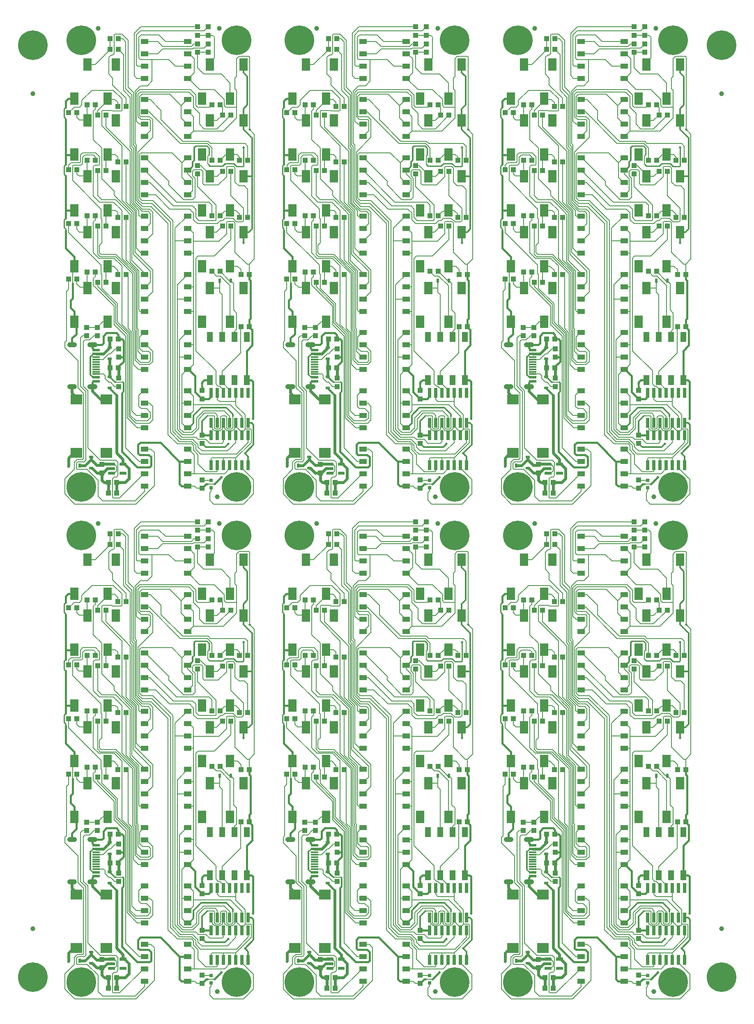
<source format=gtl>
G04 EAGLE Gerber RS-274X export*
G75*
%MOMM*%
%FSLAX34Y34*%
%LPD*%
%INTop Copper*%
%IPPOS*%
%AMOC8*
5,1,8,0,0,1.08239X$1,22.5*%
G01*
G04 Define Apertures*
%ADD10C,1.000000*%
%ADD11C,6.100000*%
%ADD12R,1.000000X1.100000*%
%ADD13R,1.100000X1.000000*%
%ADD14R,0.630000X0.830000*%
%ADD15R,0.800000X0.800000*%
%ADD16R,0.830000X0.630000*%
%ADD17R,0.660400X2.032000*%
%ADD18R,2.400000X2.000000*%
%ADD19C,1.000000*%
%ADD20R,1.500000X0.600000*%
%ADD21R,1.500000X0.300000*%
%ADD22R,1.250000X2.000000*%
%ADD23R,1.500000X1.100000*%
%ADD24C,0.145000*%
%ADD25R,1.800000X2.600000*%
%ADD26C,0.203200*%
%ADD27C,0.609600*%
%ADD28C,0.406400*%
%ADD29C,0.502400*%
%ADD30C,0.304800*%
%ADD31C,0.254000*%
%ADD32C,0.152400*%
D10*
X40000Y1870000D03*
X40000Y150000D03*
X1460000Y150000D03*
X1460000Y1870000D03*
D11*
X40000Y1970000D03*
X1460000Y1970000D03*
X1460000Y50000D03*
X40000Y50000D03*
D12*
X182525Y86225D03*
X182525Y69225D03*
D13*
X213250Y49150D03*
X196250Y49150D03*
X213250Y26925D03*
X196250Y26925D03*
X199425Y344425D03*
X216425Y344425D03*
D12*
X388900Y221625D03*
X388900Y238625D03*
X388900Y146550D03*
X388900Y129550D03*
D14*
X448025Y465075D03*
X425025Y465075D03*
D15*
X407950Y38475D03*
X407950Y53475D03*
D14*
X136875Y84075D03*
X113875Y84075D03*
D16*
X160300Y101925D03*
X160300Y78925D03*
X198400Y267025D03*
X198400Y244025D03*
X198400Y304350D03*
X198400Y327350D03*
D10*
X175000Y985000D03*
X425000Y985000D03*
X420000Y20000D03*
D17*
X407950Y85091D03*
X407950Y146559D03*
X420650Y85091D03*
X433350Y85091D03*
X420650Y146559D03*
X433350Y146559D03*
X446050Y85091D03*
X446050Y146559D03*
X458750Y85091D03*
X471450Y85091D03*
X458750Y146559D03*
X471450Y146559D03*
X484150Y85091D03*
X484150Y146559D03*
X407950Y172404D03*
X407950Y233872D03*
X420650Y172404D03*
X433350Y172404D03*
X420650Y233872D03*
X433350Y233872D03*
X446050Y172404D03*
X446050Y233872D03*
X458750Y172404D03*
X471450Y172404D03*
X458750Y233872D03*
X471450Y233872D03*
X484150Y172404D03*
X484150Y233872D03*
D18*
X130000Y220000D03*
X192000Y220000D03*
X192000Y110000D03*
X130000Y110000D03*
D19*
X126000Y333200D02*
X116000Y333200D01*
X116000Y246800D02*
X126000Y246800D01*
X157800Y246800D02*
X167800Y246800D01*
X167800Y333200D02*
X157800Y333200D01*
D20*
X170700Y258000D03*
X170700Y322000D03*
X170700Y314500D03*
X170700Y266000D03*
D21*
X170700Y272500D03*
X170700Y307500D03*
X170700Y302500D03*
X170700Y277500D03*
X170700Y282500D03*
X170700Y297500D03*
X170700Y292500D03*
X170700Y287500D03*
D11*
X460000Y960000D03*
X140000Y40000D03*
X460000Y40000D03*
X140000Y960000D03*
D22*
X480975Y260288D03*
X455575Y260288D03*
X430175Y260288D03*
X404775Y260288D03*
X404775Y349188D03*
X430175Y349188D03*
X455575Y349188D03*
X480975Y349188D03*
D13*
X408975Y484125D03*
X425975Y484125D03*
X469300Y369825D03*
X486300Y369825D03*
X448200Y577788D03*
X431200Y577788D03*
D12*
X217450Y264025D03*
X217450Y247025D03*
X217450Y307350D03*
X217450Y324350D03*
D13*
X486300Y477775D03*
X469300Y477775D03*
D12*
X388900Y37475D03*
X388900Y54475D03*
D23*
X359500Y92700D03*
X359500Y118100D03*
X359500Y67300D03*
X359500Y41900D03*
X270500Y118100D03*
X270500Y92700D03*
X270500Y67300D03*
X270500Y41900D03*
X359500Y212700D03*
X359500Y238100D03*
X359500Y187300D03*
X359500Y161900D03*
X270500Y238100D03*
X270500Y212700D03*
X270500Y187300D03*
X270500Y161900D03*
X359500Y332700D03*
X359500Y358100D03*
X359500Y307300D03*
X359500Y281900D03*
X270500Y358100D03*
X270500Y332700D03*
X270500Y307300D03*
X270500Y281900D03*
X359500Y452700D03*
X359500Y478100D03*
X359500Y427300D03*
X359500Y401900D03*
X270500Y478100D03*
X270500Y452700D03*
X270500Y427300D03*
X270500Y401900D03*
X359500Y572700D03*
X359500Y598100D03*
X359500Y547300D03*
X359500Y521900D03*
X270500Y598100D03*
X270500Y572700D03*
X270500Y547300D03*
X270500Y521900D03*
X359500Y692700D03*
X359500Y718100D03*
X359500Y667300D03*
X359500Y641900D03*
X270500Y718100D03*
X270500Y692700D03*
X270500Y667300D03*
X270500Y641900D03*
X359500Y812700D03*
X359500Y838100D03*
X359500Y787300D03*
X359500Y761900D03*
X270500Y838100D03*
X270500Y812700D03*
X270500Y787300D03*
X270500Y761900D03*
X359500Y932700D03*
X359500Y958100D03*
X359500Y907300D03*
X359500Y881900D03*
X270500Y958100D03*
X270500Y932700D03*
X270500Y907300D03*
X270500Y881900D03*
D24*
X208850Y85050D02*
X196400Y85050D01*
X196400Y89400D01*
X208850Y89400D01*
X208850Y85050D01*
X208850Y86427D02*
X196400Y86427D01*
X196400Y87804D02*
X208850Y87804D01*
X208850Y89181D02*
X196400Y89181D01*
X196400Y75550D02*
X208850Y75550D01*
X196400Y75550D02*
X196400Y79900D01*
X208850Y79900D01*
X208850Y75550D01*
X208850Y76927D02*
X196400Y76927D01*
X196400Y78304D02*
X208850Y78304D01*
X208850Y79681D02*
X196400Y79681D01*
X196400Y66050D02*
X208850Y66050D01*
X196400Y66050D02*
X196400Y70400D01*
X208850Y70400D01*
X208850Y66050D01*
X208850Y67427D02*
X196400Y67427D01*
X196400Y68804D02*
X208850Y68804D01*
X208850Y70181D02*
X196400Y70181D01*
X219700Y66050D02*
X232150Y66050D01*
X219700Y66050D02*
X219700Y70400D01*
X232150Y70400D01*
X232150Y66050D01*
X232150Y67427D02*
X219700Y67427D01*
X219700Y68804D02*
X232150Y68804D01*
X232150Y70181D02*
X219700Y70181D01*
X219700Y85050D02*
X232150Y85050D01*
X219700Y85050D02*
X219700Y89400D01*
X232150Y89400D01*
X232150Y85050D01*
X232150Y86427D02*
X219700Y86427D01*
X219700Y87804D02*
X232150Y87804D01*
X232150Y89181D02*
X219700Y89181D01*
D13*
X199425Y285375D03*
X216425Y285375D03*
X130700Y468250D03*
X113700Y468250D03*
X151800Y482538D03*
X168800Y482538D03*
D12*
X173000Y368800D03*
X173000Y351800D03*
X150775Y368800D03*
X150775Y351800D03*
D13*
X151800Y598425D03*
X168800Y598425D03*
X130700Y582550D03*
X113700Y582550D03*
X215300Y477775D03*
X232300Y477775D03*
X191025Y461900D03*
X174025Y461900D03*
X130700Y693675D03*
X113700Y693675D03*
X151800Y712725D03*
X168800Y712725D03*
X215300Y595250D03*
X232300Y595250D03*
X191025Y577475D03*
X174025Y577475D03*
X151800Y827025D03*
X168800Y827025D03*
X130700Y811150D03*
X113700Y811150D03*
X215300Y709550D03*
X232300Y709550D03*
X191025Y692088D03*
X174025Y692088D03*
X199425Y941325D03*
X216425Y941325D03*
X199425Y963550D03*
X216425Y963550D03*
X215300Y823850D03*
X232300Y823850D03*
X174025Y806388D03*
X191025Y806388D03*
X466125Y595250D03*
X483125Y595250D03*
X425975Y598425D03*
X408975Y598425D03*
D12*
X379375Y702175D03*
X379375Y685175D03*
D13*
X431200Y690500D03*
X448200Y690500D03*
X466125Y712725D03*
X483125Y712725D03*
X425975Y712725D03*
X408975Y712725D03*
X425975Y827025D03*
X408975Y827025D03*
D12*
X379375Y936000D03*
X379375Y953000D03*
X401600Y936000D03*
X401600Y953000D03*
X401600Y970925D03*
X401600Y987925D03*
X379375Y970925D03*
X379375Y987925D03*
D13*
X431200Y806388D03*
X448200Y806388D03*
D25*
X405500Y450000D03*
X474500Y450000D03*
X447000Y380000D03*
X389000Y380000D03*
X405500Y565000D03*
X474500Y565000D03*
X447000Y495000D03*
X389000Y495000D03*
X194500Y380000D03*
X125500Y380000D03*
X153000Y450000D03*
X211000Y450000D03*
X194500Y495000D03*
X125500Y495000D03*
X153000Y565000D03*
X211000Y565000D03*
X194500Y610000D03*
X125500Y610000D03*
X153000Y680000D03*
X211000Y680000D03*
X194500Y725000D03*
X125500Y725000D03*
X153000Y795000D03*
X211000Y795000D03*
X194500Y840000D03*
X125500Y840000D03*
X153000Y910000D03*
X211000Y910000D03*
X405500Y680000D03*
X474500Y680000D03*
X447000Y610000D03*
X389000Y610000D03*
X405500Y795000D03*
X474500Y795000D03*
X447000Y725000D03*
X389000Y725000D03*
X405500Y910000D03*
X474500Y910000D03*
X447000Y840000D03*
X389000Y840000D03*
D12*
X632525Y86225D03*
X632525Y69225D03*
D13*
X663250Y49150D03*
X646250Y49150D03*
X663250Y26925D03*
X646250Y26925D03*
X649425Y344425D03*
X666425Y344425D03*
D12*
X838900Y221625D03*
X838900Y238625D03*
X838900Y146550D03*
X838900Y129550D03*
D14*
X898025Y465075D03*
X875025Y465075D03*
D15*
X857950Y38475D03*
X857950Y53475D03*
D14*
X586875Y84075D03*
X563875Y84075D03*
D16*
X610300Y101925D03*
X610300Y78925D03*
X648400Y267025D03*
X648400Y244025D03*
X648400Y304350D03*
X648400Y327350D03*
D10*
X625000Y985000D03*
X875000Y985000D03*
X870000Y20000D03*
D17*
X857950Y85091D03*
X857950Y146559D03*
X870650Y85091D03*
X883350Y85091D03*
X870650Y146559D03*
X883350Y146559D03*
X896050Y85091D03*
X896050Y146559D03*
X908750Y85091D03*
X921450Y85091D03*
X908750Y146559D03*
X921450Y146559D03*
X934150Y85091D03*
X934150Y146559D03*
X857950Y172404D03*
X857950Y233872D03*
X870650Y172404D03*
X883350Y172404D03*
X870650Y233872D03*
X883350Y233872D03*
X896050Y172404D03*
X896050Y233872D03*
X908750Y172404D03*
X921450Y172404D03*
X908750Y233872D03*
X921450Y233872D03*
X934150Y172404D03*
X934150Y233872D03*
D18*
X580000Y220000D03*
X642000Y220000D03*
X642000Y110000D03*
X580000Y110000D03*
D19*
X576000Y333200D02*
X566000Y333200D01*
X566000Y246800D02*
X576000Y246800D01*
X607800Y246800D02*
X617800Y246800D01*
X617800Y333200D02*
X607800Y333200D01*
D20*
X620700Y258000D03*
X620700Y322000D03*
X620700Y314500D03*
X620700Y266000D03*
D21*
X620700Y272500D03*
X620700Y307500D03*
X620700Y302500D03*
X620700Y277500D03*
X620700Y282500D03*
X620700Y297500D03*
X620700Y292500D03*
X620700Y287500D03*
D11*
X910000Y960000D03*
X590000Y40000D03*
X910000Y40000D03*
X590000Y960000D03*
D22*
X930975Y260288D03*
X905575Y260288D03*
X880175Y260288D03*
X854775Y260288D03*
X854775Y349188D03*
X880175Y349188D03*
X905575Y349188D03*
X930975Y349188D03*
D13*
X858975Y484125D03*
X875975Y484125D03*
X919300Y369825D03*
X936300Y369825D03*
X898200Y577788D03*
X881200Y577788D03*
D12*
X667450Y264025D03*
X667450Y247025D03*
X667450Y307350D03*
X667450Y324350D03*
D13*
X936300Y477775D03*
X919300Y477775D03*
D12*
X838900Y37475D03*
X838900Y54475D03*
D23*
X809500Y92700D03*
X809500Y118100D03*
X809500Y67300D03*
X809500Y41900D03*
X720500Y118100D03*
X720500Y92700D03*
X720500Y67300D03*
X720500Y41900D03*
X809500Y212700D03*
X809500Y238100D03*
X809500Y187300D03*
X809500Y161900D03*
X720500Y238100D03*
X720500Y212700D03*
X720500Y187300D03*
X720500Y161900D03*
X809500Y332700D03*
X809500Y358100D03*
X809500Y307300D03*
X809500Y281900D03*
X720500Y358100D03*
X720500Y332700D03*
X720500Y307300D03*
X720500Y281900D03*
X809500Y452700D03*
X809500Y478100D03*
X809500Y427300D03*
X809500Y401900D03*
X720500Y478100D03*
X720500Y452700D03*
X720500Y427300D03*
X720500Y401900D03*
X809500Y572700D03*
X809500Y598100D03*
X809500Y547300D03*
X809500Y521900D03*
X720500Y598100D03*
X720500Y572700D03*
X720500Y547300D03*
X720500Y521900D03*
X809500Y692700D03*
X809500Y718100D03*
X809500Y667300D03*
X809500Y641900D03*
X720500Y718100D03*
X720500Y692700D03*
X720500Y667300D03*
X720500Y641900D03*
X809500Y812700D03*
X809500Y838100D03*
X809500Y787300D03*
X809500Y761900D03*
X720500Y838100D03*
X720500Y812700D03*
X720500Y787300D03*
X720500Y761900D03*
X809500Y932700D03*
X809500Y958100D03*
X809500Y907300D03*
X809500Y881900D03*
X720500Y958100D03*
X720500Y932700D03*
X720500Y907300D03*
X720500Y881900D03*
D24*
X658850Y85050D02*
X646400Y85050D01*
X646400Y89400D01*
X658850Y89400D01*
X658850Y85050D01*
X658850Y86427D02*
X646400Y86427D01*
X646400Y87804D02*
X658850Y87804D01*
X658850Y89181D02*
X646400Y89181D01*
X646400Y75550D02*
X658850Y75550D01*
X646400Y75550D02*
X646400Y79900D01*
X658850Y79900D01*
X658850Y75550D01*
X658850Y76927D02*
X646400Y76927D01*
X646400Y78304D02*
X658850Y78304D01*
X658850Y79681D02*
X646400Y79681D01*
X646400Y66050D02*
X658850Y66050D01*
X646400Y66050D02*
X646400Y70400D01*
X658850Y70400D01*
X658850Y66050D01*
X658850Y67427D02*
X646400Y67427D01*
X646400Y68804D02*
X658850Y68804D01*
X658850Y70181D02*
X646400Y70181D01*
X669700Y66050D02*
X682150Y66050D01*
X669700Y66050D02*
X669700Y70400D01*
X682150Y70400D01*
X682150Y66050D01*
X682150Y67427D02*
X669700Y67427D01*
X669700Y68804D02*
X682150Y68804D01*
X682150Y70181D02*
X669700Y70181D01*
X669700Y85050D02*
X682150Y85050D01*
X669700Y85050D02*
X669700Y89400D01*
X682150Y89400D01*
X682150Y85050D01*
X682150Y86427D02*
X669700Y86427D01*
X669700Y87804D02*
X682150Y87804D01*
X682150Y89181D02*
X669700Y89181D01*
D13*
X649425Y285375D03*
X666425Y285375D03*
X580700Y468250D03*
X563700Y468250D03*
X601800Y482538D03*
X618800Y482538D03*
D12*
X623000Y368800D03*
X623000Y351800D03*
X600775Y368800D03*
X600775Y351800D03*
D13*
X601800Y598425D03*
X618800Y598425D03*
X580700Y582550D03*
X563700Y582550D03*
X665300Y477775D03*
X682300Y477775D03*
X641025Y461900D03*
X624025Y461900D03*
X580700Y693675D03*
X563700Y693675D03*
X601800Y712725D03*
X618800Y712725D03*
X665300Y595250D03*
X682300Y595250D03*
X641025Y577475D03*
X624025Y577475D03*
X601800Y827025D03*
X618800Y827025D03*
X580700Y811150D03*
X563700Y811150D03*
X665300Y709550D03*
X682300Y709550D03*
X641025Y692088D03*
X624025Y692088D03*
X649425Y941325D03*
X666425Y941325D03*
X649425Y963550D03*
X666425Y963550D03*
X665300Y823850D03*
X682300Y823850D03*
X624025Y806388D03*
X641025Y806388D03*
X916125Y595250D03*
X933125Y595250D03*
X875975Y598425D03*
X858975Y598425D03*
D12*
X829375Y702175D03*
X829375Y685175D03*
D13*
X881200Y690500D03*
X898200Y690500D03*
X916125Y712725D03*
X933125Y712725D03*
X875975Y712725D03*
X858975Y712725D03*
X875975Y827025D03*
X858975Y827025D03*
D12*
X829375Y936000D03*
X829375Y953000D03*
X851600Y936000D03*
X851600Y953000D03*
X851600Y970925D03*
X851600Y987925D03*
X829375Y970925D03*
X829375Y987925D03*
D13*
X881200Y806388D03*
X898200Y806388D03*
D25*
X855500Y450000D03*
X924500Y450000D03*
X897000Y380000D03*
X839000Y380000D03*
X855500Y565000D03*
X924500Y565000D03*
X897000Y495000D03*
X839000Y495000D03*
X644500Y380000D03*
X575500Y380000D03*
X603000Y450000D03*
X661000Y450000D03*
X644500Y495000D03*
X575500Y495000D03*
X603000Y565000D03*
X661000Y565000D03*
X644500Y610000D03*
X575500Y610000D03*
X603000Y680000D03*
X661000Y680000D03*
X644500Y725000D03*
X575500Y725000D03*
X603000Y795000D03*
X661000Y795000D03*
X644500Y840000D03*
X575500Y840000D03*
X603000Y910000D03*
X661000Y910000D03*
X855500Y680000D03*
X924500Y680000D03*
X897000Y610000D03*
X839000Y610000D03*
X855500Y795000D03*
X924500Y795000D03*
X897000Y725000D03*
X839000Y725000D03*
X855500Y910000D03*
X924500Y910000D03*
X897000Y840000D03*
X839000Y840000D03*
D12*
X1082525Y86225D03*
X1082525Y69225D03*
D13*
X1113250Y49150D03*
X1096250Y49150D03*
X1113250Y26925D03*
X1096250Y26925D03*
X1099425Y344425D03*
X1116425Y344425D03*
D12*
X1288900Y221625D03*
X1288900Y238625D03*
X1288900Y146550D03*
X1288900Y129550D03*
D14*
X1348025Y465075D03*
X1325025Y465075D03*
D15*
X1307950Y38475D03*
X1307950Y53475D03*
D14*
X1036875Y84075D03*
X1013875Y84075D03*
D16*
X1060300Y101925D03*
X1060300Y78925D03*
X1098400Y267025D03*
X1098400Y244025D03*
X1098400Y304350D03*
X1098400Y327350D03*
D10*
X1075000Y985000D03*
X1325000Y985000D03*
X1320000Y20000D03*
D17*
X1307950Y85091D03*
X1307950Y146559D03*
X1320650Y85091D03*
X1333350Y85091D03*
X1320650Y146559D03*
X1333350Y146559D03*
X1346050Y85091D03*
X1346050Y146559D03*
X1358750Y85091D03*
X1371450Y85091D03*
X1358750Y146559D03*
X1371450Y146559D03*
X1384150Y85091D03*
X1384150Y146559D03*
X1307950Y172404D03*
X1307950Y233872D03*
X1320650Y172404D03*
X1333350Y172404D03*
X1320650Y233872D03*
X1333350Y233872D03*
X1346050Y172404D03*
X1346050Y233872D03*
X1358750Y172404D03*
X1371450Y172404D03*
X1358750Y233872D03*
X1371450Y233872D03*
X1384150Y172404D03*
X1384150Y233872D03*
D18*
X1030000Y220000D03*
X1092000Y220000D03*
X1092000Y110000D03*
X1030000Y110000D03*
D19*
X1026000Y333200D02*
X1016000Y333200D01*
X1016000Y246800D02*
X1026000Y246800D01*
X1057800Y246800D02*
X1067800Y246800D01*
X1067800Y333200D02*
X1057800Y333200D01*
D20*
X1070700Y258000D03*
X1070700Y322000D03*
X1070700Y314500D03*
X1070700Y266000D03*
D21*
X1070700Y272500D03*
X1070700Y307500D03*
X1070700Y302500D03*
X1070700Y277500D03*
X1070700Y282500D03*
X1070700Y297500D03*
X1070700Y292500D03*
X1070700Y287500D03*
D11*
X1360000Y960000D03*
X1040000Y40000D03*
X1360000Y40000D03*
X1040000Y960000D03*
D22*
X1380975Y260288D03*
X1355575Y260288D03*
X1330175Y260288D03*
X1304775Y260288D03*
X1304775Y349188D03*
X1330175Y349188D03*
X1355575Y349188D03*
X1380975Y349188D03*
D13*
X1308975Y484125D03*
X1325975Y484125D03*
X1369300Y369825D03*
X1386300Y369825D03*
X1348200Y577788D03*
X1331200Y577788D03*
D12*
X1117450Y264025D03*
X1117450Y247025D03*
X1117450Y307350D03*
X1117450Y324350D03*
D13*
X1386300Y477775D03*
X1369300Y477775D03*
D12*
X1288900Y37475D03*
X1288900Y54475D03*
D23*
X1259500Y92700D03*
X1259500Y118100D03*
X1259500Y67300D03*
X1259500Y41900D03*
X1170500Y118100D03*
X1170500Y92700D03*
X1170500Y67300D03*
X1170500Y41900D03*
X1259500Y212700D03*
X1259500Y238100D03*
X1259500Y187300D03*
X1259500Y161900D03*
X1170500Y238100D03*
X1170500Y212700D03*
X1170500Y187300D03*
X1170500Y161900D03*
X1259500Y332700D03*
X1259500Y358100D03*
X1259500Y307300D03*
X1259500Y281900D03*
X1170500Y358100D03*
X1170500Y332700D03*
X1170500Y307300D03*
X1170500Y281900D03*
X1259500Y452700D03*
X1259500Y478100D03*
X1259500Y427300D03*
X1259500Y401900D03*
X1170500Y478100D03*
X1170500Y452700D03*
X1170500Y427300D03*
X1170500Y401900D03*
X1259500Y572700D03*
X1259500Y598100D03*
X1259500Y547300D03*
X1259500Y521900D03*
X1170500Y598100D03*
X1170500Y572700D03*
X1170500Y547300D03*
X1170500Y521900D03*
X1259500Y692700D03*
X1259500Y718100D03*
X1259500Y667300D03*
X1259500Y641900D03*
X1170500Y718100D03*
X1170500Y692700D03*
X1170500Y667300D03*
X1170500Y641900D03*
X1259500Y812700D03*
X1259500Y838100D03*
X1259500Y787300D03*
X1259500Y761900D03*
X1170500Y838100D03*
X1170500Y812700D03*
X1170500Y787300D03*
X1170500Y761900D03*
X1259500Y932700D03*
X1259500Y958100D03*
X1259500Y907300D03*
X1259500Y881900D03*
X1170500Y958100D03*
X1170500Y932700D03*
X1170500Y907300D03*
X1170500Y881900D03*
D24*
X1108850Y85050D02*
X1096400Y85050D01*
X1096400Y89400D01*
X1108850Y89400D01*
X1108850Y85050D01*
X1108850Y86427D02*
X1096400Y86427D01*
X1096400Y87804D02*
X1108850Y87804D01*
X1108850Y89181D02*
X1096400Y89181D01*
X1096400Y75550D02*
X1108850Y75550D01*
X1096400Y75550D02*
X1096400Y79900D01*
X1108850Y79900D01*
X1108850Y75550D01*
X1108850Y76927D02*
X1096400Y76927D01*
X1096400Y78304D02*
X1108850Y78304D01*
X1108850Y79681D02*
X1096400Y79681D01*
X1096400Y66050D02*
X1108850Y66050D01*
X1096400Y66050D02*
X1096400Y70400D01*
X1108850Y70400D01*
X1108850Y66050D01*
X1108850Y67427D02*
X1096400Y67427D01*
X1096400Y68804D02*
X1108850Y68804D01*
X1108850Y70181D02*
X1096400Y70181D01*
X1119700Y66050D02*
X1132150Y66050D01*
X1119700Y66050D02*
X1119700Y70400D01*
X1132150Y70400D01*
X1132150Y66050D01*
X1132150Y67427D02*
X1119700Y67427D01*
X1119700Y68804D02*
X1132150Y68804D01*
X1132150Y70181D02*
X1119700Y70181D01*
X1119700Y85050D02*
X1132150Y85050D01*
X1119700Y85050D02*
X1119700Y89400D01*
X1132150Y89400D01*
X1132150Y85050D01*
X1132150Y86427D02*
X1119700Y86427D01*
X1119700Y87804D02*
X1132150Y87804D01*
X1132150Y89181D02*
X1119700Y89181D01*
D13*
X1099425Y285375D03*
X1116425Y285375D03*
X1030700Y468250D03*
X1013700Y468250D03*
X1051800Y482538D03*
X1068800Y482538D03*
D12*
X1073000Y368800D03*
X1073000Y351800D03*
X1050775Y368800D03*
X1050775Y351800D03*
D13*
X1051800Y598425D03*
X1068800Y598425D03*
X1030700Y582550D03*
X1013700Y582550D03*
X1115300Y477775D03*
X1132300Y477775D03*
X1091025Y461900D03*
X1074025Y461900D03*
X1030700Y693675D03*
X1013700Y693675D03*
X1051800Y712725D03*
X1068800Y712725D03*
X1115300Y595250D03*
X1132300Y595250D03*
X1091025Y577475D03*
X1074025Y577475D03*
X1051800Y827025D03*
X1068800Y827025D03*
X1030700Y811150D03*
X1013700Y811150D03*
X1115300Y709550D03*
X1132300Y709550D03*
X1091025Y692088D03*
X1074025Y692088D03*
X1099425Y941325D03*
X1116425Y941325D03*
X1099425Y963550D03*
X1116425Y963550D03*
X1115300Y823850D03*
X1132300Y823850D03*
X1074025Y806388D03*
X1091025Y806388D03*
X1366125Y595250D03*
X1383125Y595250D03*
X1325975Y598425D03*
X1308975Y598425D03*
D12*
X1279375Y702175D03*
X1279375Y685175D03*
D13*
X1331200Y690500D03*
X1348200Y690500D03*
X1366125Y712725D03*
X1383125Y712725D03*
X1325975Y712725D03*
X1308975Y712725D03*
X1325975Y827025D03*
X1308975Y827025D03*
D12*
X1279375Y936000D03*
X1279375Y953000D03*
X1301600Y936000D03*
X1301600Y953000D03*
X1301600Y970925D03*
X1301600Y987925D03*
X1279375Y970925D03*
X1279375Y987925D03*
D13*
X1331200Y806388D03*
X1348200Y806388D03*
D25*
X1305500Y450000D03*
X1374500Y450000D03*
X1347000Y380000D03*
X1289000Y380000D03*
X1305500Y565000D03*
X1374500Y565000D03*
X1347000Y495000D03*
X1289000Y495000D03*
X1094500Y380000D03*
X1025500Y380000D03*
X1053000Y450000D03*
X1111000Y450000D03*
X1094500Y495000D03*
X1025500Y495000D03*
X1053000Y565000D03*
X1111000Y565000D03*
X1094500Y610000D03*
X1025500Y610000D03*
X1053000Y680000D03*
X1111000Y680000D03*
X1094500Y725000D03*
X1025500Y725000D03*
X1053000Y795000D03*
X1111000Y795000D03*
X1094500Y840000D03*
X1025500Y840000D03*
X1053000Y910000D03*
X1111000Y910000D03*
X1305500Y680000D03*
X1374500Y680000D03*
X1347000Y610000D03*
X1289000Y610000D03*
X1305500Y795000D03*
X1374500Y795000D03*
X1347000Y725000D03*
X1289000Y725000D03*
X1305500Y910000D03*
X1374500Y910000D03*
X1347000Y840000D03*
X1289000Y840000D03*
D12*
X182525Y1106225D03*
X182525Y1089225D03*
D13*
X213250Y1069150D03*
X196250Y1069150D03*
X213250Y1046925D03*
X196250Y1046925D03*
X199425Y1364425D03*
X216425Y1364425D03*
D12*
X388900Y1241625D03*
X388900Y1258625D03*
X388900Y1166550D03*
X388900Y1149550D03*
D14*
X448025Y1485075D03*
X425025Y1485075D03*
D15*
X407950Y1058475D03*
X407950Y1073475D03*
D14*
X136875Y1104075D03*
X113875Y1104075D03*
D16*
X160300Y1121925D03*
X160300Y1098925D03*
X198400Y1287025D03*
X198400Y1264025D03*
X198400Y1324350D03*
X198400Y1347350D03*
D10*
X175000Y2005000D03*
X425000Y2005000D03*
X420000Y1040000D03*
D17*
X407950Y1105091D03*
X407950Y1166559D03*
X420650Y1105091D03*
X433350Y1105091D03*
X420650Y1166559D03*
X433350Y1166559D03*
X446050Y1105091D03*
X446050Y1166559D03*
X458750Y1105091D03*
X471450Y1105091D03*
X458750Y1166559D03*
X471450Y1166559D03*
X484150Y1105091D03*
X484150Y1166559D03*
X407950Y1192404D03*
X407950Y1253872D03*
X420650Y1192404D03*
X433350Y1192404D03*
X420650Y1253872D03*
X433350Y1253872D03*
X446050Y1192404D03*
X446050Y1253872D03*
X458750Y1192404D03*
X471450Y1192404D03*
X458750Y1253872D03*
X471450Y1253872D03*
X484150Y1192404D03*
X484150Y1253872D03*
D18*
X130000Y1240000D03*
X192000Y1240000D03*
X192000Y1130000D03*
X130000Y1130000D03*
D19*
X126000Y1353200D02*
X116000Y1353200D01*
X116000Y1266800D02*
X126000Y1266800D01*
X157800Y1266800D02*
X167800Y1266800D01*
X167800Y1353200D02*
X157800Y1353200D01*
D20*
X170700Y1278000D03*
X170700Y1342000D03*
X170700Y1334500D03*
X170700Y1286000D03*
D21*
X170700Y1292500D03*
X170700Y1327500D03*
X170700Y1322500D03*
X170700Y1297500D03*
X170700Y1302500D03*
X170700Y1317500D03*
X170700Y1312500D03*
X170700Y1307500D03*
D11*
X460000Y1980000D03*
X140000Y1060000D03*
X460000Y1060000D03*
X140000Y1980000D03*
D22*
X480975Y1280288D03*
X455575Y1280288D03*
X430175Y1280288D03*
X404775Y1280288D03*
X404775Y1369188D03*
X430175Y1369188D03*
X455575Y1369188D03*
X480975Y1369188D03*
D13*
X408975Y1504125D03*
X425975Y1504125D03*
X469300Y1389825D03*
X486300Y1389825D03*
X448200Y1597788D03*
X431200Y1597788D03*
D12*
X217450Y1284025D03*
X217450Y1267025D03*
X217450Y1327350D03*
X217450Y1344350D03*
D13*
X486300Y1497775D03*
X469300Y1497775D03*
D12*
X388900Y1057475D03*
X388900Y1074475D03*
D23*
X359500Y1112700D03*
X359500Y1138100D03*
X359500Y1087300D03*
X359500Y1061900D03*
X270500Y1138100D03*
X270500Y1112700D03*
X270500Y1087300D03*
X270500Y1061900D03*
X359500Y1232700D03*
X359500Y1258100D03*
X359500Y1207300D03*
X359500Y1181900D03*
X270500Y1258100D03*
X270500Y1232700D03*
X270500Y1207300D03*
X270500Y1181900D03*
X359500Y1352700D03*
X359500Y1378100D03*
X359500Y1327300D03*
X359500Y1301900D03*
X270500Y1378100D03*
X270500Y1352700D03*
X270500Y1327300D03*
X270500Y1301900D03*
X359500Y1472700D03*
X359500Y1498100D03*
X359500Y1447300D03*
X359500Y1421900D03*
X270500Y1498100D03*
X270500Y1472700D03*
X270500Y1447300D03*
X270500Y1421900D03*
X359500Y1592700D03*
X359500Y1618100D03*
X359500Y1567300D03*
X359500Y1541900D03*
X270500Y1618100D03*
X270500Y1592700D03*
X270500Y1567300D03*
X270500Y1541900D03*
X359500Y1712700D03*
X359500Y1738100D03*
X359500Y1687300D03*
X359500Y1661900D03*
X270500Y1738100D03*
X270500Y1712700D03*
X270500Y1687300D03*
X270500Y1661900D03*
X359500Y1832700D03*
X359500Y1858100D03*
X359500Y1807300D03*
X359500Y1781900D03*
X270500Y1858100D03*
X270500Y1832700D03*
X270500Y1807300D03*
X270500Y1781900D03*
X359500Y1952700D03*
X359500Y1978100D03*
X359500Y1927300D03*
X359500Y1901900D03*
X270500Y1978100D03*
X270500Y1952700D03*
X270500Y1927300D03*
X270500Y1901900D03*
D24*
X208850Y1105050D02*
X196400Y1105050D01*
X196400Y1109400D01*
X208850Y1109400D01*
X208850Y1105050D01*
X208850Y1106427D02*
X196400Y1106427D01*
X196400Y1107804D02*
X208850Y1107804D01*
X208850Y1109181D02*
X196400Y1109181D01*
X196400Y1095550D02*
X208850Y1095550D01*
X196400Y1095550D02*
X196400Y1099900D01*
X208850Y1099900D01*
X208850Y1095550D01*
X208850Y1096927D02*
X196400Y1096927D01*
X196400Y1098304D02*
X208850Y1098304D01*
X208850Y1099681D02*
X196400Y1099681D01*
X196400Y1086050D02*
X208850Y1086050D01*
X196400Y1086050D02*
X196400Y1090400D01*
X208850Y1090400D01*
X208850Y1086050D01*
X208850Y1087427D02*
X196400Y1087427D01*
X196400Y1088804D02*
X208850Y1088804D01*
X208850Y1090181D02*
X196400Y1090181D01*
X219700Y1086050D02*
X232150Y1086050D01*
X219700Y1086050D02*
X219700Y1090400D01*
X232150Y1090400D01*
X232150Y1086050D01*
X232150Y1087427D02*
X219700Y1087427D01*
X219700Y1088804D02*
X232150Y1088804D01*
X232150Y1090181D02*
X219700Y1090181D01*
X219700Y1105050D02*
X232150Y1105050D01*
X219700Y1105050D02*
X219700Y1109400D01*
X232150Y1109400D01*
X232150Y1105050D01*
X232150Y1106427D02*
X219700Y1106427D01*
X219700Y1107804D02*
X232150Y1107804D01*
X232150Y1109181D02*
X219700Y1109181D01*
D13*
X199425Y1305375D03*
X216425Y1305375D03*
X130700Y1488250D03*
X113700Y1488250D03*
X151800Y1502538D03*
X168800Y1502538D03*
D12*
X173000Y1388800D03*
X173000Y1371800D03*
X150775Y1388800D03*
X150775Y1371800D03*
D13*
X151800Y1618425D03*
X168800Y1618425D03*
X130700Y1602550D03*
X113700Y1602550D03*
X215300Y1497775D03*
X232300Y1497775D03*
X191025Y1481900D03*
X174025Y1481900D03*
X130700Y1713675D03*
X113700Y1713675D03*
X151800Y1732725D03*
X168800Y1732725D03*
X215300Y1615250D03*
X232300Y1615250D03*
X191025Y1597475D03*
X174025Y1597475D03*
X151800Y1847025D03*
X168800Y1847025D03*
X130700Y1831150D03*
X113700Y1831150D03*
X215300Y1729550D03*
X232300Y1729550D03*
X191025Y1712088D03*
X174025Y1712088D03*
X199425Y1961325D03*
X216425Y1961325D03*
X199425Y1983550D03*
X216425Y1983550D03*
X215300Y1843850D03*
X232300Y1843850D03*
X174025Y1826388D03*
X191025Y1826388D03*
X466125Y1615250D03*
X483125Y1615250D03*
X425975Y1618425D03*
X408975Y1618425D03*
D12*
X379375Y1722175D03*
X379375Y1705175D03*
D13*
X431200Y1710500D03*
X448200Y1710500D03*
X466125Y1732725D03*
X483125Y1732725D03*
X425975Y1732725D03*
X408975Y1732725D03*
X425975Y1847025D03*
X408975Y1847025D03*
D12*
X379375Y1956000D03*
X379375Y1973000D03*
X401600Y1956000D03*
X401600Y1973000D03*
X401600Y1990925D03*
X401600Y2007925D03*
X379375Y1990925D03*
X379375Y2007925D03*
D13*
X431200Y1826388D03*
X448200Y1826388D03*
D25*
X405500Y1470000D03*
X474500Y1470000D03*
X447000Y1400000D03*
X389000Y1400000D03*
X405500Y1585000D03*
X474500Y1585000D03*
X447000Y1515000D03*
X389000Y1515000D03*
X194500Y1400000D03*
X125500Y1400000D03*
X153000Y1470000D03*
X211000Y1470000D03*
X194500Y1515000D03*
X125500Y1515000D03*
X153000Y1585000D03*
X211000Y1585000D03*
X194500Y1630000D03*
X125500Y1630000D03*
X153000Y1700000D03*
X211000Y1700000D03*
X194500Y1745000D03*
X125500Y1745000D03*
X153000Y1815000D03*
X211000Y1815000D03*
X194500Y1860000D03*
X125500Y1860000D03*
X153000Y1930000D03*
X211000Y1930000D03*
X405500Y1700000D03*
X474500Y1700000D03*
X447000Y1630000D03*
X389000Y1630000D03*
X405500Y1815000D03*
X474500Y1815000D03*
X447000Y1745000D03*
X389000Y1745000D03*
X405500Y1930000D03*
X474500Y1930000D03*
X447000Y1860000D03*
X389000Y1860000D03*
D12*
X632525Y1106225D03*
X632525Y1089225D03*
D13*
X663250Y1069150D03*
X646250Y1069150D03*
X663250Y1046925D03*
X646250Y1046925D03*
X649425Y1364425D03*
X666425Y1364425D03*
D12*
X838900Y1241625D03*
X838900Y1258625D03*
X838900Y1166550D03*
X838900Y1149550D03*
D14*
X898025Y1485075D03*
X875025Y1485075D03*
D15*
X857950Y1058475D03*
X857950Y1073475D03*
D14*
X586875Y1104075D03*
X563875Y1104075D03*
D16*
X610300Y1121925D03*
X610300Y1098925D03*
X648400Y1287025D03*
X648400Y1264025D03*
X648400Y1324350D03*
X648400Y1347350D03*
D10*
X625000Y2005000D03*
X875000Y2005000D03*
X870000Y1040000D03*
D17*
X857950Y1105091D03*
X857950Y1166559D03*
X870650Y1105091D03*
X883350Y1105091D03*
X870650Y1166559D03*
X883350Y1166559D03*
X896050Y1105091D03*
X896050Y1166559D03*
X908750Y1105091D03*
X921450Y1105091D03*
X908750Y1166559D03*
X921450Y1166559D03*
X934150Y1105091D03*
X934150Y1166559D03*
X857950Y1192404D03*
X857950Y1253872D03*
X870650Y1192404D03*
X883350Y1192404D03*
X870650Y1253872D03*
X883350Y1253872D03*
X896050Y1192404D03*
X896050Y1253872D03*
X908750Y1192404D03*
X921450Y1192404D03*
X908750Y1253872D03*
X921450Y1253872D03*
X934150Y1192404D03*
X934150Y1253872D03*
D18*
X580000Y1240000D03*
X642000Y1240000D03*
X642000Y1130000D03*
X580000Y1130000D03*
D19*
X576000Y1353200D02*
X566000Y1353200D01*
X566000Y1266800D02*
X576000Y1266800D01*
X607800Y1266800D02*
X617800Y1266800D01*
X617800Y1353200D02*
X607800Y1353200D01*
D20*
X620700Y1278000D03*
X620700Y1342000D03*
X620700Y1334500D03*
X620700Y1286000D03*
D21*
X620700Y1292500D03*
X620700Y1327500D03*
X620700Y1322500D03*
X620700Y1297500D03*
X620700Y1302500D03*
X620700Y1317500D03*
X620700Y1312500D03*
X620700Y1307500D03*
D11*
X910000Y1980000D03*
X590000Y1060000D03*
X910000Y1060000D03*
X590000Y1980000D03*
D22*
X930975Y1280288D03*
X905575Y1280288D03*
X880175Y1280288D03*
X854775Y1280288D03*
X854775Y1369188D03*
X880175Y1369188D03*
X905575Y1369188D03*
X930975Y1369188D03*
D13*
X858975Y1504125D03*
X875975Y1504125D03*
X919300Y1389825D03*
X936300Y1389825D03*
X898200Y1597788D03*
X881200Y1597788D03*
D12*
X667450Y1284025D03*
X667450Y1267025D03*
X667450Y1327350D03*
X667450Y1344350D03*
D13*
X936300Y1497775D03*
X919300Y1497775D03*
D12*
X838900Y1057475D03*
X838900Y1074475D03*
D23*
X809500Y1112700D03*
X809500Y1138100D03*
X809500Y1087300D03*
X809500Y1061900D03*
X720500Y1138100D03*
X720500Y1112700D03*
X720500Y1087300D03*
X720500Y1061900D03*
X809500Y1232700D03*
X809500Y1258100D03*
X809500Y1207300D03*
X809500Y1181900D03*
X720500Y1258100D03*
X720500Y1232700D03*
X720500Y1207300D03*
X720500Y1181900D03*
X809500Y1352700D03*
X809500Y1378100D03*
X809500Y1327300D03*
X809500Y1301900D03*
X720500Y1378100D03*
X720500Y1352700D03*
X720500Y1327300D03*
X720500Y1301900D03*
X809500Y1472700D03*
X809500Y1498100D03*
X809500Y1447300D03*
X809500Y1421900D03*
X720500Y1498100D03*
X720500Y1472700D03*
X720500Y1447300D03*
X720500Y1421900D03*
X809500Y1592700D03*
X809500Y1618100D03*
X809500Y1567300D03*
X809500Y1541900D03*
X720500Y1618100D03*
X720500Y1592700D03*
X720500Y1567300D03*
X720500Y1541900D03*
X809500Y1712700D03*
X809500Y1738100D03*
X809500Y1687300D03*
X809500Y1661900D03*
X720500Y1738100D03*
X720500Y1712700D03*
X720500Y1687300D03*
X720500Y1661900D03*
X809500Y1832700D03*
X809500Y1858100D03*
X809500Y1807300D03*
X809500Y1781900D03*
X720500Y1858100D03*
X720500Y1832700D03*
X720500Y1807300D03*
X720500Y1781900D03*
X809500Y1952700D03*
X809500Y1978100D03*
X809500Y1927300D03*
X809500Y1901900D03*
X720500Y1978100D03*
X720500Y1952700D03*
X720500Y1927300D03*
X720500Y1901900D03*
D24*
X658850Y1105050D02*
X646400Y1105050D01*
X646400Y1109400D01*
X658850Y1109400D01*
X658850Y1105050D01*
X658850Y1106427D02*
X646400Y1106427D01*
X646400Y1107804D02*
X658850Y1107804D01*
X658850Y1109181D02*
X646400Y1109181D01*
X646400Y1095550D02*
X658850Y1095550D01*
X646400Y1095550D02*
X646400Y1099900D01*
X658850Y1099900D01*
X658850Y1095550D01*
X658850Y1096927D02*
X646400Y1096927D01*
X646400Y1098304D02*
X658850Y1098304D01*
X658850Y1099681D02*
X646400Y1099681D01*
X646400Y1086050D02*
X658850Y1086050D01*
X646400Y1086050D02*
X646400Y1090400D01*
X658850Y1090400D01*
X658850Y1086050D01*
X658850Y1087427D02*
X646400Y1087427D01*
X646400Y1088804D02*
X658850Y1088804D01*
X658850Y1090181D02*
X646400Y1090181D01*
X669700Y1086050D02*
X682150Y1086050D01*
X669700Y1086050D02*
X669700Y1090400D01*
X682150Y1090400D01*
X682150Y1086050D01*
X682150Y1087427D02*
X669700Y1087427D01*
X669700Y1088804D02*
X682150Y1088804D01*
X682150Y1090181D02*
X669700Y1090181D01*
X669700Y1105050D02*
X682150Y1105050D01*
X669700Y1105050D02*
X669700Y1109400D01*
X682150Y1109400D01*
X682150Y1105050D01*
X682150Y1106427D02*
X669700Y1106427D01*
X669700Y1107804D02*
X682150Y1107804D01*
X682150Y1109181D02*
X669700Y1109181D01*
D13*
X649425Y1305375D03*
X666425Y1305375D03*
X580700Y1488250D03*
X563700Y1488250D03*
X601800Y1502538D03*
X618800Y1502538D03*
D12*
X623000Y1388800D03*
X623000Y1371800D03*
X600775Y1388800D03*
X600775Y1371800D03*
D13*
X601800Y1618425D03*
X618800Y1618425D03*
X580700Y1602550D03*
X563700Y1602550D03*
X665300Y1497775D03*
X682300Y1497775D03*
X641025Y1481900D03*
X624025Y1481900D03*
X580700Y1713675D03*
X563700Y1713675D03*
X601800Y1732725D03*
X618800Y1732725D03*
X665300Y1615250D03*
X682300Y1615250D03*
X641025Y1597475D03*
X624025Y1597475D03*
X601800Y1847025D03*
X618800Y1847025D03*
X580700Y1831150D03*
X563700Y1831150D03*
X665300Y1729550D03*
X682300Y1729550D03*
X641025Y1712088D03*
X624025Y1712088D03*
X649425Y1961325D03*
X666425Y1961325D03*
X649425Y1983550D03*
X666425Y1983550D03*
X665300Y1843850D03*
X682300Y1843850D03*
X624025Y1826388D03*
X641025Y1826388D03*
X916125Y1615250D03*
X933125Y1615250D03*
X875975Y1618425D03*
X858975Y1618425D03*
D12*
X829375Y1722175D03*
X829375Y1705175D03*
D13*
X881200Y1710500D03*
X898200Y1710500D03*
X916125Y1732725D03*
X933125Y1732725D03*
X875975Y1732725D03*
X858975Y1732725D03*
X875975Y1847025D03*
X858975Y1847025D03*
D12*
X829375Y1956000D03*
X829375Y1973000D03*
X851600Y1956000D03*
X851600Y1973000D03*
X851600Y1990925D03*
X851600Y2007925D03*
X829375Y1990925D03*
X829375Y2007925D03*
D13*
X881200Y1826388D03*
X898200Y1826388D03*
D25*
X855500Y1470000D03*
X924500Y1470000D03*
X897000Y1400000D03*
X839000Y1400000D03*
X855500Y1585000D03*
X924500Y1585000D03*
X897000Y1515000D03*
X839000Y1515000D03*
X644500Y1400000D03*
X575500Y1400000D03*
X603000Y1470000D03*
X661000Y1470000D03*
X644500Y1515000D03*
X575500Y1515000D03*
X603000Y1585000D03*
X661000Y1585000D03*
X644500Y1630000D03*
X575500Y1630000D03*
X603000Y1700000D03*
X661000Y1700000D03*
X644500Y1745000D03*
X575500Y1745000D03*
X603000Y1815000D03*
X661000Y1815000D03*
X644500Y1860000D03*
X575500Y1860000D03*
X603000Y1930000D03*
X661000Y1930000D03*
X855500Y1700000D03*
X924500Y1700000D03*
X897000Y1630000D03*
X839000Y1630000D03*
X855500Y1815000D03*
X924500Y1815000D03*
X897000Y1745000D03*
X839000Y1745000D03*
X855500Y1930000D03*
X924500Y1930000D03*
X897000Y1860000D03*
X839000Y1860000D03*
D12*
X1082525Y1106225D03*
X1082525Y1089225D03*
D13*
X1113250Y1069150D03*
X1096250Y1069150D03*
X1113250Y1046925D03*
X1096250Y1046925D03*
X1099425Y1364425D03*
X1116425Y1364425D03*
D12*
X1288900Y1241625D03*
X1288900Y1258625D03*
X1288900Y1166550D03*
X1288900Y1149550D03*
D14*
X1348025Y1485075D03*
X1325025Y1485075D03*
D15*
X1307950Y1058475D03*
X1307950Y1073475D03*
D14*
X1036875Y1104075D03*
X1013875Y1104075D03*
D16*
X1060300Y1121925D03*
X1060300Y1098925D03*
X1098400Y1287025D03*
X1098400Y1264025D03*
X1098400Y1324350D03*
X1098400Y1347350D03*
D10*
X1075000Y2005000D03*
X1325000Y2005000D03*
X1320000Y1040000D03*
D17*
X1307950Y1105091D03*
X1307950Y1166559D03*
X1320650Y1105091D03*
X1333350Y1105091D03*
X1320650Y1166559D03*
X1333350Y1166559D03*
X1346050Y1105091D03*
X1346050Y1166559D03*
X1358750Y1105091D03*
X1371450Y1105091D03*
X1358750Y1166559D03*
X1371450Y1166559D03*
X1384150Y1105091D03*
X1384150Y1166559D03*
X1307950Y1192404D03*
X1307950Y1253872D03*
X1320650Y1192404D03*
X1333350Y1192404D03*
X1320650Y1253872D03*
X1333350Y1253872D03*
X1346050Y1192404D03*
X1346050Y1253872D03*
X1358750Y1192404D03*
X1371450Y1192404D03*
X1358750Y1253872D03*
X1371450Y1253872D03*
X1384150Y1192404D03*
X1384150Y1253872D03*
D18*
X1030000Y1240000D03*
X1092000Y1240000D03*
X1092000Y1130000D03*
X1030000Y1130000D03*
D19*
X1026000Y1353200D02*
X1016000Y1353200D01*
X1016000Y1266800D02*
X1026000Y1266800D01*
X1057800Y1266800D02*
X1067800Y1266800D01*
X1067800Y1353200D02*
X1057800Y1353200D01*
D20*
X1070700Y1278000D03*
X1070700Y1342000D03*
X1070700Y1334500D03*
X1070700Y1286000D03*
D21*
X1070700Y1292500D03*
X1070700Y1327500D03*
X1070700Y1322500D03*
X1070700Y1297500D03*
X1070700Y1302500D03*
X1070700Y1317500D03*
X1070700Y1312500D03*
X1070700Y1307500D03*
D11*
X1360000Y1980000D03*
X1040000Y1060000D03*
X1360000Y1060000D03*
X1040000Y1980000D03*
D22*
X1380975Y1280288D03*
X1355575Y1280288D03*
X1330175Y1280288D03*
X1304775Y1280288D03*
X1304775Y1369188D03*
X1330175Y1369188D03*
X1355575Y1369188D03*
X1380975Y1369188D03*
D13*
X1308975Y1504125D03*
X1325975Y1504125D03*
X1369300Y1389825D03*
X1386300Y1389825D03*
X1348200Y1597788D03*
X1331200Y1597788D03*
D12*
X1117450Y1284025D03*
X1117450Y1267025D03*
X1117450Y1327350D03*
X1117450Y1344350D03*
D13*
X1386300Y1497775D03*
X1369300Y1497775D03*
D12*
X1288900Y1057475D03*
X1288900Y1074475D03*
D23*
X1259500Y1112700D03*
X1259500Y1138100D03*
X1259500Y1087300D03*
X1259500Y1061900D03*
X1170500Y1138100D03*
X1170500Y1112700D03*
X1170500Y1087300D03*
X1170500Y1061900D03*
X1259500Y1232700D03*
X1259500Y1258100D03*
X1259500Y1207300D03*
X1259500Y1181900D03*
X1170500Y1258100D03*
X1170500Y1232700D03*
X1170500Y1207300D03*
X1170500Y1181900D03*
X1259500Y1352700D03*
X1259500Y1378100D03*
X1259500Y1327300D03*
X1259500Y1301900D03*
X1170500Y1378100D03*
X1170500Y1352700D03*
X1170500Y1327300D03*
X1170500Y1301900D03*
X1259500Y1472700D03*
X1259500Y1498100D03*
X1259500Y1447300D03*
X1259500Y1421900D03*
X1170500Y1498100D03*
X1170500Y1472700D03*
X1170500Y1447300D03*
X1170500Y1421900D03*
X1259500Y1592700D03*
X1259500Y1618100D03*
X1259500Y1567300D03*
X1259500Y1541900D03*
X1170500Y1618100D03*
X1170500Y1592700D03*
X1170500Y1567300D03*
X1170500Y1541900D03*
X1259500Y1712700D03*
X1259500Y1738100D03*
X1259500Y1687300D03*
X1259500Y1661900D03*
X1170500Y1738100D03*
X1170500Y1712700D03*
X1170500Y1687300D03*
X1170500Y1661900D03*
X1259500Y1832700D03*
X1259500Y1858100D03*
X1259500Y1807300D03*
X1259500Y1781900D03*
X1170500Y1858100D03*
X1170500Y1832700D03*
X1170500Y1807300D03*
X1170500Y1781900D03*
X1259500Y1952700D03*
X1259500Y1978100D03*
X1259500Y1927300D03*
X1259500Y1901900D03*
X1170500Y1978100D03*
X1170500Y1952700D03*
X1170500Y1927300D03*
X1170500Y1901900D03*
D24*
X1108850Y1105050D02*
X1096400Y1105050D01*
X1096400Y1109400D01*
X1108850Y1109400D01*
X1108850Y1105050D01*
X1108850Y1106427D02*
X1096400Y1106427D01*
X1096400Y1107804D02*
X1108850Y1107804D01*
X1108850Y1109181D02*
X1096400Y1109181D01*
X1096400Y1095550D02*
X1108850Y1095550D01*
X1096400Y1095550D02*
X1096400Y1099900D01*
X1108850Y1099900D01*
X1108850Y1095550D01*
X1108850Y1096927D02*
X1096400Y1096927D01*
X1096400Y1098304D02*
X1108850Y1098304D01*
X1108850Y1099681D02*
X1096400Y1099681D01*
X1096400Y1086050D02*
X1108850Y1086050D01*
X1096400Y1086050D02*
X1096400Y1090400D01*
X1108850Y1090400D01*
X1108850Y1086050D01*
X1108850Y1087427D02*
X1096400Y1087427D01*
X1096400Y1088804D02*
X1108850Y1088804D01*
X1108850Y1090181D02*
X1096400Y1090181D01*
X1119700Y1086050D02*
X1132150Y1086050D01*
X1119700Y1086050D02*
X1119700Y1090400D01*
X1132150Y1090400D01*
X1132150Y1086050D01*
X1132150Y1087427D02*
X1119700Y1087427D01*
X1119700Y1088804D02*
X1132150Y1088804D01*
X1132150Y1090181D02*
X1119700Y1090181D01*
X1119700Y1105050D02*
X1132150Y1105050D01*
X1119700Y1105050D02*
X1119700Y1109400D01*
X1132150Y1109400D01*
X1132150Y1105050D01*
X1132150Y1106427D02*
X1119700Y1106427D01*
X1119700Y1107804D02*
X1132150Y1107804D01*
X1132150Y1109181D02*
X1119700Y1109181D01*
D13*
X1099425Y1305375D03*
X1116425Y1305375D03*
X1030700Y1488250D03*
X1013700Y1488250D03*
X1051800Y1502538D03*
X1068800Y1502538D03*
D12*
X1073000Y1388800D03*
X1073000Y1371800D03*
X1050775Y1388800D03*
X1050775Y1371800D03*
D13*
X1051800Y1618425D03*
X1068800Y1618425D03*
X1030700Y1602550D03*
X1013700Y1602550D03*
X1115300Y1497775D03*
X1132300Y1497775D03*
X1091025Y1481900D03*
X1074025Y1481900D03*
X1030700Y1713675D03*
X1013700Y1713675D03*
X1051800Y1732725D03*
X1068800Y1732725D03*
X1115300Y1615250D03*
X1132300Y1615250D03*
X1091025Y1597475D03*
X1074025Y1597475D03*
X1051800Y1847025D03*
X1068800Y1847025D03*
X1030700Y1831150D03*
X1013700Y1831150D03*
X1115300Y1729550D03*
X1132300Y1729550D03*
X1091025Y1712088D03*
X1074025Y1712088D03*
X1099425Y1961325D03*
X1116425Y1961325D03*
X1099425Y1983550D03*
X1116425Y1983550D03*
X1115300Y1843850D03*
X1132300Y1843850D03*
X1074025Y1826388D03*
X1091025Y1826388D03*
X1366125Y1615250D03*
X1383125Y1615250D03*
X1325975Y1618425D03*
X1308975Y1618425D03*
D12*
X1279375Y1722175D03*
X1279375Y1705175D03*
D13*
X1331200Y1710500D03*
X1348200Y1710500D03*
X1366125Y1732725D03*
X1383125Y1732725D03*
X1325975Y1732725D03*
X1308975Y1732725D03*
X1325975Y1847025D03*
X1308975Y1847025D03*
D12*
X1279375Y1956000D03*
X1279375Y1973000D03*
X1301600Y1956000D03*
X1301600Y1973000D03*
X1301600Y1990925D03*
X1301600Y2007925D03*
X1279375Y1990925D03*
X1279375Y2007925D03*
D13*
X1331200Y1826388D03*
X1348200Y1826388D03*
D25*
X1305500Y1470000D03*
X1374500Y1470000D03*
X1347000Y1400000D03*
X1289000Y1400000D03*
X1305500Y1585000D03*
X1374500Y1585000D03*
X1347000Y1515000D03*
X1289000Y1515000D03*
X1094500Y1400000D03*
X1025500Y1400000D03*
X1053000Y1470000D03*
X1111000Y1470000D03*
X1094500Y1515000D03*
X1025500Y1515000D03*
X1053000Y1585000D03*
X1111000Y1585000D03*
X1094500Y1630000D03*
X1025500Y1630000D03*
X1053000Y1700000D03*
X1111000Y1700000D03*
X1094500Y1745000D03*
X1025500Y1745000D03*
X1053000Y1815000D03*
X1111000Y1815000D03*
X1094500Y1860000D03*
X1025500Y1860000D03*
X1053000Y1930000D03*
X1111000Y1930000D03*
X1305500Y1700000D03*
X1374500Y1700000D03*
X1347000Y1630000D03*
X1289000Y1630000D03*
X1305500Y1815000D03*
X1374500Y1815000D03*
X1347000Y1745000D03*
X1289000Y1745000D03*
X1305500Y1930000D03*
X1374500Y1930000D03*
X1347000Y1860000D03*
X1289000Y1860000D03*
D26*
X448025Y465075D02*
X445025Y465075D01*
X425975Y484125D01*
X455575Y360300D02*
X455575Y349188D01*
X455575Y360300D02*
X460338Y365063D01*
X460338Y398400D01*
X453988Y404750D01*
X453988Y459113D01*
X448025Y465075D01*
X447000Y454600D02*
X447000Y380000D01*
X447000Y454600D02*
X427000Y474600D01*
X418500Y474600D01*
X408975Y484125D01*
X430175Y436513D02*
X430175Y349188D01*
X425025Y450788D02*
X425025Y465075D01*
X425025Y450788D02*
X425025Y441663D01*
X430175Y436513D01*
X424238Y450000D02*
X405500Y450000D01*
X424238Y450000D02*
X425025Y450788D01*
D27*
X217450Y284350D02*
X217450Y264025D01*
X217450Y284350D02*
X216425Y285375D01*
D28*
X216425Y287838D01*
X226975Y298388D01*
X226975Y307913D01*
X226975Y341250D01*
X223800Y344425D01*
X216425Y344425D01*
X217450Y307350D02*
X226413Y307350D01*
X226975Y307913D01*
X216425Y344425D02*
X216425Y353388D01*
X212688Y357125D01*
X192050Y357125D01*
X185700Y350775D01*
X185700Y336488D01*
X182413Y333200D01*
X162800Y333200D01*
D27*
X121000Y233763D02*
X128413Y226350D01*
X128413Y221588D01*
X130000Y220000D01*
X121000Y233763D02*
X121000Y246800D01*
X179950Y220000D02*
X192000Y220000D01*
X179950Y220000D02*
X162800Y237150D01*
X196250Y49150D02*
X196250Y26925D01*
X193638Y77725D02*
X202625Y77725D01*
X193638Y77725D02*
X185138Y69225D01*
X182525Y69225D01*
X187288Y49150D02*
X196250Y49150D01*
X187288Y49150D02*
X182525Y53913D01*
X182525Y60263D01*
X182525Y69225D01*
X162275Y78925D02*
X160300Y78925D01*
X162275Y78925D02*
X171975Y69225D01*
X182525Y69225D01*
D29*
X182525Y60263D03*
D30*
X474500Y893825D02*
X474500Y910000D01*
X474500Y893825D02*
X482563Y885763D01*
X482563Y827025D01*
X474500Y818963D01*
X474500Y795000D01*
X474500Y776350D01*
X492088Y758763D01*
X492088Y679388D01*
X492088Y571438D01*
X485650Y565000D01*
X474500Y565000D01*
X474500Y680000D02*
X491475Y680000D01*
X492088Y679388D01*
X474500Y565000D02*
X474625Y564875D01*
X474625Y542863D01*
D29*
X474625Y542863D03*
D30*
X477800Y109475D02*
X477800Y108904D01*
X484150Y102554D01*
X484150Y85091D01*
X477800Y109475D02*
X495263Y126938D01*
X495263Y168213D01*
X491072Y172404D01*
X484150Y172404D01*
D28*
X388900Y238625D02*
X388900Y247588D01*
X388900Y252350D02*
X388900Y255525D01*
X393663Y260288D01*
X404775Y260288D01*
D29*
X477800Y109475D03*
D30*
X396275Y122175D02*
X388900Y129550D01*
X396275Y122175D02*
X436525Y122175D01*
X442875Y128525D01*
D29*
X442875Y128525D03*
D30*
X388900Y247588D02*
X388900Y252350D01*
D29*
X388900Y252350D03*
D28*
X125500Y378413D02*
X125500Y380000D01*
X125500Y378413D02*
X130263Y373650D01*
X130263Y355399D01*
X121000Y346137D01*
X121000Y333200D01*
D26*
X122200Y491700D02*
X125500Y495000D01*
X122200Y491700D02*
X122200Y458725D01*
D28*
X122200Y428563D01*
X117968Y424331D01*
X117968Y408982D01*
X125375Y401575D01*
X125375Y380125D01*
X125500Y380000D01*
X125500Y495000D02*
X125500Y514163D01*
X107913Y531750D01*
X107913Y568263D01*
D31*
X107913Y571438D01*
X104738Y574613D01*
X104738Y590488D01*
X107913Y593663D01*
D28*
X107913Y609538D01*
X108375Y610000D02*
X125500Y610000D01*
X108375Y610000D02*
X107913Y609538D01*
D31*
X104738Y684293D02*
X104738Y701613D01*
D28*
X107913Y681118D02*
X107913Y609538D01*
D31*
X107913Y681118D02*
X104738Y684293D01*
X104738Y701613D02*
X107913Y704788D01*
D28*
X107913Y723838D01*
X107913Y796863D01*
X125500Y725000D02*
X124338Y723838D01*
X107913Y723838D01*
D31*
X107913Y796863D02*
X107913Y798450D01*
X104738Y801625D01*
X104738Y819088D01*
X107913Y822263D01*
D28*
X107913Y834963D01*
X112950Y840000D01*
X125500Y840000D01*
X165825Y258000D02*
X170700Y258000D01*
X165825Y258000D02*
X162800Y254975D01*
X162800Y246800D01*
X166850Y322000D02*
X170700Y322000D01*
X166850Y322000D02*
X162800Y326050D01*
X162800Y333200D01*
D27*
X162800Y246800D02*
X162800Y237150D01*
X198400Y267025D02*
X198400Y284350D01*
X199425Y285375D01*
X198400Y286400D02*
X198400Y304350D01*
X198400Y286400D02*
X199425Y285375D01*
D26*
X359500Y932700D02*
X362600Y932700D01*
X373025Y922275D01*
X373025Y893700D01*
X361225Y881900D01*
X359500Y881900D01*
X361013Y881900D01*
X384138Y858775D01*
X414300Y858775D01*
X434938Y838138D01*
X487325Y776225D02*
X496850Y766700D01*
X496850Y509525D01*
X486300Y498975D01*
X486300Y477775D01*
X360288Y761900D02*
X359500Y761900D01*
X360288Y761900D02*
X371438Y773050D01*
X371438Y803213D01*
X361950Y812700D01*
X359500Y812700D01*
X485738Y927038D02*
X487325Y925450D01*
X485738Y927038D02*
X465100Y927038D01*
X460338Y922275D01*
X460338Y885763D01*
X457163Y882588D01*
X457163Y860363D01*
X460338Y857188D01*
X460338Y822263D01*
X438113Y822263D01*
X434938Y825438D01*
X434938Y838138D01*
X359500Y692700D02*
X359500Y684975D01*
X369850Y674625D01*
X369850Y650813D01*
X360938Y641900D01*
X359500Y641900D01*
X359500Y572700D02*
X362238Y572700D01*
X371438Y563500D01*
X371438Y546038D01*
X371438Y521900D01*
X359500Y521900D01*
X482000Y498975D02*
X486300Y498975D01*
X482000Y498975D02*
X457163Y523813D01*
X457163Y580963D01*
D32*
X457163Y584138D01*
X453988Y587313D01*
X449225Y587313D01*
D26*
X441288Y587313D01*
X439700Y585725D01*
X439700Y561913D01*
X423825Y546038D01*
X371438Y546038D01*
X373925Y41900D02*
X359500Y41900D01*
X373925Y41900D02*
X378350Y37475D01*
X388900Y37475D01*
X359500Y41900D02*
X356463Y41900D01*
X359500Y452700D02*
X371438Y452700D01*
X371438Y401900D01*
X359500Y401900D01*
X371438Y452700D02*
X371438Y521900D01*
X359500Y161900D02*
X357113Y161900D01*
X347625Y171388D01*
X347625Y212663D01*
X347625Y271400D01*
X371438Y333313D02*
X371438Y401900D01*
X371438Y333313D02*
X371438Y292038D01*
X359500Y332700D02*
X360113Y333313D01*
X371438Y333313D01*
D28*
X388909Y146559D02*
X388900Y146550D01*
X388909Y146559D02*
X407950Y146559D01*
D30*
X209900Y255525D02*
X198400Y267025D01*
X209900Y255525D02*
X211100Y255525D01*
D26*
X225388Y255525D01*
D30*
X226975Y253938D01*
X226975Y236475D01*
X223800Y233300D01*
D28*
X223800Y112650D01*
X255550Y80900D01*
X280950Y80900D01*
X284125Y84075D01*
X284125Y101538D01*
X279363Y106300D01*
X260313Y106300D01*
X257138Y109475D01*
X257138Y126938D01*
X261900Y131700D01*
X303175Y131700D01*
X342863Y92013D01*
X342863Y45975D01*
X346938Y41900D01*
X356463Y41900D01*
X342863Y92013D02*
X343550Y92700D01*
D26*
X347663Y212700D02*
X359500Y212700D01*
X347663Y212700D02*
X347625Y212663D01*
D28*
X486300Y467688D02*
X486300Y477775D01*
X486300Y467688D02*
X488913Y465075D01*
X488913Y387288D01*
X486300Y384675D01*
X486300Y369825D01*
X480975Y320613D02*
X480975Y260288D01*
X480975Y320613D02*
X492088Y331725D01*
X492088Y363475D01*
X486300Y369263D01*
X486300Y369825D01*
X374613Y268225D02*
X360938Y281900D01*
X359500Y281900D01*
D26*
X361300Y281900D02*
X371438Y292038D01*
X361300Y281900D02*
X359500Y281900D01*
X358125Y281900D01*
X347625Y271400D01*
D28*
X407950Y233872D02*
X407950Y226950D01*
X402625Y221625D01*
X388900Y221625D01*
X374613Y235913D01*
X374613Y268225D01*
D26*
X460338Y800038D02*
X460338Y822263D01*
X460338Y800038D02*
X433350Y773050D01*
X371438Y773050D01*
D28*
X480975Y260288D02*
X490500Y260288D01*
X493675Y257113D01*
X493675Y180913D01*
D29*
X493675Y180913D03*
X428588Y60263D03*
D28*
X414300Y45975D01*
D26*
X400013Y45975D01*
D28*
X397400Y45975D01*
X388900Y37475D01*
D30*
X388900Y146550D02*
X388900Y175356D01*
X400013Y186469D01*
D26*
X413506Y186469D01*
X414300Y185675D01*
D32*
X414300Y161863D01*
X416681Y159481D01*
X424619Y159481D01*
X427000Y161863D01*
X427000Y184088D01*
X429381Y186469D01*
X437319Y186469D01*
X439700Y184088D01*
X439700Y161863D01*
X442081Y159481D01*
X450019Y159481D01*
X452400Y161863D01*
X452400Y185675D01*
D30*
X452400Y189644D01*
X438906Y203138D01*
X387313Y203138D01*
X371438Y187263D01*
X371438Y171388D01*
X365088Y165038D01*
X362638Y165038D02*
X359500Y161900D01*
X362638Y165038D02*
X365088Y165038D01*
X362525Y692700D02*
X359500Y692700D01*
X362525Y692700D02*
X369850Y700025D01*
X369850Y709550D01*
X373025Y712725D01*
X373025Y739713D01*
X374613Y741300D01*
D31*
X376200Y742888D01*
X398425Y742888D01*
X403188Y738125D01*
X403188Y723838D01*
D32*
X401189Y721839D01*
X401189Y705199D01*
X401600Y704788D01*
D31*
X404775Y701613D01*
X431763Y701613D01*
X436525Y706375D01*
X453988Y706375D01*
X460338Y700025D01*
X473038Y700025D01*
X474625Y701613D01*
X474625Y739713D01*
D29*
X474625Y739713D03*
X487325Y776225D03*
D28*
X359500Y92700D02*
X343550Y92700D01*
D26*
X487325Y776225D02*
X487325Y925450D01*
X430175Y277750D02*
X430175Y260288D01*
X430175Y277750D02*
X468275Y315850D01*
X468275Y368800D01*
X469300Y369825D01*
X446050Y239650D02*
X446050Y233872D01*
X446050Y239650D02*
X430175Y255525D01*
X430175Y260288D01*
X458750Y99950D02*
X458750Y85091D01*
X458750Y99950D02*
X433350Y99950D01*
X409538Y99950D01*
X407950Y98363D01*
X407950Y85091D01*
X433350Y85091D02*
X433350Y99950D01*
X458750Y99950D02*
X490500Y131700D01*
X490500Y155513D01*
D32*
X490500Y157894D01*
X488913Y159481D01*
X478594Y159481D01*
X477800Y158688D01*
D26*
X471450Y152338D01*
X458750Y166625D02*
X458750Y172404D01*
X458750Y166625D02*
X457956Y165831D01*
X471450Y152338D02*
X471450Y146559D01*
X471450Y152338D02*
X457956Y165831D01*
X458750Y215838D02*
X458750Y233872D01*
X458750Y215838D02*
X458750Y207900D01*
X477800Y188850D01*
X477800Y158688D01*
X420650Y220600D02*
X420650Y233872D01*
X420650Y220600D02*
X425413Y215838D01*
X458750Y215838D01*
D32*
X450019Y156306D02*
X446050Y152338D01*
X450019Y156306D02*
X452400Y156306D01*
X456369Y170022D02*
X458750Y172404D01*
X456369Y170022D02*
X456369Y160275D01*
X446050Y152338D02*
X446050Y146559D01*
X446050Y152338D02*
X442081Y156306D01*
X439700Y156306D01*
X438906Y157100D01*
X438906Y157894D01*
X437319Y159481D01*
X436525Y159481D01*
X435731Y160275D01*
X435731Y170022D02*
X433350Y172404D01*
X435731Y170022D02*
X435731Y165038D01*
X435731Y160275D01*
X420650Y152338D02*
X420650Y146559D01*
X420650Y152338D02*
X424619Y156306D01*
X427000Y156306D01*
X430175Y158751D02*
X430969Y159545D01*
X430969Y163450D01*
X432556Y165038D01*
X435731Y165038D01*
X410331Y170022D02*
X407950Y172404D01*
X410331Y170022D02*
X410331Y159545D01*
X411125Y158751D01*
X412094Y158751D01*
X414538Y156306D01*
X416681Y156306D01*
X420650Y152338D01*
X428016Y157322D02*
X428016Y157561D01*
X429206Y158751D01*
X430175Y158751D01*
X428016Y157322D02*
X427000Y156306D01*
X453416Y157322D02*
X453416Y157561D01*
X454606Y158751D01*
X454845Y158751D01*
X453416Y157322D02*
X452400Y156306D01*
X454845Y158751D02*
X456369Y160275D01*
D26*
X448200Y549775D02*
X448200Y577788D01*
X448200Y549775D02*
X414300Y515875D01*
X380963Y515875D01*
X376200Y511113D01*
X376200Y320613D01*
D32*
X433350Y239650D02*
X433350Y233872D01*
X433350Y239650D02*
X425413Y247588D01*
X422238Y247588D01*
X420650Y249175D01*
D26*
X417475Y252350D01*
X417475Y279338D01*
X376200Y320613D01*
X405500Y565000D02*
X418413Y565000D01*
X431200Y577788D01*
X469300Y487863D02*
X469300Y477775D01*
X469300Y487863D02*
X462163Y495000D01*
X447000Y495000D01*
X407950Y38475D02*
X407950Y31688D01*
X404775Y28513D01*
X404775Y12638D01*
X412713Y4700D01*
X474625Y4700D01*
X495263Y25338D01*
X495263Y55500D01*
X471450Y79313D01*
X471450Y85091D01*
X407950Y53475D02*
X389900Y53475D01*
X388900Y54475D01*
D27*
X124313Y110000D02*
X113875Y99563D01*
X113875Y84075D01*
X124313Y110000D02*
X130000Y110000D01*
D26*
X202625Y68225D02*
X207950Y68225D01*
X212688Y72963D01*
X212688Y82488D01*
X207950Y87225D01*
X202625Y87225D01*
D27*
X183525Y87225D02*
X182525Y86225D01*
X183525Y87225D02*
X202625Y87225D01*
X182525Y86225D02*
X181575Y85275D01*
X147600Y84075D02*
X136875Y84075D01*
X147600Y84075D02*
X160300Y96775D01*
X160300Y101925D01*
X171800Y85275D02*
X181575Y85275D01*
X171800Y85275D02*
X160300Y96775D01*
D26*
X185225Y302500D02*
X196988Y314263D01*
X185225Y302500D02*
X170700Y302500D01*
X210075Y324350D02*
X217450Y324350D01*
X210075Y324350D02*
X199988Y314263D01*
X196988Y314263D01*
X188875Y263463D02*
X196813Y255525D01*
X186188Y272500D02*
X170700Y272500D01*
X186188Y272500D02*
X188875Y269813D01*
X188875Y263463D01*
X196813Y255525D02*
X199988Y255525D01*
X208488Y247025D01*
X217450Y247025D01*
D27*
X185938Y314500D02*
X170700Y314500D01*
X198400Y326963D02*
X198400Y327350D01*
X198400Y326963D02*
X185938Y314500D01*
X198400Y343400D02*
X199425Y344425D01*
X198400Y343400D02*
X198400Y327350D01*
D31*
X158713Y271400D02*
X164113Y266000D01*
X170700Y266000D01*
X170700Y314500D02*
X164506Y314500D01*
X158713Y308706D01*
D30*
X158713Y271400D01*
D27*
X212688Y228538D02*
X212688Y109988D01*
X225925Y96750D01*
X225925Y87225D01*
D28*
X198400Y242825D02*
X198400Y244025D01*
X198400Y242825D02*
X212688Y228538D01*
D27*
X213250Y49150D02*
X213250Y26925D01*
X225925Y87225D02*
X228588Y87225D01*
X238088Y77725D01*
X238088Y57088D01*
X230150Y49150D01*
X213250Y49150D01*
D26*
X151800Y451200D02*
X151800Y482538D01*
X151800Y451200D02*
X153000Y450000D01*
X130700Y458163D02*
X130700Y468250D01*
X130700Y458163D02*
X137663Y451200D01*
X151800Y451200D01*
X150775Y368800D02*
X173000Y368800D01*
X184200Y380000D02*
X194500Y380000D01*
X184200Y380000D02*
X173000Y368800D01*
X359500Y67300D02*
X373025Y67300D01*
X435625Y67300D01*
X446050Y77725D01*
X446050Y85091D01*
X361225Y118100D02*
X359500Y118100D01*
X361225Y118100D02*
X373025Y106300D01*
X373025Y67300D01*
X151800Y566200D02*
X151800Y598425D01*
X151800Y566200D02*
X152638Y565363D01*
X153000Y565000D01*
X130700Y570875D02*
X130700Y582550D01*
X130700Y570875D02*
X136213Y565363D01*
X152638Y565363D01*
X191025Y491525D02*
X191025Y461900D01*
X191025Y491525D02*
X194500Y495000D01*
X215300Y486275D02*
X215300Y477775D01*
X215300Y486275D02*
X206575Y495000D01*
X194500Y495000D01*
X359500Y187300D02*
X361950Y187300D01*
X371438Y196788D01*
X371438Y209488D01*
X371438Y226950D01*
X360288Y238100D01*
X359500Y238100D01*
X371438Y209488D02*
X447638Y209488D01*
X471450Y185675D01*
X471450Y172404D01*
X153000Y680000D02*
X151800Y681200D01*
X151800Y712725D01*
X130700Y693675D02*
X130700Y685175D01*
X134900Y680975D01*
X151575Y680975D01*
X151800Y681200D01*
X191025Y606525D02*
X191025Y577475D01*
X191025Y606525D02*
X194500Y610000D01*
X215300Y605338D02*
X215300Y595250D01*
X215300Y605338D02*
X210638Y610000D01*
X194500Y610000D01*
X358125Y358100D02*
X359500Y358100D01*
X358125Y358100D02*
X342863Y342838D01*
X342863Y307913D01*
X343475Y307300D02*
X359500Y307300D01*
X343475Y307300D02*
X342863Y307913D01*
X342863Y160275D01*
X350800Y152338D01*
X368263Y152338D01*
X377788Y161863D01*
X377788Y182500D01*
X392075Y196788D01*
X434938Y196788D01*
X446050Y185675D01*
X446050Y172404D01*
X153000Y795000D02*
X151800Y796200D01*
X151800Y827025D01*
X130700Y811150D02*
X130700Y801063D01*
X135563Y796200D01*
X151800Y796200D01*
X191025Y721525D02*
X191025Y692088D01*
X191025Y721525D02*
X194500Y725000D01*
X215300Y719638D02*
X215300Y709550D01*
X215300Y719638D02*
X209938Y725000D01*
X194500Y725000D01*
X199425Y941325D02*
X199425Y963550D01*
X168663Y910000D02*
X153000Y910000D01*
X168663Y910000D02*
X199425Y940763D01*
X199425Y941325D01*
X194500Y840000D02*
X193138Y838638D01*
X215300Y832350D02*
X215300Y823850D01*
X215300Y832350D02*
X209013Y838638D01*
X193138Y838638D01*
X174025Y815350D02*
X174025Y806388D01*
X194500Y835825D02*
X194500Y840000D01*
X194500Y835825D02*
X174025Y815350D01*
X358413Y598100D02*
X359500Y598100D01*
X358413Y598100D02*
X333338Y573025D01*
X333338Y547625D01*
X333663Y547300D02*
X359500Y547300D01*
X333663Y547300D02*
X333338Y547625D01*
X333338Y157100D01*
X347625Y142813D01*
X433350Y146559D02*
X433350Y133288D01*
X430175Y130113D01*
X404775Y130113D01*
X396838Y138050D01*
X380963Y138050D01*
X376200Y142813D01*
X347625Y142813D01*
X466125Y602163D02*
X458288Y610000D01*
X466125Y602163D02*
X466125Y595250D01*
X458288Y610000D02*
X447000Y610000D01*
X447000Y607950D01*
X435500Y607950D02*
X425975Y598425D01*
X435500Y607950D02*
X447000Y607950D01*
X420700Y680000D02*
X431200Y690500D01*
X420700Y680000D02*
X405500Y680000D01*
X386750Y702175D02*
X379375Y702175D01*
X386750Y702175D02*
X405500Y683425D01*
X405500Y680000D01*
X359500Y718100D02*
X357763Y718100D01*
X347625Y707963D01*
X347625Y677800D01*
X358125Y667300D01*
X359500Y667300D01*
X347625Y707963D02*
X326988Y728600D01*
X265075Y728600D01*
D32*
X263488Y728600D01*
X260313Y725425D01*
X260313Y634938D01*
X265075Y630175D01*
X287300Y630175D01*
D26*
X328575Y588900D01*
X328575Y153925D01*
X344450Y138050D01*
X369850Y138050D01*
X388900Y114238D02*
X441288Y114238D01*
X458750Y131700D01*
X458750Y146559D01*
X388900Y114238D02*
X380963Y122175D01*
X380963Y126938D01*
X369850Y138050D01*
X466125Y712725D02*
X466125Y719638D01*
X460763Y725000D01*
X447000Y725000D01*
X438250Y725000D01*
X425975Y712725D01*
X431200Y821800D02*
X425975Y827025D01*
X431200Y821800D02*
X431200Y806388D01*
X419813Y795000D02*
X405500Y795000D01*
X419813Y795000D02*
X431200Y806388D01*
X359500Y838100D02*
X358700Y838100D01*
X346038Y825438D01*
X346038Y800038D01*
X358775Y787300D01*
X359500Y787300D01*
X346038Y825438D02*
X322225Y849250D01*
X265075Y849250D01*
D32*
X260313Y844488D01*
X260313Y804800D01*
X261900Y803213D01*
X268250Y803213D01*
D26*
X280950Y803213D01*
X287300Y796863D01*
X287300Y760350D01*
D32*
X257138Y730188D01*
X257138Y631763D01*
X265075Y623825D01*
X285713Y623825D01*
D26*
X323813Y585725D01*
X323813Y152338D01*
X342863Y133288D01*
X368263Y133288D01*
X376200Y125350D01*
X376200Y117413D01*
X385725Y107888D01*
X460338Y107888D01*
X484150Y131700D01*
X484150Y146559D01*
X401600Y936000D02*
X379375Y936000D01*
X379375Y903225D01*
X392075Y890525D01*
X428588Y890525D01*
X447000Y872113D01*
X447000Y840000D01*
X401600Y970925D02*
X379375Y970925D01*
X405500Y915063D02*
X405500Y910000D01*
X405500Y915063D02*
X414300Y923863D01*
X414300Y966725D01*
X410100Y970925D01*
X401600Y970925D01*
X359500Y958100D02*
X313388Y958100D01*
X300000Y971488D01*
X263488Y971488D01*
X258725Y966725D01*
X258725Y923863D01*
X261900Y920688D01*
X285713Y920688D01*
X320638Y920688D01*
X334025Y907300D01*
X359500Y907300D01*
X285713Y920688D02*
X285713Y876238D01*
X276188Y866713D01*
X261900Y866713D01*
D32*
X250788Y855600D01*
X250788Y747650D01*
X253963Y744475D01*
X253963Y630175D01*
X266663Y617475D01*
X284125Y617475D01*
D26*
X319050Y582550D01*
X319050Y147575D01*
X338100Y128525D01*
X368263Y128525D01*
X371438Y125350D01*
X371438Y115825D01*
X420650Y85091D02*
X420650Y72963D01*
X419063Y71375D01*
X396838Y71375D01*
X380963Y87250D01*
X380963Y106300D01*
X371438Y115825D01*
X338100Y456700D02*
X359500Y478100D01*
X338100Y456700D02*
X338100Y426975D01*
X338425Y427300D02*
X359500Y427300D01*
X338425Y427300D02*
X338100Y426975D01*
X338100Y158688D01*
X420650Y172404D02*
X420650Y187263D01*
X415888Y192025D01*
X394456Y192025D01*
X382550Y180119D01*
X382550Y160275D01*
X369850Y147575D01*
X349213Y147575D01*
X338100Y158688D01*
X283438Y118100D02*
X270500Y118100D01*
X283438Y118100D02*
X290475Y111063D01*
X290475Y42800D01*
X252375Y4700D01*
X126963Y4700D01*
X106325Y25338D01*
X106325Y338075D02*
X109500Y341250D01*
X109500Y442850D01*
X113700Y447050D01*
X113700Y468250D01*
D32*
X106325Y57088D02*
X106325Y25338D01*
X106325Y57088D02*
X125375Y76138D01*
X125375Y90425D01*
X131725Y96775D01*
X142838Y96775D01*
X144425Y98363D01*
X144425Y126938D01*
D26*
X144425Y233300D01*
X133313Y244413D01*
X133313Y299975D01*
X106325Y326963D01*
X106325Y338075D01*
D32*
X165063Y455550D02*
X165063Y469838D01*
X168800Y473575D01*
X168800Y482538D01*
X231738Y120350D02*
X259388Y92700D01*
X270500Y92700D01*
X231738Y120350D02*
X231738Y350775D01*
X207925Y412688D02*
X165063Y455550D01*
X207925Y412688D02*
X207925Y374588D01*
X231738Y350775D01*
X173000Y351800D02*
X166088Y351800D01*
X153950Y120588D02*
X179350Y95188D01*
X211100Y95188D01*
X215863Y90425D01*
X215863Y63438D01*
X212688Y60263D01*
X207925Y60263D01*
X204750Y57088D01*
X204750Y18988D01*
X206338Y17400D01*
X219038Y17400D01*
D26*
X268938Y67300D01*
X270500Y67300D01*
X157125Y342838D02*
X166088Y351800D01*
X157125Y342838D02*
X147600Y342838D01*
X144425Y339663D01*
X144425Y247588D01*
X153950Y238063D01*
X153950Y120588D01*
D32*
X149188Y95188D02*
X146013Y92013D01*
X133313Y92013D01*
X130138Y88838D01*
X130138Y77725D01*
X131725Y76138D01*
D26*
X174588Y53913D02*
X174588Y20575D01*
X184113Y11050D01*
X250788Y11050D01*
X270500Y30763D01*
X270500Y41900D01*
D32*
X174588Y53913D02*
X152363Y76138D01*
X131725Y76138D01*
D26*
X142275Y351800D02*
X150775Y351800D01*
X142275Y351800D02*
X138075Y347600D01*
X138075Y247588D01*
X149188Y236475D01*
X149188Y95188D01*
D32*
X268288Y238100D02*
X270500Y238100D01*
X268288Y238100D02*
X258725Y228538D01*
X258725Y206313D01*
X263488Y201550D01*
X274600Y201550D01*
X282538Y193613D01*
X282538Y182500D01*
X276188Y176150D01*
X252375Y176150D01*
X241263Y187263D01*
X241263Y357125D01*
X223800Y374588D01*
X223800Y495238D01*
X207925Y511113D01*
X176175Y511113D01*
X165063Y522225D01*
X165063Y585725D01*
X168800Y589463D01*
X168800Y598425D01*
X270500Y212700D02*
X280913Y212700D01*
X287300Y206313D01*
X287300Y177738D01*
X280950Y171388D01*
X252375Y171388D01*
X238088Y185675D01*
X238088Y355538D01*
X214275Y379350D01*
X214275Y417450D01*
X182525Y449200D01*
X182525Y477775D01*
D26*
X180938Y479363D01*
X180938Y496825D01*
X113700Y564063D01*
X113700Y582550D01*
D32*
X253925Y187300D02*
X270500Y187300D01*
X253925Y187300D02*
X244438Y196788D01*
X244438Y358713D01*
X236500Y366650D01*
X236500Y473575D02*
X232300Y477775D01*
X236500Y473575D02*
X236500Y366650D01*
X174025Y452938D02*
X174025Y461900D01*
X234913Y353950D02*
X234913Y182500D01*
X255550Y161863D01*
X270463Y161863D01*
X270500Y161900D01*
X211100Y415863D02*
X174025Y452938D01*
X211100Y415863D02*
X211100Y377763D01*
X234913Y353950D01*
X269225Y358100D02*
X270500Y358100D01*
X269225Y358100D02*
X260313Y349188D01*
X260313Y325375D01*
X266663Y319025D01*
X279363Y319025D01*
X282538Y315850D01*
X282538Y299975D01*
X279363Y296800D01*
X261900Y296800D01*
X253963Y304738D01*
X253963Y363475D01*
X252375Y365063D01*
X252375Y482538D01*
X223800Y511113D01*
X223800Y609538D01*
D26*
X114263Y693675D02*
X113700Y693675D01*
X114263Y693675D02*
X114263Y703200D01*
X206338Y627000D02*
X223800Y609538D01*
X206338Y627000D02*
X177763Y627000D01*
X165063Y639700D01*
X165063Y700025D01*
X168238Y703200D01*
X176175Y703200D01*
X177763Y704788D01*
X177763Y720663D01*
X169825Y728600D01*
X142838Y728600D01*
X138075Y723838D01*
X138075Y709550D01*
X136488Y707963D01*
X119025Y707963D01*
X114263Y703200D01*
D32*
X270500Y332700D02*
X273625Y332700D01*
X287300Y319025D01*
X287300Y298388D01*
X280950Y292038D01*
X260313Y292038D01*
X250788Y301563D01*
X250788Y361888D01*
X249200Y363475D01*
X249200Y480950D01*
X182525Y542863D02*
X182525Y588900D01*
D26*
X182525Y592075D01*
X180938Y593663D01*
X180938Y612713D01*
D32*
X182525Y542863D02*
X177763Y538100D01*
X177763Y522225D01*
X180938Y519050D01*
X211100Y519050D01*
X249200Y480950D01*
D26*
X180938Y612713D02*
X122200Y671450D01*
X122200Y701613D01*
X123788Y703200D01*
X139663Y703200D01*
X142838Y706375D01*
X142838Y719075D01*
X147600Y723838D01*
X165063Y723838D01*
X168800Y720100D01*
X168800Y712725D01*
D32*
X268863Y307300D02*
X270500Y307300D01*
X268863Y307300D02*
X257138Y319025D01*
X257138Y365063D01*
X255550Y366650D01*
X255550Y484125D01*
X232300Y507375D01*
X232300Y595250D01*
X257750Y281900D02*
X270500Y281900D01*
X257750Y281900D02*
X247613Y292038D01*
X247613Y360300D01*
X246025Y361888D01*
X246025Y479363D01*
X211100Y514288D01*
X179350Y514288D01*
X174025Y519613D01*
X174025Y577475D01*
X270500Y480288D02*
X270500Y478100D01*
X270500Y480288D02*
X244438Y506350D01*
X244438Y604775D01*
X211100Y638113D01*
D26*
X207925Y641288D01*
X207925Y649225D01*
X182525Y674625D01*
X182525Y738125D01*
X165063Y755588D01*
X165063Y814325D01*
X168800Y818063D01*
X168800Y827025D01*
D32*
X270500Y452700D02*
X273338Y452700D01*
X282538Y461900D01*
X282538Y484125D01*
X247613Y519050D01*
X247613Y606363D01*
X223800Y630175D01*
X223800Y742888D01*
X182525Y784163D01*
D26*
X182525Y814325D01*
X184113Y815913D01*
X203163Y815913D01*
X204750Y814325D01*
X222213Y814325D01*
X223800Y815913D01*
X223800Y839725D01*
X206338Y857188D01*
X161888Y857188D01*
X141250Y836550D01*
X141250Y827025D01*
X136488Y822263D01*
X125375Y822263D01*
X114263Y811150D01*
X113700Y811150D01*
D32*
X287300Y442513D02*
X272088Y427300D01*
X270500Y427300D01*
X287300Y442513D02*
X287300Y487300D01*
X250788Y523813D01*
X250788Y607950D01*
X232300Y626438D01*
X232300Y709550D01*
D26*
X174025Y692088D02*
X174025Y640263D01*
X182525Y631763D01*
X211100Y631763D01*
X231738Y611125D01*
D32*
X241263Y601600D01*
X241263Y503175D01*
X258725Y485713D01*
X258725Y404750D01*
X261575Y401900D01*
X270500Y401900D01*
D26*
X226975Y930775D02*
X216425Y941325D01*
X226975Y930775D02*
X226975Y857188D01*
D32*
X241263Y842900D01*
X241263Y738125D01*
X244438Y734950D01*
X244438Y623825D01*
X258725Y609538D01*
X260638Y598100D02*
X270500Y598100D01*
X260638Y598100D02*
X258725Y600013D01*
X258725Y609538D01*
D26*
X282538Y582550D02*
X272688Y572700D01*
X270500Y572700D01*
X282538Y582550D02*
X282538Y603188D01*
D32*
X247613Y625413D02*
X247613Y738125D01*
X244438Y741300D01*
X244438Y847663D01*
X231738Y860363D01*
D26*
X231738Y957200D01*
X225388Y963550D01*
X216425Y963550D01*
D32*
X277775Y607950D02*
X282538Y603188D01*
X277775Y607950D02*
X265075Y607950D01*
X247613Y625413D01*
D26*
X232300Y823850D02*
X232300Y840750D01*
X204750Y868300D01*
X204750Y882588D01*
X196813Y890525D01*
X196813Y925450D01*
X201575Y930213D01*
X204750Y930213D01*
X207925Y933388D01*
X207925Y971488D01*
X209513Y973075D01*
X223800Y973075D01*
X236500Y960375D01*
X236500Y863538D01*
D32*
X247613Y852425D01*
X247613Y744475D01*
X250788Y741300D01*
X250788Y627000D01*
X265075Y612713D01*
D26*
X287300Y606363D02*
X287300Y561913D01*
X272688Y547300D01*
X270500Y547300D01*
D32*
X265075Y612713D02*
X280950Y612713D01*
X287300Y606363D01*
D26*
X191025Y782013D02*
X191025Y806388D01*
X191025Y782013D02*
X233325Y739713D01*
D32*
X241263Y731775D01*
X241263Y622238D01*
X253963Y609538D01*
X253963Y531750D01*
X263813Y521900D01*
X270500Y521900D01*
D26*
X270500Y718100D02*
X272400Y718100D01*
X320638Y669863D01*
X320638Y661925D01*
X350800Y631763D01*
D32*
X374613Y676213D02*
X369850Y680975D01*
D26*
X374613Y676213D02*
X374613Y636525D01*
X369850Y631763D01*
X350800Y631763D01*
X483125Y653425D02*
X483125Y595250D01*
X483125Y653425D02*
X476213Y660338D01*
X465100Y660338D01*
X457163Y668275D01*
X457163Y696850D01*
X453988Y700025D01*
X441288Y700025D01*
X439700Y698438D01*
X439700Y679388D01*
X422238Y661925D01*
X393663Y661925D01*
X390488Y665100D01*
X390488Y690500D01*
X387313Y693675D01*
X373025Y693675D01*
X371438Y692088D01*
D32*
X369850Y690500D01*
X369850Y680975D01*
D26*
X270813Y692700D02*
X270500Y692700D01*
X270813Y692700D02*
X336513Y627000D01*
X408975Y621213D02*
X408975Y598425D01*
X408975Y621213D02*
X403188Y627000D01*
X336513Y627000D01*
X379375Y658750D02*
X379375Y685175D01*
X379375Y658750D02*
X417475Y620650D01*
X417475Y590488D01*
X415888Y588900D01*
X382550Y588900D01*
X376200Y595250D01*
X376200Y612713D01*
X369850Y619063D01*
X330163Y619063D01*
X281925Y667300D01*
X270500Y667300D01*
X448200Y690500D02*
X448200Y640725D01*
X474625Y614300D01*
X474625Y588900D01*
X471450Y585725D01*
X460338Y585725D01*
X423825Y585725D02*
X420650Y582550D01*
X379375Y582550D01*
X371438Y590488D01*
X371438Y604775D01*
X293038Y641900D02*
X270500Y641900D01*
X293038Y641900D02*
X322225Y612713D01*
X363500Y612713D01*
X371438Y604775D01*
D32*
X452400Y593663D02*
X460338Y585725D01*
X452400Y593663D02*
X436525Y593663D01*
X431763Y588900D01*
X427000Y588900D01*
X423825Y585725D01*
D26*
X282575Y838100D02*
X270500Y838100D01*
X282575Y838100D02*
X304763Y815913D01*
X304763Y796863D01*
X349213Y752413D01*
X401600Y752413D01*
X406363Y747650D01*
X477800Y747650D01*
X483125Y742325D01*
X483125Y712725D01*
X408975Y712725D02*
X408975Y738688D01*
X400013Y747650D01*
X344450Y747650D01*
X279400Y812700D01*
X270500Y812700D01*
X404213Y822263D02*
X408975Y827025D01*
X404213Y822263D02*
X379375Y822263D01*
X376200Y825438D01*
X376200Y847663D01*
X365088Y858775D01*
X260313Y858775D01*
D32*
X253963Y852425D01*
X253963Y793688D01*
X260350Y787300D01*
D26*
X270500Y787300D01*
X372000Y953000D02*
X379375Y953000D01*
X372000Y953000D02*
X366675Y947675D01*
X307938Y947675D01*
X297513Y958100D01*
X270500Y958100D01*
X393100Y944500D02*
X401600Y953000D01*
X297725Y932700D02*
X270500Y932700D01*
X371438Y944500D02*
X393100Y944500D01*
X371438Y944500D02*
X369850Y942913D01*
X307938Y942913D01*
X297725Y932700D01*
X393100Y979425D02*
X401600Y987925D01*
X393100Y979425D02*
X261900Y979425D01*
X253963Y971488D01*
X253963Y909575D01*
X256238Y907300D01*
X270500Y907300D01*
X262463Y987925D02*
X379375Y987925D01*
X262463Y987925D02*
X249200Y974663D01*
X249200Y887350D01*
X254650Y881900D01*
X270500Y881900D01*
X419625Y777813D02*
X448200Y806388D01*
X419625Y777813D02*
X393663Y777813D01*
X282538Y773938D02*
X270500Y761900D01*
X282538Y773938D02*
X282538Y795275D01*
X280950Y796863D01*
X263488Y796863D01*
D32*
X257138Y803213D01*
X257138Y849250D02*
X261900Y854013D01*
X257138Y849250D02*
X257138Y803213D01*
D26*
X261900Y854013D02*
X361913Y854013D01*
X371438Y844488D01*
X371438Y822263D01*
X384138Y787338D02*
X393663Y777813D01*
X384138Y787338D02*
X384138Y809563D01*
X371438Y822263D01*
X895025Y465075D02*
X898025Y465075D01*
X895025Y465075D02*
X875975Y484125D01*
X905575Y360300D02*
X905575Y349188D01*
X905575Y360300D02*
X910338Y365063D01*
X910338Y398400D01*
X903988Y404750D01*
X903988Y459113D01*
X898025Y465075D01*
X897000Y454600D02*
X897000Y380000D01*
X897000Y454600D02*
X877000Y474600D01*
X868500Y474600D01*
X858975Y484125D01*
X880175Y436513D02*
X880175Y349188D01*
X875025Y450788D02*
X875025Y465075D01*
X875025Y450788D02*
X875025Y441663D01*
X880175Y436513D01*
X874238Y450000D02*
X855500Y450000D01*
X874238Y450000D02*
X875025Y450788D01*
D27*
X667450Y284350D02*
X667450Y264025D01*
X667450Y284350D02*
X666425Y285375D01*
D28*
X666425Y287838D01*
X676975Y298388D01*
X676975Y307913D01*
X676975Y341250D01*
X673800Y344425D01*
X666425Y344425D01*
X667450Y307350D02*
X676413Y307350D01*
X676975Y307913D01*
X666425Y344425D02*
X666425Y353388D01*
X662688Y357125D01*
X642050Y357125D01*
X635700Y350775D01*
X635700Y336488D01*
X632413Y333200D01*
X612800Y333200D01*
D27*
X571000Y233763D02*
X578413Y226350D01*
X578413Y221588D01*
X580000Y220000D01*
X571000Y233763D02*
X571000Y246800D01*
X629950Y220000D02*
X642000Y220000D01*
X629950Y220000D02*
X612800Y237150D01*
X646250Y49150D02*
X646250Y26925D01*
X643638Y77725D02*
X652625Y77725D01*
X643638Y77725D02*
X635138Y69225D01*
X632525Y69225D01*
X637288Y49150D02*
X646250Y49150D01*
X637288Y49150D02*
X632525Y53913D01*
X632525Y60263D01*
X632525Y69225D01*
X612275Y78925D02*
X610300Y78925D01*
X612275Y78925D02*
X621975Y69225D01*
X632525Y69225D01*
D29*
X632525Y60263D03*
D30*
X924500Y893825D02*
X924500Y910000D01*
X924500Y893825D02*
X932563Y885763D01*
X932563Y827025D01*
X924500Y818963D01*
X924500Y795000D01*
X924500Y776350D01*
X942088Y758763D01*
X942088Y679388D01*
X942088Y571438D01*
X935650Y565000D01*
X924500Y565000D01*
X924500Y680000D02*
X941475Y680000D01*
X942088Y679388D01*
X924500Y565000D02*
X924625Y564875D01*
X924625Y542863D01*
D29*
X924625Y542863D03*
D30*
X927800Y109475D02*
X927800Y108904D01*
X934150Y102554D01*
X934150Y85091D01*
X927800Y109475D02*
X945263Y126938D01*
X945263Y168213D01*
X941072Y172404D01*
X934150Y172404D01*
D28*
X838900Y238625D02*
X838900Y247588D01*
X838900Y252350D02*
X838900Y255525D01*
X843663Y260288D01*
X854775Y260288D01*
D29*
X927800Y109475D03*
D30*
X846275Y122175D02*
X838900Y129550D01*
X846275Y122175D02*
X886525Y122175D01*
X892875Y128525D01*
D29*
X892875Y128525D03*
D30*
X838900Y247588D02*
X838900Y252350D01*
D29*
X838900Y252350D03*
D28*
X575500Y378413D02*
X575500Y380000D01*
X575500Y378413D02*
X580263Y373650D01*
X580263Y355399D01*
X571000Y346137D01*
X571000Y333200D01*
D26*
X572200Y491700D02*
X575500Y495000D01*
X572200Y491700D02*
X572200Y458725D01*
D28*
X572200Y428563D01*
X567968Y424331D01*
X567968Y408982D01*
X575375Y401575D01*
X575375Y380125D01*
X575500Y380000D01*
X575500Y495000D02*
X575500Y514163D01*
X557913Y531750D01*
X557913Y568263D01*
D31*
X557913Y571438D01*
X554738Y574613D01*
X554738Y590488D01*
X557913Y593663D01*
D28*
X557913Y609538D01*
X558375Y610000D02*
X575500Y610000D01*
X558375Y610000D02*
X557913Y609538D01*
D31*
X554738Y684293D02*
X554738Y701613D01*
D28*
X557913Y681118D02*
X557913Y609538D01*
D31*
X557913Y681118D02*
X554738Y684293D01*
X554738Y701613D02*
X557913Y704788D01*
D28*
X557913Y723838D01*
X557913Y796863D01*
X575500Y725000D02*
X574338Y723838D01*
X557913Y723838D01*
D31*
X557913Y796863D02*
X557913Y798450D01*
X554738Y801625D01*
X554738Y819088D01*
X557913Y822263D01*
D28*
X557913Y834963D01*
X562950Y840000D01*
X575500Y840000D01*
X615825Y258000D02*
X620700Y258000D01*
X615825Y258000D02*
X612800Y254975D01*
X612800Y246800D01*
X616850Y322000D02*
X620700Y322000D01*
X616850Y322000D02*
X612800Y326050D01*
X612800Y333200D01*
D27*
X612800Y246800D02*
X612800Y237150D01*
X648400Y267025D02*
X648400Y284350D01*
X649425Y285375D01*
X648400Y286400D02*
X648400Y304350D01*
X648400Y286400D02*
X649425Y285375D01*
D26*
X809500Y932700D02*
X812600Y932700D01*
X823025Y922275D01*
X823025Y893700D01*
X811225Y881900D01*
X809500Y881900D01*
X811013Y881900D01*
X834138Y858775D01*
X864300Y858775D01*
X884938Y838138D01*
X937325Y776225D02*
X946850Y766700D01*
X946850Y509525D01*
X936300Y498975D01*
X936300Y477775D01*
X810288Y761900D02*
X809500Y761900D01*
X810288Y761900D02*
X821438Y773050D01*
X821438Y803213D01*
X811950Y812700D01*
X809500Y812700D01*
X935738Y927038D02*
X937325Y925450D01*
X935738Y927038D02*
X915100Y927038D01*
X910338Y922275D01*
X910338Y885763D01*
X907163Y882588D01*
X907163Y860363D01*
X910338Y857188D01*
X910338Y822263D01*
X888113Y822263D01*
X884938Y825438D01*
X884938Y838138D01*
X809500Y692700D02*
X809500Y684975D01*
X819850Y674625D01*
X819850Y650813D01*
X810938Y641900D01*
X809500Y641900D01*
X809500Y572700D02*
X812238Y572700D01*
X821438Y563500D01*
X821438Y546038D01*
X821438Y521900D01*
X809500Y521900D01*
X932000Y498975D02*
X936300Y498975D01*
X932000Y498975D02*
X907163Y523813D01*
X907163Y580963D01*
D32*
X907163Y584138D01*
X903988Y587313D01*
X899225Y587313D01*
D26*
X891288Y587313D01*
X889700Y585725D01*
X889700Y561913D01*
X873825Y546038D01*
X821438Y546038D01*
X823925Y41900D02*
X809500Y41900D01*
X823925Y41900D02*
X828350Y37475D01*
X838900Y37475D01*
X809500Y41900D02*
X806463Y41900D01*
X809500Y452700D02*
X821438Y452700D01*
X821438Y401900D01*
X809500Y401900D01*
X821438Y452700D02*
X821438Y521900D01*
X809500Y161900D02*
X807113Y161900D01*
X797625Y171388D01*
X797625Y212663D01*
X797625Y271400D01*
X821438Y333313D02*
X821438Y401900D01*
X821438Y333313D02*
X821438Y292038D01*
X809500Y332700D02*
X810113Y333313D01*
X821438Y333313D01*
D28*
X838909Y146559D02*
X838900Y146550D01*
X838909Y146559D02*
X857950Y146559D01*
D30*
X659900Y255525D02*
X648400Y267025D01*
X659900Y255525D02*
X661100Y255525D01*
D26*
X675388Y255525D01*
D30*
X676975Y253938D01*
X676975Y236475D01*
X673800Y233300D01*
D28*
X673800Y112650D01*
X705550Y80900D01*
X730950Y80900D01*
X734125Y84075D01*
X734125Y101538D01*
X729363Y106300D01*
X710313Y106300D01*
X707138Y109475D01*
X707138Y126938D01*
X711900Y131700D01*
X753175Y131700D01*
X792863Y92013D01*
X792863Y45975D01*
X796938Y41900D01*
X806463Y41900D01*
X792863Y92013D02*
X793550Y92700D01*
D26*
X797663Y212700D02*
X809500Y212700D01*
X797663Y212700D02*
X797625Y212663D01*
D28*
X936300Y467688D02*
X936300Y477775D01*
X936300Y467688D02*
X938913Y465075D01*
X938913Y387288D01*
X936300Y384675D01*
X936300Y369825D01*
X930975Y320613D02*
X930975Y260288D01*
X930975Y320613D02*
X942088Y331725D01*
X942088Y363475D01*
X936300Y369263D01*
X936300Y369825D01*
X824613Y268225D02*
X810938Y281900D01*
X809500Y281900D01*
D26*
X811300Y281900D02*
X821438Y292038D01*
X811300Y281900D02*
X809500Y281900D01*
X808125Y281900D01*
X797625Y271400D01*
D28*
X857950Y233872D02*
X857950Y226950D01*
X852625Y221625D01*
X838900Y221625D01*
X824613Y235913D01*
X824613Y268225D01*
D26*
X910338Y800038D02*
X910338Y822263D01*
X910338Y800038D02*
X883350Y773050D01*
X821438Y773050D01*
D28*
X930975Y260288D02*
X940500Y260288D01*
X943675Y257113D01*
X943675Y180913D01*
D29*
X943675Y180913D03*
X878588Y60263D03*
D28*
X864300Y45975D01*
D26*
X850013Y45975D01*
D28*
X847400Y45975D01*
X838900Y37475D01*
D30*
X838900Y146550D02*
X838900Y175356D01*
X850013Y186469D01*
D26*
X863506Y186469D01*
X864300Y185675D01*
D32*
X864300Y161863D01*
X866681Y159481D01*
X874619Y159481D01*
X877000Y161863D01*
X877000Y184088D01*
X879381Y186469D01*
X887319Y186469D01*
X889700Y184088D01*
X889700Y161863D01*
X892081Y159481D01*
X900019Y159481D01*
X902400Y161863D01*
X902400Y185675D01*
D30*
X902400Y189644D01*
X888906Y203138D01*
X837313Y203138D01*
X821438Y187263D01*
X821438Y171388D01*
X815088Y165038D01*
X812638Y165038D02*
X809500Y161900D01*
X812638Y165038D02*
X815088Y165038D01*
X812525Y692700D02*
X809500Y692700D01*
X812525Y692700D02*
X819850Y700025D01*
X819850Y709550D01*
X823025Y712725D01*
X823025Y739713D01*
X824613Y741300D01*
D31*
X826200Y742888D01*
X848425Y742888D01*
X853188Y738125D01*
X853188Y723838D01*
D32*
X851189Y721839D01*
X851189Y705199D01*
X851600Y704788D01*
D31*
X854775Y701613D01*
X881763Y701613D01*
X886525Y706375D01*
X903988Y706375D01*
X910338Y700025D01*
X923038Y700025D01*
X924625Y701613D01*
X924625Y739713D01*
D29*
X924625Y739713D03*
X937325Y776225D03*
D28*
X809500Y92700D02*
X793550Y92700D01*
D26*
X937325Y776225D02*
X937325Y925450D01*
X880175Y277750D02*
X880175Y260288D01*
X880175Y277750D02*
X918275Y315850D01*
X918275Y368800D01*
X919300Y369825D01*
X896050Y239650D02*
X896050Y233872D01*
X896050Y239650D02*
X880175Y255525D01*
X880175Y260288D01*
X908750Y99950D02*
X908750Y85091D01*
X908750Y99950D02*
X883350Y99950D01*
X859538Y99950D01*
X857950Y98363D01*
X857950Y85091D01*
X883350Y85091D02*
X883350Y99950D01*
X908750Y99950D02*
X940500Y131700D01*
X940500Y155513D01*
D32*
X940500Y157894D01*
X938913Y159481D01*
X928594Y159481D01*
X927800Y158688D01*
D26*
X921450Y152338D01*
X908750Y166625D02*
X908750Y172404D01*
X908750Y166625D02*
X907956Y165831D01*
X921450Y152338D02*
X921450Y146559D01*
X921450Y152338D02*
X907956Y165831D01*
X908750Y215838D02*
X908750Y233872D01*
X908750Y215838D02*
X908750Y207900D01*
X927800Y188850D01*
X927800Y158688D01*
X870650Y220600D02*
X870650Y233872D01*
X870650Y220600D02*
X875413Y215838D01*
X908750Y215838D01*
D32*
X900019Y156306D02*
X896050Y152338D01*
X900019Y156306D02*
X902400Y156306D01*
X906369Y170022D02*
X908750Y172404D01*
X906369Y170022D02*
X906369Y160275D01*
X896050Y152338D02*
X896050Y146559D01*
X896050Y152338D02*
X892081Y156306D01*
X889700Y156306D01*
X888906Y157100D01*
X888906Y157894D01*
X887319Y159481D01*
X886525Y159481D01*
X885731Y160275D01*
X885731Y170022D02*
X883350Y172404D01*
X885731Y170022D02*
X885731Y165038D01*
X885731Y160275D01*
X870650Y152338D02*
X870650Y146559D01*
X870650Y152338D02*
X874619Y156306D01*
X877000Y156306D01*
X880175Y158751D02*
X880969Y159545D01*
X880969Y163450D01*
X882556Y165038D01*
X885731Y165038D01*
X860331Y170022D02*
X857950Y172404D01*
X860331Y170022D02*
X860331Y159545D01*
X861125Y158751D01*
X862094Y158751D01*
X864538Y156306D01*
X866681Y156306D01*
X870650Y152338D01*
X878016Y157322D02*
X878016Y157561D01*
X879206Y158751D01*
X880175Y158751D01*
X878016Y157322D02*
X877000Y156306D01*
X903416Y157322D02*
X903416Y157561D01*
X904606Y158751D01*
X904845Y158751D01*
X903416Y157322D02*
X902400Y156306D01*
X904845Y158751D02*
X906369Y160275D01*
D26*
X898200Y549775D02*
X898200Y577788D01*
X898200Y549775D02*
X864300Y515875D01*
X830963Y515875D01*
X826200Y511113D01*
X826200Y320613D01*
D32*
X883350Y239650D02*
X883350Y233872D01*
X883350Y239650D02*
X875413Y247588D01*
X872238Y247588D01*
X870650Y249175D01*
D26*
X867475Y252350D01*
X867475Y279338D01*
X826200Y320613D01*
X855500Y565000D02*
X868413Y565000D01*
X881200Y577788D01*
X919300Y487863D02*
X919300Y477775D01*
X919300Y487863D02*
X912163Y495000D01*
X897000Y495000D01*
X857950Y38475D02*
X857950Y31688D01*
X854775Y28513D01*
X854775Y12638D01*
X862713Y4700D01*
X924625Y4700D01*
X945263Y25338D01*
X945263Y55500D01*
X921450Y79313D01*
X921450Y85091D01*
X857950Y53475D02*
X839900Y53475D01*
X838900Y54475D01*
D27*
X574313Y110000D02*
X563875Y99563D01*
X563875Y84075D01*
X574313Y110000D02*
X580000Y110000D01*
D26*
X652625Y68225D02*
X657950Y68225D01*
X662688Y72963D01*
X662688Y82488D01*
X657950Y87225D01*
X652625Y87225D01*
D27*
X633525Y87225D02*
X632525Y86225D01*
X633525Y87225D02*
X652625Y87225D01*
X632525Y86225D02*
X631575Y85275D01*
X597600Y84075D02*
X586875Y84075D01*
X597600Y84075D02*
X610300Y96775D01*
X610300Y101925D01*
X621800Y85275D02*
X631575Y85275D01*
X621800Y85275D02*
X610300Y96775D01*
D26*
X635225Y302500D02*
X646988Y314263D01*
X635225Y302500D02*
X620700Y302500D01*
X660075Y324350D02*
X667450Y324350D01*
X660075Y324350D02*
X649988Y314263D01*
X646988Y314263D01*
X638875Y263463D02*
X646813Y255525D01*
X636188Y272500D02*
X620700Y272500D01*
X636188Y272500D02*
X638875Y269813D01*
X638875Y263463D01*
X646813Y255525D02*
X649988Y255525D01*
X658488Y247025D01*
X667450Y247025D01*
D27*
X635938Y314500D02*
X620700Y314500D01*
X648400Y326963D02*
X648400Y327350D01*
X648400Y326963D02*
X635938Y314500D01*
X648400Y343400D02*
X649425Y344425D01*
X648400Y343400D02*
X648400Y327350D01*
D31*
X608713Y271400D02*
X614113Y266000D01*
X620700Y266000D01*
X620700Y314500D02*
X614506Y314500D01*
X608713Y308706D01*
D30*
X608713Y271400D01*
D27*
X662688Y228538D02*
X662688Y109988D01*
X675925Y96750D01*
X675925Y87225D01*
D28*
X648400Y242825D02*
X648400Y244025D01*
X648400Y242825D02*
X662688Y228538D01*
D27*
X663250Y49150D02*
X663250Y26925D01*
X675925Y87225D02*
X678588Y87225D01*
X688088Y77725D01*
X688088Y57088D01*
X680150Y49150D01*
X663250Y49150D01*
D26*
X601800Y451200D02*
X601800Y482538D01*
X601800Y451200D02*
X603000Y450000D01*
X580700Y458163D02*
X580700Y468250D01*
X580700Y458163D02*
X587663Y451200D01*
X601800Y451200D01*
X600775Y368800D02*
X623000Y368800D01*
X634200Y380000D02*
X644500Y380000D01*
X634200Y380000D02*
X623000Y368800D01*
X809500Y67300D02*
X823025Y67300D01*
X885625Y67300D01*
X896050Y77725D01*
X896050Y85091D01*
X811225Y118100D02*
X809500Y118100D01*
X811225Y118100D02*
X823025Y106300D01*
X823025Y67300D01*
X601800Y566200D02*
X601800Y598425D01*
X601800Y566200D02*
X602638Y565363D01*
X603000Y565000D01*
X580700Y570875D02*
X580700Y582550D01*
X580700Y570875D02*
X586213Y565363D01*
X602638Y565363D01*
X641025Y491525D02*
X641025Y461900D01*
X641025Y491525D02*
X644500Y495000D01*
X665300Y486275D02*
X665300Y477775D01*
X665300Y486275D02*
X656575Y495000D01*
X644500Y495000D01*
X809500Y187300D02*
X811950Y187300D01*
X821438Y196788D01*
X821438Y209488D01*
X821438Y226950D01*
X810288Y238100D01*
X809500Y238100D01*
X821438Y209488D02*
X897638Y209488D01*
X921450Y185675D01*
X921450Y172404D01*
X603000Y680000D02*
X601800Y681200D01*
X601800Y712725D01*
X580700Y693675D02*
X580700Y685175D01*
X584900Y680975D01*
X601575Y680975D01*
X601800Y681200D01*
X641025Y606525D02*
X641025Y577475D01*
X641025Y606525D02*
X644500Y610000D01*
X665300Y605338D02*
X665300Y595250D01*
X665300Y605338D02*
X660638Y610000D01*
X644500Y610000D01*
X808125Y358100D02*
X809500Y358100D01*
X808125Y358100D02*
X792863Y342838D01*
X792863Y307913D01*
X793475Y307300D02*
X809500Y307300D01*
X793475Y307300D02*
X792863Y307913D01*
X792863Y160275D01*
X800800Y152338D01*
X818263Y152338D01*
X827788Y161863D01*
X827788Y182500D01*
X842075Y196788D01*
X884938Y196788D01*
X896050Y185675D01*
X896050Y172404D01*
X603000Y795000D02*
X601800Y796200D01*
X601800Y827025D01*
X580700Y811150D02*
X580700Y801063D01*
X585563Y796200D01*
X601800Y796200D01*
X641025Y721525D02*
X641025Y692088D01*
X641025Y721525D02*
X644500Y725000D01*
X665300Y719638D02*
X665300Y709550D01*
X665300Y719638D02*
X659938Y725000D01*
X644500Y725000D01*
X649425Y941325D02*
X649425Y963550D01*
X618663Y910000D02*
X603000Y910000D01*
X618663Y910000D02*
X649425Y940763D01*
X649425Y941325D01*
X644500Y840000D02*
X643138Y838638D01*
X665300Y832350D02*
X665300Y823850D01*
X665300Y832350D02*
X659013Y838638D01*
X643138Y838638D01*
X624025Y815350D02*
X624025Y806388D01*
X644500Y835825D02*
X644500Y840000D01*
X644500Y835825D02*
X624025Y815350D01*
X808413Y598100D02*
X809500Y598100D01*
X808413Y598100D02*
X783338Y573025D01*
X783338Y547625D01*
X783663Y547300D02*
X809500Y547300D01*
X783663Y547300D02*
X783338Y547625D01*
X783338Y157100D01*
X797625Y142813D01*
X883350Y146559D02*
X883350Y133288D01*
X880175Y130113D01*
X854775Y130113D01*
X846838Y138050D01*
X830963Y138050D01*
X826200Y142813D01*
X797625Y142813D01*
X916125Y602163D02*
X908288Y610000D01*
X916125Y602163D02*
X916125Y595250D01*
X908288Y610000D02*
X897000Y610000D01*
X897000Y607950D01*
X885500Y607950D02*
X875975Y598425D01*
X885500Y607950D02*
X897000Y607950D01*
X870700Y680000D02*
X881200Y690500D01*
X870700Y680000D02*
X855500Y680000D01*
X836750Y702175D02*
X829375Y702175D01*
X836750Y702175D02*
X855500Y683425D01*
X855500Y680000D01*
X809500Y718100D02*
X807763Y718100D01*
X797625Y707963D01*
X797625Y677800D01*
X808125Y667300D01*
X809500Y667300D01*
X797625Y707963D02*
X776988Y728600D01*
X715075Y728600D01*
D32*
X713488Y728600D01*
X710313Y725425D01*
X710313Y634938D01*
X715075Y630175D01*
X737300Y630175D01*
D26*
X778575Y588900D01*
X778575Y153925D01*
X794450Y138050D01*
X819850Y138050D01*
X838900Y114238D02*
X891288Y114238D01*
X908750Y131700D01*
X908750Y146559D01*
X838900Y114238D02*
X830963Y122175D01*
X830963Y126938D01*
X819850Y138050D01*
X916125Y712725D02*
X916125Y719638D01*
X910763Y725000D01*
X897000Y725000D01*
X888250Y725000D01*
X875975Y712725D01*
X881200Y821800D02*
X875975Y827025D01*
X881200Y821800D02*
X881200Y806388D01*
X869813Y795000D02*
X855500Y795000D01*
X869813Y795000D02*
X881200Y806388D01*
X809500Y838100D02*
X808700Y838100D01*
X796038Y825438D01*
X796038Y800038D01*
X808775Y787300D01*
X809500Y787300D01*
X796038Y825438D02*
X772225Y849250D01*
X715075Y849250D01*
D32*
X710313Y844488D01*
X710313Y804800D01*
X711900Y803213D01*
X718250Y803213D01*
D26*
X730950Y803213D01*
X737300Y796863D01*
X737300Y760350D01*
D32*
X707138Y730188D01*
X707138Y631763D01*
X715075Y623825D01*
X735713Y623825D01*
D26*
X773813Y585725D01*
X773813Y152338D01*
X792863Y133288D01*
X818263Y133288D01*
X826200Y125350D01*
X826200Y117413D01*
X835725Y107888D01*
X910338Y107888D01*
X934150Y131700D01*
X934150Y146559D01*
X851600Y936000D02*
X829375Y936000D01*
X829375Y903225D01*
X842075Y890525D01*
X878588Y890525D01*
X897000Y872113D01*
X897000Y840000D01*
X851600Y970925D02*
X829375Y970925D01*
X855500Y915063D02*
X855500Y910000D01*
X855500Y915063D02*
X864300Y923863D01*
X864300Y966725D01*
X860100Y970925D01*
X851600Y970925D01*
X809500Y958100D02*
X763388Y958100D01*
X750000Y971488D01*
X713488Y971488D01*
X708725Y966725D01*
X708725Y923863D01*
X711900Y920688D01*
X735713Y920688D01*
X770638Y920688D01*
X784025Y907300D01*
X809500Y907300D01*
X735713Y920688D02*
X735713Y876238D01*
X726188Y866713D01*
X711900Y866713D01*
D32*
X700788Y855600D01*
X700788Y747650D01*
X703963Y744475D01*
X703963Y630175D01*
X716663Y617475D01*
X734125Y617475D01*
D26*
X769050Y582550D01*
X769050Y147575D01*
X788100Y128525D01*
X818263Y128525D01*
X821438Y125350D01*
X821438Y115825D01*
X870650Y85091D02*
X870650Y72963D01*
X869063Y71375D01*
X846838Y71375D01*
X830963Y87250D01*
X830963Y106300D01*
X821438Y115825D01*
X788100Y456700D02*
X809500Y478100D01*
X788100Y456700D02*
X788100Y426975D01*
X788425Y427300D02*
X809500Y427300D01*
X788425Y427300D02*
X788100Y426975D01*
X788100Y158688D01*
X870650Y172404D02*
X870650Y187263D01*
X865888Y192025D01*
X844456Y192025D01*
X832550Y180119D01*
X832550Y160275D01*
X819850Y147575D01*
X799213Y147575D01*
X788100Y158688D01*
X733438Y118100D02*
X720500Y118100D01*
X733438Y118100D02*
X740475Y111063D01*
X740475Y42800D01*
X702375Y4700D01*
X576963Y4700D01*
X556325Y25338D01*
X556325Y338075D02*
X559500Y341250D01*
X559500Y442850D01*
X563700Y447050D01*
X563700Y468250D01*
D32*
X556325Y57088D02*
X556325Y25338D01*
X556325Y57088D02*
X575375Y76138D01*
X575375Y90425D01*
X581725Y96775D01*
X592838Y96775D01*
X594425Y98363D01*
X594425Y126938D01*
D26*
X594425Y233300D01*
X583313Y244413D01*
X583313Y299975D01*
X556325Y326963D01*
X556325Y338075D01*
D32*
X615063Y455550D02*
X615063Y469838D01*
X618800Y473575D01*
X618800Y482538D01*
X681738Y120350D02*
X709388Y92700D01*
X720500Y92700D01*
X681738Y120350D02*
X681738Y350775D01*
X657925Y412688D02*
X615063Y455550D01*
X657925Y412688D02*
X657925Y374588D01*
X681738Y350775D01*
X623000Y351800D02*
X616088Y351800D01*
X603950Y120588D02*
X629350Y95188D01*
X661100Y95188D01*
X665863Y90425D01*
X665863Y63438D01*
X662688Y60263D01*
X657925Y60263D01*
X654750Y57088D01*
X654750Y18988D01*
X656338Y17400D01*
X669038Y17400D01*
D26*
X718938Y67300D01*
X720500Y67300D01*
X607125Y342838D02*
X616088Y351800D01*
X607125Y342838D02*
X597600Y342838D01*
X594425Y339663D01*
X594425Y247588D01*
X603950Y238063D01*
X603950Y120588D01*
D32*
X599188Y95188D02*
X596013Y92013D01*
X583313Y92013D01*
X580138Y88838D01*
X580138Y77725D01*
X581725Y76138D01*
D26*
X624588Y53913D02*
X624588Y20575D01*
X634113Y11050D01*
X700788Y11050D01*
X720500Y30763D01*
X720500Y41900D01*
D32*
X624588Y53913D02*
X602363Y76138D01*
X581725Y76138D01*
D26*
X592275Y351800D02*
X600775Y351800D01*
X592275Y351800D02*
X588075Y347600D01*
X588075Y247588D01*
X599188Y236475D01*
X599188Y95188D01*
D32*
X718288Y238100D02*
X720500Y238100D01*
X718288Y238100D02*
X708725Y228538D01*
X708725Y206313D01*
X713488Y201550D01*
X724600Y201550D01*
X732538Y193613D01*
X732538Y182500D01*
X726188Y176150D01*
X702375Y176150D01*
X691263Y187263D01*
X691263Y357125D01*
X673800Y374588D01*
X673800Y495238D01*
X657925Y511113D01*
X626175Y511113D01*
X615063Y522225D01*
X615063Y585725D01*
X618800Y589463D01*
X618800Y598425D01*
X720500Y212700D02*
X730913Y212700D01*
X737300Y206313D01*
X737300Y177738D01*
X730950Y171388D01*
X702375Y171388D01*
X688088Y185675D01*
X688088Y355538D01*
X664275Y379350D01*
X664275Y417450D01*
X632525Y449200D01*
X632525Y477775D01*
D26*
X630938Y479363D01*
X630938Y496825D01*
X563700Y564063D01*
X563700Y582550D01*
D32*
X703925Y187300D02*
X720500Y187300D01*
X703925Y187300D02*
X694438Y196788D01*
X694438Y358713D01*
X686500Y366650D01*
X686500Y473575D02*
X682300Y477775D01*
X686500Y473575D02*
X686500Y366650D01*
X624025Y452938D02*
X624025Y461900D01*
X684913Y353950D02*
X684913Y182500D01*
X705550Y161863D01*
X720463Y161863D01*
X720500Y161900D01*
X661100Y415863D02*
X624025Y452938D01*
X661100Y415863D02*
X661100Y377763D01*
X684913Y353950D01*
X719225Y358100D02*
X720500Y358100D01*
X719225Y358100D02*
X710313Y349188D01*
X710313Y325375D01*
X716663Y319025D01*
X729363Y319025D01*
X732538Y315850D01*
X732538Y299975D01*
X729363Y296800D01*
X711900Y296800D01*
X703963Y304738D01*
X703963Y363475D01*
X702375Y365063D01*
X702375Y482538D01*
X673800Y511113D01*
X673800Y609538D01*
D26*
X564263Y693675D02*
X563700Y693675D01*
X564263Y693675D02*
X564263Y703200D01*
X656338Y627000D02*
X673800Y609538D01*
X656338Y627000D02*
X627763Y627000D01*
X615063Y639700D01*
X615063Y700025D01*
X618238Y703200D01*
X626175Y703200D01*
X627763Y704788D01*
X627763Y720663D01*
X619825Y728600D01*
X592838Y728600D01*
X588075Y723838D01*
X588075Y709550D01*
X586488Y707963D01*
X569025Y707963D01*
X564263Y703200D01*
D32*
X720500Y332700D02*
X723625Y332700D01*
X737300Y319025D01*
X737300Y298388D01*
X730950Y292038D01*
X710313Y292038D01*
X700788Y301563D01*
X700788Y361888D01*
X699200Y363475D01*
X699200Y480950D01*
X632525Y542863D02*
X632525Y588900D01*
D26*
X632525Y592075D01*
X630938Y593663D01*
X630938Y612713D01*
D32*
X632525Y542863D02*
X627763Y538100D01*
X627763Y522225D01*
X630938Y519050D01*
X661100Y519050D01*
X699200Y480950D01*
D26*
X630938Y612713D02*
X572200Y671450D01*
X572200Y701613D01*
X573788Y703200D01*
X589663Y703200D01*
X592838Y706375D01*
X592838Y719075D01*
X597600Y723838D01*
X615063Y723838D01*
X618800Y720100D01*
X618800Y712725D01*
D32*
X718863Y307300D02*
X720500Y307300D01*
X718863Y307300D02*
X707138Y319025D01*
X707138Y365063D01*
X705550Y366650D01*
X705550Y484125D01*
X682300Y507375D01*
X682300Y595250D01*
X707750Y281900D02*
X720500Y281900D01*
X707750Y281900D02*
X697613Y292038D01*
X697613Y360300D01*
X696025Y361888D01*
X696025Y479363D01*
X661100Y514288D01*
X629350Y514288D01*
X624025Y519613D01*
X624025Y577475D01*
X720500Y480288D02*
X720500Y478100D01*
X720500Y480288D02*
X694438Y506350D01*
X694438Y604775D01*
X661100Y638113D01*
D26*
X657925Y641288D01*
X657925Y649225D01*
X632525Y674625D01*
X632525Y738125D01*
X615063Y755588D01*
X615063Y814325D01*
X618800Y818063D01*
X618800Y827025D01*
D32*
X720500Y452700D02*
X723338Y452700D01*
X732538Y461900D01*
X732538Y484125D01*
X697613Y519050D01*
X697613Y606363D01*
X673800Y630175D01*
X673800Y742888D01*
X632525Y784163D01*
D26*
X632525Y814325D01*
X634113Y815913D01*
X653163Y815913D01*
X654750Y814325D01*
X672213Y814325D01*
X673800Y815913D01*
X673800Y839725D01*
X656338Y857188D01*
X611888Y857188D01*
X591250Y836550D01*
X591250Y827025D01*
X586488Y822263D01*
X575375Y822263D01*
X564263Y811150D01*
X563700Y811150D01*
D32*
X737300Y442513D02*
X722088Y427300D01*
X720500Y427300D01*
X737300Y442513D02*
X737300Y487300D01*
X700788Y523813D01*
X700788Y607950D01*
X682300Y626438D01*
X682300Y709550D01*
D26*
X624025Y692088D02*
X624025Y640263D01*
X632525Y631763D01*
X661100Y631763D01*
X681738Y611125D01*
D32*
X691263Y601600D01*
X691263Y503175D01*
X708725Y485713D01*
X708725Y404750D01*
X711575Y401900D01*
X720500Y401900D01*
D26*
X676975Y930775D02*
X666425Y941325D01*
X676975Y930775D02*
X676975Y857188D01*
D32*
X691263Y842900D01*
X691263Y738125D01*
X694438Y734950D01*
X694438Y623825D01*
X708725Y609538D01*
X710638Y598100D02*
X720500Y598100D01*
X710638Y598100D02*
X708725Y600013D01*
X708725Y609538D01*
D26*
X732538Y582550D02*
X722688Y572700D01*
X720500Y572700D01*
X732538Y582550D02*
X732538Y603188D01*
D32*
X697613Y625413D02*
X697613Y738125D01*
X694438Y741300D01*
X694438Y847663D01*
X681738Y860363D01*
D26*
X681738Y957200D01*
X675388Y963550D01*
X666425Y963550D01*
D32*
X727775Y607950D02*
X732538Y603188D01*
X727775Y607950D02*
X715075Y607950D01*
X697613Y625413D01*
D26*
X682300Y823850D02*
X682300Y840750D01*
X654750Y868300D01*
X654750Y882588D01*
X646813Y890525D01*
X646813Y925450D01*
X651575Y930213D01*
X654750Y930213D01*
X657925Y933388D01*
X657925Y971488D01*
X659513Y973075D01*
X673800Y973075D01*
X686500Y960375D01*
X686500Y863538D01*
D32*
X697613Y852425D01*
X697613Y744475D01*
X700788Y741300D01*
X700788Y627000D01*
X715075Y612713D01*
D26*
X737300Y606363D02*
X737300Y561913D01*
X722688Y547300D01*
X720500Y547300D01*
D32*
X715075Y612713D02*
X730950Y612713D01*
X737300Y606363D01*
D26*
X641025Y782013D02*
X641025Y806388D01*
X641025Y782013D02*
X683325Y739713D01*
D32*
X691263Y731775D01*
X691263Y622238D01*
X703963Y609538D01*
X703963Y531750D01*
X713813Y521900D01*
X720500Y521900D01*
D26*
X720500Y718100D02*
X722400Y718100D01*
X770638Y669863D01*
X770638Y661925D01*
X800800Y631763D01*
D32*
X824613Y676213D02*
X819850Y680975D01*
D26*
X824613Y676213D02*
X824613Y636525D01*
X819850Y631763D01*
X800800Y631763D01*
X933125Y653425D02*
X933125Y595250D01*
X933125Y653425D02*
X926213Y660338D01*
X915100Y660338D01*
X907163Y668275D01*
X907163Y696850D01*
X903988Y700025D01*
X891288Y700025D01*
X889700Y698438D01*
X889700Y679388D01*
X872238Y661925D01*
X843663Y661925D01*
X840488Y665100D01*
X840488Y690500D01*
X837313Y693675D01*
X823025Y693675D01*
X821438Y692088D01*
D32*
X819850Y690500D01*
X819850Y680975D01*
D26*
X720813Y692700D02*
X720500Y692700D01*
X720813Y692700D02*
X786513Y627000D01*
X858975Y621213D02*
X858975Y598425D01*
X858975Y621213D02*
X853188Y627000D01*
X786513Y627000D01*
X829375Y658750D02*
X829375Y685175D01*
X829375Y658750D02*
X867475Y620650D01*
X867475Y590488D01*
X865888Y588900D01*
X832550Y588900D01*
X826200Y595250D01*
X826200Y612713D01*
X819850Y619063D01*
X780163Y619063D01*
X731925Y667300D01*
X720500Y667300D01*
X898200Y690500D02*
X898200Y640725D01*
X924625Y614300D01*
X924625Y588900D01*
X921450Y585725D01*
X910338Y585725D01*
X873825Y585725D02*
X870650Y582550D01*
X829375Y582550D01*
X821438Y590488D01*
X821438Y604775D01*
X743038Y641900D02*
X720500Y641900D01*
X743038Y641900D02*
X772225Y612713D01*
X813500Y612713D01*
X821438Y604775D01*
D32*
X902400Y593663D02*
X910338Y585725D01*
X902400Y593663D02*
X886525Y593663D01*
X881763Y588900D01*
X877000Y588900D01*
X873825Y585725D01*
D26*
X732575Y838100D02*
X720500Y838100D01*
X732575Y838100D02*
X754763Y815913D01*
X754763Y796863D01*
X799213Y752413D01*
X851600Y752413D01*
X856363Y747650D01*
X927800Y747650D01*
X933125Y742325D01*
X933125Y712725D01*
X858975Y712725D02*
X858975Y738688D01*
X850013Y747650D01*
X794450Y747650D01*
X729400Y812700D01*
X720500Y812700D01*
X854213Y822263D02*
X858975Y827025D01*
X854213Y822263D02*
X829375Y822263D01*
X826200Y825438D01*
X826200Y847663D01*
X815088Y858775D01*
X710313Y858775D01*
D32*
X703963Y852425D01*
X703963Y793688D01*
X710350Y787300D01*
D26*
X720500Y787300D01*
X822000Y953000D02*
X829375Y953000D01*
X822000Y953000D02*
X816675Y947675D01*
X757938Y947675D01*
X747513Y958100D01*
X720500Y958100D01*
X843100Y944500D02*
X851600Y953000D01*
X747725Y932700D02*
X720500Y932700D01*
X821438Y944500D02*
X843100Y944500D01*
X821438Y944500D02*
X819850Y942913D01*
X757938Y942913D01*
X747725Y932700D01*
X843100Y979425D02*
X851600Y987925D01*
X843100Y979425D02*
X711900Y979425D01*
X703963Y971488D01*
X703963Y909575D01*
X706238Y907300D01*
X720500Y907300D01*
X712463Y987925D02*
X829375Y987925D01*
X712463Y987925D02*
X699200Y974663D01*
X699200Y887350D01*
X704650Y881900D01*
X720500Y881900D01*
X869625Y777813D02*
X898200Y806388D01*
X869625Y777813D02*
X843663Y777813D01*
X732538Y773938D02*
X720500Y761900D01*
X732538Y773938D02*
X732538Y795275D01*
X730950Y796863D01*
X713488Y796863D01*
D32*
X707138Y803213D01*
X707138Y849250D02*
X711900Y854013D01*
X707138Y849250D02*
X707138Y803213D01*
D26*
X711900Y854013D02*
X811913Y854013D01*
X821438Y844488D01*
X821438Y822263D01*
X834138Y787338D02*
X843663Y777813D01*
X834138Y787338D02*
X834138Y809563D01*
X821438Y822263D01*
X1345025Y465075D02*
X1348025Y465075D01*
X1345025Y465075D02*
X1325975Y484125D01*
X1355575Y360300D02*
X1355575Y349188D01*
X1355575Y360300D02*
X1360338Y365063D01*
X1360338Y398400D01*
X1353988Y404750D01*
X1353988Y459113D01*
X1348025Y465075D01*
X1347000Y454600D02*
X1347000Y380000D01*
X1347000Y454600D02*
X1327000Y474600D01*
X1318500Y474600D01*
X1308975Y484125D01*
X1330175Y436513D02*
X1330175Y349188D01*
X1325025Y450788D02*
X1325025Y465075D01*
X1325025Y450788D02*
X1325025Y441663D01*
X1330175Y436513D01*
X1324238Y450000D02*
X1305500Y450000D01*
X1324238Y450000D02*
X1325025Y450788D01*
D27*
X1117450Y284350D02*
X1117450Y264025D01*
X1117450Y284350D02*
X1116425Y285375D01*
D28*
X1116425Y287838D01*
X1126975Y298388D01*
X1126975Y307913D01*
X1126975Y341250D01*
X1123800Y344425D01*
X1116425Y344425D01*
X1117450Y307350D02*
X1126413Y307350D01*
X1126975Y307913D01*
X1116425Y344425D02*
X1116425Y353388D01*
X1112688Y357125D01*
X1092050Y357125D01*
X1085700Y350775D01*
X1085700Y336488D01*
X1082413Y333200D01*
X1062800Y333200D01*
D27*
X1021000Y233763D02*
X1028413Y226350D01*
X1028413Y221588D01*
X1030000Y220000D01*
X1021000Y233763D02*
X1021000Y246800D01*
X1079950Y220000D02*
X1092000Y220000D01*
X1079950Y220000D02*
X1062800Y237150D01*
X1096250Y49150D02*
X1096250Y26925D01*
X1093638Y77725D02*
X1102625Y77725D01*
X1093638Y77725D02*
X1085138Y69225D01*
X1082525Y69225D01*
X1087288Y49150D02*
X1096250Y49150D01*
X1087288Y49150D02*
X1082525Y53913D01*
X1082525Y60263D01*
X1082525Y69225D01*
X1062275Y78925D02*
X1060300Y78925D01*
X1062275Y78925D02*
X1071975Y69225D01*
X1082525Y69225D01*
D29*
X1082525Y60263D03*
D30*
X1374500Y893825D02*
X1374500Y910000D01*
X1374500Y893825D02*
X1382563Y885763D01*
X1382563Y827025D01*
X1374500Y818963D01*
X1374500Y795000D01*
X1374500Y776350D01*
X1392088Y758763D01*
X1392088Y679388D01*
X1392088Y571438D01*
X1385650Y565000D01*
X1374500Y565000D01*
X1374500Y680000D02*
X1391475Y680000D01*
X1392088Y679388D01*
X1374500Y565000D02*
X1374625Y564875D01*
X1374625Y542863D01*
D29*
X1374625Y542863D03*
D30*
X1377800Y109475D02*
X1377800Y108904D01*
X1384150Y102554D01*
X1384150Y85091D01*
X1377800Y109475D02*
X1395263Y126938D01*
X1395263Y168213D01*
X1391072Y172404D01*
X1384150Y172404D01*
D28*
X1288900Y238625D02*
X1288900Y247588D01*
X1288900Y252350D02*
X1288900Y255525D01*
X1293663Y260288D01*
X1304775Y260288D01*
D29*
X1377800Y109475D03*
D30*
X1296275Y122175D02*
X1288900Y129550D01*
X1296275Y122175D02*
X1336525Y122175D01*
X1342875Y128525D01*
D29*
X1342875Y128525D03*
D30*
X1288900Y247588D02*
X1288900Y252350D01*
D29*
X1288900Y252350D03*
D28*
X1025500Y378413D02*
X1025500Y380000D01*
X1025500Y378413D02*
X1030263Y373650D01*
X1030263Y355399D01*
X1021000Y346137D01*
X1021000Y333200D01*
D26*
X1022200Y491700D02*
X1025500Y495000D01*
X1022200Y491700D02*
X1022200Y458725D01*
D28*
X1022200Y428563D01*
X1017968Y424331D01*
X1017968Y408982D01*
X1025375Y401575D01*
X1025375Y380125D01*
X1025500Y380000D01*
X1025500Y495000D02*
X1025500Y514163D01*
X1007913Y531750D01*
X1007913Y568263D01*
D31*
X1007913Y571438D01*
X1004738Y574613D01*
X1004738Y590488D01*
X1007913Y593663D01*
D28*
X1007913Y609538D01*
X1008375Y610000D02*
X1025500Y610000D01*
X1008375Y610000D02*
X1007913Y609538D01*
D31*
X1004738Y684293D02*
X1004738Y701613D01*
D28*
X1007913Y681118D02*
X1007913Y609538D01*
D31*
X1007913Y681118D02*
X1004738Y684293D01*
X1004738Y701613D02*
X1007913Y704788D01*
D28*
X1007913Y723838D01*
X1007913Y796863D01*
X1025500Y725000D02*
X1024338Y723838D01*
X1007913Y723838D01*
D31*
X1007913Y796863D02*
X1007913Y798450D01*
X1004738Y801625D01*
X1004738Y819088D01*
X1007913Y822263D01*
D28*
X1007913Y834963D01*
X1012950Y840000D01*
X1025500Y840000D01*
X1065825Y258000D02*
X1070700Y258000D01*
X1065825Y258000D02*
X1062800Y254975D01*
X1062800Y246800D01*
X1066850Y322000D02*
X1070700Y322000D01*
X1066850Y322000D02*
X1062800Y326050D01*
X1062800Y333200D01*
D27*
X1062800Y246800D02*
X1062800Y237150D01*
X1098400Y267025D02*
X1098400Y284350D01*
X1099425Y285375D01*
X1098400Y286400D02*
X1098400Y304350D01*
X1098400Y286400D02*
X1099425Y285375D01*
D26*
X1259500Y932700D02*
X1262600Y932700D01*
X1273025Y922275D01*
X1273025Y893700D01*
X1261225Y881900D01*
X1259500Y881900D01*
X1261013Y881900D01*
X1284138Y858775D01*
X1314300Y858775D01*
X1334938Y838138D01*
X1387325Y776225D02*
X1396850Y766700D01*
X1396850Y509525D01*
X1386300Y498975D01*
X1386300Y477775D01*
X1260288Y761900D02*
X1259500Y761900D01*
X1260288Y761900D02*
X1271438Y773050D01*
X1271438Y803213D01*
X1261950Y812700D01*
X1259500Y812700D01*
X1385738Y927038D02*
X1387325Y925450D01*
X1385738Y927038D02*
X1365100Y927038D01*
X1360338Y922275D01*
X1360338Y885763D01*
X1357163Y882588D01*
X1357163Y860363D01*
X1360338Y857188D01*
X1360338Y822263D01*
X1338113Y822263D01*
X1334938Y825438D01*
X1334938Y838138D01*
X1259500Y692700D02*
X1259500Y684975D01*
X1269850Y674625D01*
X1269850Y650813D01*
X1260938Y641900D01*
X1259500Y641900D01*
X1259500Y572700D02*
X1262238Y572700D01*
X1271438Y563500D01*
X1271438Y546038D01*
X1271438Y521900D01*
X1259500Y521900D01*
X1382000Y498975D02*
X1386300Y498975D01*
X1382000Y498975D02*
X1357163Y523813D01*
X1357163Y580963D01*
D32*
X1357163Y584138D01*
X1353988Y587313D01*
X1349225Y587313D01*
D26*
X1341288Y587313D01*
X1339700Y585725D01*
X1339700Y561913D01*
X1323825Y546038D01*
X1271438Y546038D01*
X1273925Y41900D02*
X1259500Y41900D01*
X1273925Y41900D02*
X1278350Y37475D01*
X1288900Y37475D01*
X1259500Y41900D02*
X1256463Y41900D01*
X1259500Y452700D02*
X1271438Y452700D01*
X1271438Y401900D01*
X1259500Y401900D01*
X1271438Y452700D02*
X1271438Y521900D01*
X1259500Y161900D02*
X1257113Y161900D01*
X1247625Y171388D01*
X1247625Y212663D01*
X1247625Y271400D01*
X1271438Y333313D02*
X1271438Y401900D01*
X1271438Y333313D02*
X1271438Y292038D01*
X1259500Y332700D02*
X1260113Y333313D01*
X1271438Y333313D01*
D28*
X1288909Y146559D02*
X1288900Y146550D01*
X1288909Y146559D02*
X1307950Y146559D01*
D30*
X1109900Y255525D02*
X1098400Y267025D01*
X1109900Y255525D02*
X1111100Y255525D01*
D26*
X1125388Y255525D01*
D30*
X1126975Y253938D01*
X1126975Y236475D01*
X1123800Y233300D01*
D28*
X1123800Y112650D01*
X1155550Y80900D01*
X1180950Y80900D01*
X1184125Y84075D01*
X1184125Y101538D01*
X1179363Y106300D01*
X1160313Y106300D01*
X1157138Y109475D01*
X1157138Y126938D01*
X1161900Y131700D01*
X1203175Y131700D01*
X1242863Y92013D01*
X1242863Y45975D01*
X1246938Y41900D01*
X1256463Y41900D01*
X1242863Y92013D02*
X1243550Y92700D01*
D26*
X1247663Y212700D02*
X1259500Y212700D01*
X1247663Y212700D02*
X1247625Y212663D01*
D28*
X1386300Y467688D02*
X1386300Y477775D01*
X1386300Y467688D02*
X1388913Y465075D01*
X1388913Y387288D01*
X1386300Y384675D01*
X1386300Y369825D01*
X1380975Y320613D02*
X1380975Y260288D01*
X1380975Y320613D02*
X1392088Y331725D01*
X1392088Y363475D01*
X1386300Y369263D01*
X1386300Y369825D01*
X1274613Y268225D02*
X1260938Y281900D01*
X1259500Y281900D01*
D26*
X1261300Y281900D02*
X1271438Y292038D01*
X1261300Y281900D02*
X1259500Y281900D01*
X1258125Y281900D01*
X1247625Y271400D01*
D28*
X1307950Y233872D02*
X1307950Y226950D01*
X1302625Y221625D01*
X1288900Y221625D01*
X1274613Y235913D01*
X1274613Y268225D01*
D26*
X1360338Y800038D02*
X1360338Y822263D01*
X1360338Y800038D02*
X1333350Y773050D01*
X1271438Y773050D01*
D28*
X1380975Y260288D02*
X1390500Y260288D01*
X1393675Y257113D01*
X1393675Y180913D01*
D29*
X1393675Y180913D03*
X1328588Y60263D03*
D28*
X1314300Y45975D01*
D26*
X1300013Y45975D01*
D28*
X1297400Y45975D01*
X1288900Y37475D01*
D30*
X1288900Y146550D02*
X1288900Y175356D01*
X1300013Y186469D01*
D26*
X1313506Y186469D01*
X1314300Y185675D01*
D32*
X1314300Y161863D01*
X1316681Y159481D01*
X1324619Y159481D01*
X1327000Y161863D01*
X1327000Y184088D01*
X1329381Y186469D01*
X1337319Y186469D01*
X1339700Y184088D01*
X1339700Y161863D01*
X1342081Y159481D01*
X1350019Y159481D01*
X1352400Y161863D01*
X1352400Y185675D01*
D30*
X1352400Y189644D01*
X1338906Y203138D01*
X1287313Y203138D01*
X1271438Y187263D01*
X1271438Y171388D01*
X1265088Y165038D01*
X1262638Y165038D02*
X1259500Y161900D01*
X1262638Y165038D02*
X1265088Y165038D01*
X1262525Y692700D02*
X1259500Y692700D01*
X1262525Y692700D02*
X1269850Y700025D01*
X1269850Y709550D01*
X1273025Y712725D01*
X1273025Y739713D01*
X1274613Y741300D01*
D31*
X1276200Y742888D01*
X1298425Y742888D01*
X1303188Y738125D01*
X1303188Y723838D01*
D32*
X1301189Y721839D01*
X1301189Y705199D01*
X1301600Y704788D01*
D31*
X1304775Y701613D01*
X1331763Y701613D01*
X1336525Y706375D01*
X1353988Y706375D01*
X1360338Y700025D01*
X1373038Y700025D01*
X1374625Y701613D01*
X1374625Y739713D01*
D29*
X1374625Y739713D03*
X1387325Y776225D03*
D28*
X1259500Y92700D02*
X1243550Y92700D01*
D26*
X1387325Y776225D02*
X1387325Y925450D01*
X1330175Y277750D02*
X1330175Y260288D01*
X1330175Y277750D02*
X1368275Y315850D01*
X1368275Y368800D01*
X1369300Y369825D01*
X1346050Y239650D02*
X1346050Y233872D01*
X1346050Y239650D02*
X1330175Y255525D01*
X1330175Y260288D01*
X1358750Y99950D02*
X1358750Y85091D01*
X1358750Y99950D02*
X1333350Y99950D01*
X1309538Y99950D01*
X1307950Y98363D01*
X1307950Y85091D01*
X1333350Y85091D02*
X1333350Y99950D01*
X1358750Y99950D02*
X1390500Y131700D01*
X1390500Y155513D01*
D32*
X1390500Y157894D01*
X1388913Y159481D01*
X1378594Y159481D01*
X1377800Y158688D01*
D26*
X1371450Y152338D01*
X1358750Y166625D02*
X1358750Y172404D01*
X1358750Y166625D02*
X1357956Y165831D01*
X1371450Y152338D02*
X1371450Y146559D01*
X1371450Y152338D02*
X1357956Y165831D01*
X1358750Y215838D02*
X1358750Y233872D01*
X1358750Y215838D02*
X1358750Y207900D01*
X1377800Y188850D01*
X1377800Y158688D01*
X1320650Y220600D02*
X1320650Y233872D01*
X1320650Y220600D02*
X1325413Y215838D01*
X1358750Y215838D01*
D32*
X1350019Y156306D02*
X1346050Y152338D01*
X1350019Y156306D02*
X1352400Y156306D01*
X1356369Y170022D02*
X1358750Y172404D01*
X1356369Y170022D02*
X1356369Y160275D01*
X1346050Y152338D02*
X1346050Y146559D01*
X1346050Y152338D02*
X1342081Y156306D01*
X1339700Y156306D01*
X1338906Y157100D01*
X1338906Y157894D01*
X1337319Y159481D01*
X1336525Y159481D01*
X1335731Y160275D01*
X1335731Y170022D02*
X1333350Y172404D01*
X1335731Y170022D02*
X1335731Y165038D01*
X1335731Y160275D01*
X1320650Y152338D02*
X1320650Y146559D01*
X1320650Y152338D02*
X1324619Y156306D01*
X1327000Y156306D01*
X1330175Y158751D02*
X1330969Y159545D01*
X1330969Y163450D01*
X1332556Y165038D01*
X1335731Y165038D01*
X1310331Y170022D02*
X1307950Y172404D01*
X1310331Y170022D02*
X1310331Y159545D01*
X1311125Y158751D01*
X1312094Y158751D01*
X1314538Y156306D01*
X1316681Y156306D01*
X1320650Y152338D01*
X1328016Y157322D02*
X1328016Y157561D01*
X1329206Y158751D01*
X1330175Y158751D01*
X1328016Y157322D02*
X1327000Y156306D01*
X1353416Y157322D02*
X1353416Y157561D01*
X1354606Y158751D01*
X1354845Y158751D01*
X1353416Y157322D02*
X1352400Y156306D01*
X1354845Y158751D02*
X1356369Y160275D01*
D26*
X1348200Y549775D02*
X1348200Y577788D01*
X1348200Y549775D02*
X1314300Y515875D01*
X1280963Y515875D01*
X1276200Y511113D01*
X1276200Y320613D01*
D32*
X1333350Y239650D02*
X1333350Y233872D01*
X1333350Y239650D02*
X1325413Y247588D01*
X1322238Y247588D01*
X1320650Y249175D01*
D26*
X1317475Y252350D01*
X1317475Y279338D01*
X1276200Y320613D01*
X1305500Y565000D02*
X1318413Y565000D01*
X1331200Y577788D01*
X1369300Y487863D02*
X1369300Y477775D01*
X1369300Y487863D02*
X1362163Y495000D01*
X1347000Y495000D01*
X1307950Y38475D02*
X1307950Y31688D01*
X1304775Y28513D01*
X1304775Y12638D01*
X1312713Y4700D01*
X1374625Y4700D01*
X1395263Y25338D01*
X1395263Y55500D01*
X1371450Y79313D01*
X1371450Y85091D01*
X1307950Y53475D02*
X1289900Y53475D01*
X1288900Y54475D01*
D27*
X1024313Y110000D02*
X1013875Y99563D01*
X1013875Y84075D01*
X1024313Y110000D02*
X1030000Y110000D01*
D26*
X1102625Y68225D02*
X1107950Y68225D01*
X1112688Y72963D01*
X1112688Y82488D01*
X1107950Y87225D01*
X1102625Y87225D01*
D27*
X1083525Y87225D02*
X1082525Y86225D01*
X1083525Y87225D02*
X1102625Y87225D01*
X1082525Y86225D02*
X1081575Y85275D01*
X1047600Y84075D02*
X1036875Y84075D01*
X1047600Y84075D02*
X1060300Y96775D01*
X1060300Y101925D01*
X1071800Y85275D02*
X1081575Y85275D01*
X1071800Y85275D02*
X1060300Y96775D01*
D26*
X1085225Y302500D02*
X1096988Y314263D01*
X1085225Y302500D02*
X1070700Y302500D01*
X1110075Y324350D02*
X1117450Y324350D01*
X1110075Y324350D02*
X1099988Y314263D01*
X1096988Y314263D01*
X1088875Y263463D02*
X1096813Y255525D01*
X1086188Y272500D02*
X1070700Y272500D01*
X1086188Y272500D02*
X1088875Y269813D01*
X1088875Y263463D01*
X1096813Y255525D02*
X1099988Y255525D01*
X1108488Y247025D01*
X1117450Y247025D01*
D27*
X1085938Y314500D02*
X1070700Y314500D01*
X1098400Y326963D02*
X1098400Y327350D01*
X1098400Y326963D02*
X1085938Y314500D01*
X1098400Y343400D02*
X1099425Y344425D01*
X1098400Y343400D02*
X1098400Y327350D01*
D31*
X1058713Y271400D02*
X1064113Y266000D01*
X1070700Y266000D01*
X1070700Y314500D02*
X1064506Y314500D01*
X1058713Y308706D01*
D30*
X1058713Y271400D01*
D27*
X1112688Y228538D02*
X1112688Y109988D01*
X1125925Y96750D01*
X1125925Y87225D01*
D28*
X1098400Y242825D02*
X1098400Y244025D01*
X1098400Y242825D02*
X1112688Y228538D01*
D27*
X1113250Y49150D02*
X1113250Y26925D01*
X1125925Y87225D02*
X1128588Y87225D01*
X1138088Y77725D01*
X1138088Y57088D01*
X1130150Y49150D01*
X1113250Y49150D01*
D26*
X1051800Y451200D02*
X1051800Y482538D01*
X1051800Y451200D02*
X1053000Y450000D01*
X1030700Y458163D02*
X1030700Y468250D01*
X1030700Y458163D02*
X1037663Y451200D01*
X1051800Y451200D01*
X1050775Y368800D02*
X1073000Y368800D01*
X1084200Y380000D02*
X1094500Y380000D01*
X1084200Y380000D02*
X1073000Y368800D01*
X1259500Y67300D02*
X1273025Y67300D01*
X1335625Y67300D01*
X1346050Y77725D01*
X1346050Y85091D01*
X1261225Y118100D02*
X1259500Y118100D01*
X1261225Y118100D02*
X1273025Y106300D01*
X1273025Y67300D01*
X1051800Y566200D02*
X1051800Y598425D01*
X1051800Y566200D02*
X1052638Y565363D01*
X1053000Y565000D01*
X1030700Y570875D02*
X1030700Y582550D01*
X1030700Y570875D02*
X1036213Y565363D01*
X1052638Y565363D01*
X1091025Y491525D02*
X1091025Y461900D01*
X1091025Y491525D02*
X1094500Y495000D01*
X1115300Y486275D02*
X1115300Y477775D01*
X1115300Y486275D02*
X1106575Y495000D01*
X1094500Y495000D01*
X1259500Y187300D02*
X1261950Y187300D01*
X1271438Y196788D01*
X1271438Y209488D01*
X1271438Y226950D01*
X1260288Y238100D01*
X1259500Y238100D01*
X1271438Y209488D02*
X1347638Y209488D01*
X1371450Y185675D01*
X1371450Y172404D01*
X1053000Y680000D02*
X1051800Y681200D01*
X1051800Y712725D01*
X1030700Y693675D02*
X1030700Y685175D01*
X1034900Y680975D01*
X1051575Y680975D01*
X1051800Y681200D01*
X1091025Y606525D02*
X1091025Y577475D01*
X1091025Y606525D02*
X1094500Y610000D01*
X1115300Y605338D02*
X1115300Y595250D01*
X1115300Y605338D02*
X1110638Y610000D01*
X1094500Y610000D01*
X1258125Y358100D02*
X1259500Y358100D01*
X1258125Y358100D02*
X1242863Y342838D01*
X1242863Y307913D01*
X1243475Y307300D02*
X1259500Y307300D01*
X1243475Y307300D02*
X1242863Y307913D01*
X1242863Y160275D01*
X1250800Y152338D01*
X1268263Y152338D01*
X1277788Y161863D01*
X1277788Y182500D01*
X1292075Y196788D01*
X1334938Y196788D01*
X1346050Y185675D01*
X1346050Y172404D01*
X1053000Y795000D02*
X1051800Y796200D01*
X1051800Y827025D01*
X1030700Y811150D02*
X1030700Y801063D01*
X1035563Y796200D01*
X1051800Y796200D01*
X1091025Y721525D02*
X1091025Y692088D01*
X1091025Y721525D02*
X1094500Y725000D01*
X1115300Y719638D02*
X1115300Y709550D01*
X1115300Y719638D02*
X1109938Y725000D01*
X1094500Y725000D01*
X1099425Y941325D02*
X1099425Y963550D01*
X1068663Y910000D02*
X1053000Y910000D01*
X1068663Y910000D02*
X1099425Y940763D01*
X1099425Y941325D01*
X1094500Y840000D02*
X1093138Y838638D01*
X1115300Y832350D02*
X1115300Y823850D01*
X1115300Y832350D02*
X1109013Y838638D01*
X1093138Y838638D01*
X1074025Y815350D02*
X1074025Y806388D01*
X1094500Y835825D02*
X1094500Y840000D01*
X1094500Y835825D02*
X1074025Y815350D01*
X1258413Y598100D02*
X1259500Y598100D01*
X1258413Y598100D02*
X1233338Y573025D01*
X1233338Y547625D01*
X1233663Y547300D02*
X1259500Y547300D01*
X1233663Y547300D02*
X1233338Y547625D01*
X1233338Y157100D01*
X1247625Y142813D01*
X1333350Y146559D02*
X1333350Y133288D01*
X1330175Y130113D01*
X1304775Y130113D01*
X1296838Y138050D01*
X1280963Y138050D01*
X1276200Y142813D01*
X1247625Y142813D01*
X1366125Y602163D02*
X1358288Y610000D01*
X1366125Y602163D02*
X1366125Y595250D01*
X1358288Y610000D02*
X1347000Y610000D01*
X1347000Y607950D01*
X1335500Y607950D02*
X1325975Y598425D01*
X1335500Y607950D02*
X1347000Y607950D01*
X1320700Y680000D02*
X1331200Y690500D01*
X1320700Y680000D02*
X1305500Y680000D01*
X1286750Y702175D02*
X1279375Y702175D01*
X1286750Y702175D02*
X1305500Y683425D01*
X1305500Y680000D01*
X1259500Y718100D02*
X1257763Y718100D01*
X1247625Y707963D01*
X1247625Y677800D01*
X1258125Y667300D01*
X1259500Y667300D01*
X1247625Y707963D02*
X1226988Y728600D01*
X1165075Y728600D01*
D32*
X1163488Y728600D01*
X1160313Y725425D01*
X1160313Y634938D01*
X1165075Y630175D01*
X1187300Y630175D01*
D26*
X1228575Y588900D01*
X1228575Y153925D01*
X1244450Y138050D01*
X1269850Y138050D01*
X1288900Y114238D02*
X1341288Y114238D01*
X1358750Y131700D01*
X1358750Y146559D01*
X1288900Y114238D02*
X1280963Y122175D01*
X1280963Y126938D01*
X1269850Y138050D01*
X1366125Y712725D02*
X1366125Y719638D01*
X1360763Y725000D01*
X1347000Y725000D01*
X1338250Y725000D01*
X1325975Y712725D01*
X1331200Y821800D02*
X1325975Y827025D01*
X1331200Y821800D02*
X1331200Y806388D01*
X1319813Y795000D02*
X1305500Y795000D01*
X1319813Y795000D02*
X1331200Y806388D01*
X1259500Y838100D02*
X1258700Y838100D01*
X1246038Y825438D01*
X1246038Y800038D01*
X1258775Y787300D01*
X1259500Y787300D01*
X1246038Y825438D02*
X1222225Y849250D01*
X1165075Y849250D01*
D32*
X1160313Y844488D01*
X1160313Y804800D01*
X1161900Y803213D01*
X1168250Y803213D01*
D26*
X1180950Y803213D01*
X1187300Y796863D01*
X1187300Y760350D01*
D32*
X1157138Y730188D01*
X1157138Y631763D01*
X1165075Y623825D01*
X1185713Y623825D01*
D26*
X1223813Y585725D01*
X1223813Y152338D01*
X1242863Y133288D01*
X1268263Y133288D01*
X1276200Y125350D01*
X1276200Y117413D01*
X1285725Y107888D01*
X1360338Y107888D01*
X1384150Y131700D01*
X1384150Y146559D01*
X1301600Y936000D02*
X1279375Y936000D01*
X1279375Y903225D01*
X1292075Y890525D01*
X1328588Y890525D01*
X1347000Y872113D01*
X1347000Y840000D01*
X1301600Y970925D02*
X1279375Y970925D01*
X1305500Y915063D02*
X1305500Y910000D01*
X1305500Y915063D02*
X1314300Y923863D01*
X1314300Y966725D01*
X1310100Y970925D01*
X1301600Y970925D01*
X1259500Y958100D02*
X1213388Y958100D01*
X1200000Y971488D01*
X1163488Y971488D01*
X1158725Y966725D01*
X1158725Y923863D01*
X1161900Y920688D01*
X1185713Y920688D01*
X1220638Y920688D01*
X1234025Y907300D01*
X1259500Y907300D01*
X1185713Y920688D02*
X1185713Y876238D01*
X1176188Y866713D01*
X1161900Y866713D01*
D32*
X1150788Y855600D01*
X1150788Y747650D01*
X1153963Y744475D01*
X1153963Y630175D01*
X1166663Y617475D01*
X1184125Y617475D01*
D26*
X1219050Y582550D01*
X1219050Y147575D01*
X1238100Y128525D01*
X1268263Y128525D01*
X1271438Y125350D01*
X1271438Y115825D01*
X1320650Y85091D02*
X1320650Y72963D01*
X1319063Y71375D01*
X1296838Y71375D01*
X1280963Y87250D01*
X1280963Y106300D01*
X1271438Y115825D01*
X1238100Y456700D02*
X1259500Y478100D01*
X1238100Y456700D02*
X1238100Y426975D01*
X1238425Y427300D02*
X1259500Y427300D01*
X1238425Y427300D02*
X1238100Y426975D01*
X1238100Y158688D01*
X1320650Y172404D02*
X1320650Y187263D01*
X1315888Y192025D01*
X1294456Y192025D01*
X1282550Y180119D01*
X1282550Y160275D01*
X1269850Y147575D01*
X1249213Y147575D01*
X1238100Y158688D01*
X1183438Y118100D02*
X1170500Y118100D01*
X1183438Y118100D02*
X1190475Y111063D01*
X1190475Y42800D01*
X1152375Y4700D01*
X1026963Y4700D01*
X1006325Y25338D01*
X1006325Y338075D02*
X1009500Y341250D01*
X1009500Y442850D01*
X1013700Y447050D01*
X1013700Y468250D01*
D32*
X1006325Y57088D02*
X1006325Y25338D01*
X1006325Y57088D02*
X1025375Y76138D01*
X1025375Y90425D01*
X1031725Y96775D01*
X1042838Y96775D01*
X1044425Y98363D01*
X1044425Y126938D01*
D26*
X1044425Y233300D01*
X1033313Y244413D01*
X1033313Y299975D01*
X1006325Y326963D01*
X1006325Y338075D01*
D32*
X1065063Y455550D02*
X1065063Y469838D01*
X1068800Y473575D01*
X1068800Y482538D01*
X1131738Y120350D02*
X1159388Y92700D01*
X1170500Y92700D01*
X1131738Y120350D02*
X1131738Y350775D01*
X1107925Y412688D02*
X1065063Y455550D01*
X1107925Y412688D02*
X1107925Y374588D01*
X1131738Y350775D01*
X1073000Y351800D02*
X1066088Y351800D01*
X1053950Y120588D02*
X1079350Y95188D01*
X1111100Y95188D01*
X1115863Y90425D01*
X1115863Y63438D01*
X1112688Y60263D01*
X1107925Y60263D01*
X1104750Y57088D01*
X1104750Y18988D01*
X1106338Y17400D01*
X1119038Y17400D01*
D26*
X1168938Y67300D01*
X1170500Y67300D01*
X1057125Y342838D02*
X1066088Y351800D01*
X1057125Y342838D02*
X1047600Y342838D01*
X1044425Y339663D01*
X1044425Y247588D01*
X1053950Y238063D01*
X1053950Y120588D01*
D32*
X1049188Y95188D02*
X1046013Y92013D01*
X1033313Y92013D01*
X1030138Y88838D01*
X1030138Y77725D01*
X1031725Y76138D01*
D26*
X1074588Y53913D02*
X1074588Y20575D01*
X1084113Y11050D01*
X1150788Y11050D01*
X1170500Y30763D01*
X1170500Y41900D01*
D32*
X1074588Y53913D02*
X1052363Y76138D01*
X1031725Y76138D01*
D26*
X1042275Y351800D02*
X1050775Y351800D01*
X1042275Y351800D02*
X1038075Y347600D01*
X1038075Y247588D01*
X1049188Y236475D01*
X1049188Y95188D01*
D32*
X1168288Y238100D02*
X1170500Y238100D01*
X1168288Y238100D02*
X1158725Y228538D01*
X1158725Y206313D01*
X1163488Y201550D01*
X1174600Y201550D01*
X1182538Y193613D01*
X1182538Y182500D01*
X1176188Y176150D01*
X1152375Y176150D01*
X1141263Y187263D01*
X1141263Y357125D01*
X1123800Y374588D01*
X1123800Y495238D01*
X1107925Y511113D01*
X1076175Y511113D01*
X1065063Y522225D01*
X1065063Y585725D01*
X1068800Y589463D01*
X1068800Y598425D01*
X1170500Y212700D02*
X1180913Y212700D01*
X1187300Y206313D01*
X1187300Y177738D01*
X1180950Y171388D01*
X1152375Y171388D01*
X1138088Y185675D01*
X1138088Y355538D01*
X1114275Y379350D01*
X1114275Y417450D01*
X1082525Y449200D01*
X1082525Y477775D01*
D26*
X1080938Y479363D01*
X1080938Y496825D01*
X1013700Y564063D01*
X1013700Y582550D01*
D32*
X1153925Y187300D02*
X1170500Y187300D01*
X1153925Y187300D02*
X1144438Y196788D01*
X1144438Y358713D01*
X1136500Y366650D01*
X1136500Y473575D02*
X1132300Y477775D01*
X1136500Y473575D02*
X1136500Y366650D01*
X1074025Y452938D02*
X1074025Y461900D01*
X1134913Y353950D02*
X1134913Y182500D01*
X1155550Y161863D01*
X1170463Y161863D01*
X1170500Y161900D01*
X1111100Y415863D02*
X1074025Y452938D01*
X1111100Y415863D02*
X1111100Y377763D01*
X1134913Y353950D01*
X1169225Y358100D02*
X1170500Y358100D01*
X1169225Y358100D02*
X1160313Y349188D01*
X1160313Y325375D01*
X1166663Y319025D01*
X1179363Y319025D01*
X1182538Y315850D01*
X1182538Y299975D01*
X1179363Y296800D01*
X1161900Y296800D01*
X1153963Y304738D01*
X1153963Y363475D01*
X1152375Y365063D01*
X1152375Y482538D01*
X1123800Y511113D01*
X1123800Y609538D01*
D26*
X1014263Y693675D02*
X1013700Y693675D01*
X1014263Y693675D02*
X1014263Y703200D01*
X1106338Y627000D02*
X1123800Y609538D01*
X1106338Y627000D02*
X1077763Y627000D01*
X1065063Y639700D01*
X1065063Y700025D01*
X1068238Y703200D01*
X1076175Y703200D01*
X1077763Y704788D01*
X1077763Y720663D01*
X1069825Y728600D01*
X1042838Y728600D01*
X1038075Y723838D01*
X1038075Y709550D01*
X1036488Y707963D01*
X1019025Y707963D01*
X1014263Y703200D01*
D32*
X1170500Y332700D02*
X1173625Y332700D01*
X1187300Y319025D01*
X1187300Y298388D01*
X1180950Y292038D01*
X1160313Y292038D01*
X1150788Y301563D01*
X1150788Y361888D01*
X1149200Y363475D01*
X1149200Y480950D01*
X1082525Y542863D02*
X1082525Y588900D01*
D26*
X1082525Y592075D01*
X1080938Y593663D01*
X1080938Y612713D01*
D32*
X1082525Y542863D02*
X1077763Y538100D01*
X1077763Y522225D01*
X1080938Y519050D01*
X1111100Y519050D01*
X1149200Y480950D01*
D26*
X1080938Y612713D02*
X1022200Y671450D01*
X1022200Y701613D01*
X1023788Y703200D01*
X1039663Y703200D01*
X1042838Y706375D01*
X1042838Y719075D01*
X1047600Y723838D01*
X1065063Y723838D01*
X1068800Y720100D01*
X1068800Y712725D01*
D32*
X1168863Y307300D02*
X1170500Y307300D01*
X1168863Y307300D02*
X1157138Y319025D01*
X1157138Y365063D01*
X1155550Y366650D01*
X1155550Y484125D01*
X1132300Y507375D01*
X1132300Y595250D01*
X1157750Y281900D02*
X1170500Y281900D01*
X1157750Y281900D02*
X1147613Y292038D01*
X1147613Y360300D01*
X1146025Y361888D01*
X1146025Y479363D01*
X1111100Y514288D01*
X1079350Y514288D01*
X1074025Y519613D01*
X1074025Y577475D01*
X1170500Y480288D02*
X1170500Y478100D01*
X1170500Y480288D02*
X1144438Y506350D01*
X1144438Y604775D01*
X1111100Y638113D01*
D26*
X1107925Y641288D01*
X1107925Y649225D01*
X1082525Y674625D01*
X1082525Y738125D01*
X1065063Y755588D01*
X1065063Y814325D01*
X1068800Y818063D01*
X1068800Y827025D01*
D32*
X1170500Y452700D02*
X1173338Y452700D01*
X1182538Y461900D01*
X1182538Y484125D01*
X1147613Y519050D01*
X1147613Y606363D01*
X1123800Y630175D01*
X1123800Y742888D01*
X1082525Y784163D01*
D26*
X1082525Y814325D01*
X1084113Y815913D01*
X1103163Y815913D01*
X1104750Y814325D01*
X1122213Y814325D01*
X1123800Y815913D01*
X1123800Y839725D01*
X1106338Y857188D01*
X1061888Y857188D01*
X1041250Y836550D01*
X1041250Y827025D01*
X1036488Y822263D01*
X1025375Y822263D01*
X1014263Y811150D01*
X1013700Y811150D01*
D32*
X1187300Y442513D02*
X1172088Y427300D01*
X1170500Y427300D01*
X1187300Y442513D02*
X1187300Y487300D01*
X1150788Y523813D01*
X1150788Y607950D01*
X1132300Y626438D01*
X1132300Y709550D01*
D26*
X1074025Y692088D02*
X1074025Y640263D01*
X1082525Y631763D01*
X1111100Y631763D01*
X1131738Y611125D01*
D32*
X1141263Y601600D01*
X1141263Y503175D01*
X1158725Y485713D01*
X1158725Y404750D01*
X1161575Y401900D01*
X1170500Y401900D01*
D26*
X1126975Y930775D02*
X1116425Y941325D01*
X1126975Y930775D02*
X1126975Y857188D01*
D32*
X1141263Y842900D01*
X1141263Y738125D01*
X1144438Y734950D01*
X1144438Y623825D01*
X1158725Y609538D01*
X1160638Y598100D02*
X1170500Y598100D01*
X1160638Y598100D02*
X1158725Y600013D01*
X1158725Y609538D01*
D26*
X1182538Y582550D02*
X1172688Y572700D01*
X1170500Y572700D01*
X1182538Y582550D02*
X1182538Y603188D01*
D32*
X1147613Y625413D02*
X1147613Y738125D01*
X1144438Y741300D01*
X1144438Y847663D01*
X1131738Y860363D01*
D26*
X1131738Y957200D01*
X1125388Y963550D01*
X1116425Y963550D01*
D32*
X1177775Y607950D02*
X1182538Y603188D01*
X1177775Y607950D02*
X1165075Y607950D01*
X1147613Y625413D01*
D26*
X1132300Y823850D02*
X1132300Y840750D01*
X1104750Y868300D01*
X1104750Y882588D01*
X1096813Y890525D01*
X1096813Y925450D01*
X1101575Y930213D01*
X1104750Y930213D01*
X1107925Y933388D01*
X1107925Y971488D01*
X1109513Y973075D01*
X1123800Y973075D01*
X1136500Y960375D01*
X1136500Y863538D01*
D32*
X1147613Y852425D01*
X1147613Y744475D01*
X1150788Y741300D01*
X1150788Y627000D01*
X1165075Y612713D01*
D26*
X1187300Y606363D02*
X1187300Y561913D01*
X1172688Y547300D01*
X1170500Y547300D01*
D32*
X1165075Y612713D02*
X1180950Y612713D01*
X1187300Y606363D01*
D26*
X1091025Y782013D02*
X1091025Y806388D01*
X1091025Y782013D02*
X1133325Y739713D01*
D32*
X1141263Y731775D01*
X1141263Y622238D01*
X1153963Y609538D01*
X1153963Y531750D01*
X1163813Y521900D01*
X1170500Y521900D01*
D26*
X1170500Y718100D02*
X1172400Y718100D01*
X1220638Y669863D01*
X1220638Y661925D01*
X1250800Y631763D01*
D32*
X1274613Y676213D02*
X1269850Y680975D01*
D26*
X1274613Y676213D02*
X1274613Y636525D01*
X1269850Y631763D01*
X1250800Y631763D01*
X1383125Y653425D02*
X1383125Y595250D01*
X1383125Y653425D02*
X1376213Y660338D01*
X1365100Y660338D01*
X1357163Y668275D01*
X1357163Y696850D01*
X1353988Y700025D01*
X1341288Y700025D01*
X1339700Y698438D01*
X1339700Y679388D01*
X1322238Y661925D01*
X1293663Y661925D01*
X1290488Y665100D01*
X1290488Y690500D01*
X1287313Y693675D01*
X1273025Y693675D01*
X1271438Y692088D01*
D32*
X1269850Y690500D01*
X1269850Y680975D01*
D26*
X1170813Y692700D02*
X1170500Y692700D01*
X1170813Y692700D02*
X1236513Y627000D01*
X1308975Y621213D02*
X1308975Y598425D01*
X1308975Y621213D02*
X1303188Y627000D01*
X1236513Y627000D01*
X1279375Y658750D02*
X1279375Y685175D01*
X1279375Y658750D02*
X1317475Y620650D01*
X1317475Y590488D01*
X1315888Y588900D01*
X1282550Y588900D01*
X1276200Y595250D01*
X1276200Y612713D01*
X1269850Y619063D01*
X1230163Y619063D01*
X1181925Y667300D01*
X1170500Y667300D01*
X1348200Y690500D02*
X1348200Y640725D01*
X1374625Y614300D01*
X1374625Y588900D01*
X1371450Y585725D01*
X1360338Y585725D01*
X1323825Y585725D02*
X1320650Y582550D01*
X1279375Y582550D01*
X1271438Y590488D01*
X1271438Y604775D01*
X1193038Y641900D02*
X1170500Y641900D01*
X1193038Y641900D02*
X1222225Y612713D01*
X1263500Y612713D01*
X1271438Y604775D01*
D32*
X1352400Y593663D02*
X1360338Y585725D01*
X1352400Y593663D02*
X1336525Y593663D01*
X1331763Y588900D01*
X1327000Y588900D01*
X1323825Y585725D01*
D26*
X1182575Y838100D02*
X1170500Y838100D01*
X1182575Y838100D02*
X1204763Y815913D01*
X1204763Y796863D01*
X1249213Y752413D01*
X1301600Y752413D01*
X1306363Y747650D01*
X1377800Y747650D01*
X1383125Y742325D01*
X1383125Y712725D01*
X1308975Y712725D02*
X1308975Y738688D01*
X1300013Y747650D01*
X1244450Y747650D01*
X1179400Y812700D01*
X1170500Y812700D01*
X1304213Y822263D02*
X1308975Y827025D01*
X1304213Y822263D02*
X1279375Y822263D01*
X1276200Y825438D01*
X1276200Y847663D01*
X1265088Y858775D01*
X1160313Y858775D01*
D32*
X1153963Y852425D01*
X1153963Y793688D01*
X1160350Y787300D01*
D26*
X1170500Y787300D01*
X1272000Y953000D02*
X1279375Y953000D01*
X1272000Y953000D02*
X1266675Y947675D01*
X1207938Y947675D01*
X1197513Y958100D01*
X1170500Y958100D01*
X1293100Y944500D02*
X1301600Y953000D01*
X1197725Y932700D02*
X1170500Y932700D01*
X1271438Y944500D02*
X1293100Y944500D01*
X1271438Y944500D02*
X1269850Y942913D01*
X1207938Y942913D01*
X1197725Y932700D01*
X1293100Y979425D02*
X1301600Y987925D01*
X1293100Y979425D02*
X1161900Y979425D01*
X1153963Y971488D01*
X1153963Y909575D01*
X1156238Y907300D01*
X1170500Y907300D01*
X1162463Y987925D02*
X1279375Y987925D01*
X1162463Y987925D02*
X1149200Y974663D01*
X1149200Y887350D01*
X1154650Y881900D01*
X1170500Y881900D01*
X1319625Y777813D02*
X1348200Y806388D01*
X1319625Y777813D02*
X1293663Y777813D01*
X1182538Y773938D02*
X1170500Y761900D01*
X1182538Y773938D02*
X1182538Y795275D01*
X1180950Y796863D01*
X1163488Y796863D01*
D32*
X1157138Y803213D01*
X1157138Y849250D02*
X1161900Y854013D01*
X1157138Y849250D02*
X1157138Y803213D01*
D26*
X1161900Y854013D02*
X1261913Y854013D01*
X1271438Y844488D01*
X1271438Y822263D01*
X1284138Y787338D02*
X1293663Y777813D01*
X1284138Y787338D02*
X1284138Y809563D01*
X1271438Y822263D01*
X448025Y1485075D02*
X445025Y1485075D01*
X425975Y1504125D01*
X455575Y1380300D02*
X455575Y1369188D01*
X455575Y1380300D02*
X460338Y1385063D01*
X460338Y1418400D01*
X453988Y1424750D01*
X453988Y1479113D01*
X448025Y1485075D01*
X447000Y1474600D02*
X447000Y1400000D01*
X447000Y1474600D02*
X427000Y1494600D01*
X418500Y1494600D01*
X408975Y1504125D01*
X430175Y1456513D02*
X430175Y1369188D01*
X425025Y1470788D02*
X425025Y1485075D01*
X425025Y1470788D02*
X425025Y1461663D01*
X430175Y1456513D01*
X424238Y1470000D02*
X405500Y1470000D01*
X424238Y1470000D02*
X425025Y1470788D01*
D27*
X217450Y1304350D02*
X217450Y1284025D01*
X217450Y1304350D02*
X216425Y1305375D01*
D28*
X216425Y1307838D01*
X226975Y1318388D01*
X226975Y1327913D01*
X226975Y1361250D01*
X223800Y1364425D01*
X216425Y1364425D01*
X217450Y1327350D02*
X226413Y1327350D01*
X226975Y1327913D01*
X216425Y1364425D02*
X216425Y1373388D01*
X212688Y1377125D01*
X192050Y1377125D01*
X185700Y1370775D01*
X185700Y1356488D01*
X182413Y1353200D01*
X162800Y1353200D01*
D27*
X121000Y1253763D02*
X128413Y1246350D01*
X128413Y1241588D01*
X130000Y1240000D01*
X121000Y1253763D02*
X121000Y1266800D01*
X179950Y1240000D02*
X192000Y1240000D01*
X179950Y1240000D02*
X162800Y1257150D01*
X196250Y1069150D02*
X196250Y1046925D01*
X193638Y1097725D02*
X202625Y1097725D01*
X193638Y1097725D02*
X185138Y1089225D01*
X182525Y1089225D01*
X187288Y1069150D02*
X196250Y1069150D01*
X187288Y1069150D02*
X182525Y1073913D01*
X182525Y1080263D01*
X182525Y1089225D01*
X162275Y1098925D02*
X160300Y1098925D01*
X162275Y1098925D02*
X171975Y1089225D01*
X182525Y1089225D01*
D29*
X182525Y1080263D03*
D30*
X474500Y1913825D02*
X474500Y1930000D01*
X474500Y1913825D02*
X482563Y1905763D01*
X482563Y1847025D01*
X474500Y1838963D01*
X474500Y1815000D01*
X474500Y1796350D01*
X492088Y1778763D01*
X492088Y1699388D01*
X492088Y1591438D01*
X485650Y1585000D01*
X474500Y1585000D01*
X474500Y1700000D02*
X491475Y1700000D01*
X492088Y1699388D01*
X474500Y1585000D02*
X474625Y1584875D01*
X474625Y1562863D01*
D29*
X474625Y1562863D03*
D30*
X477800Y1129475D02*
X477800Y1128904D01*
X484150Y1122554D01*
X484150Y1105091D01*
X477800Y1129475D02*
X495263Y1146938D01*
X495263Y1188213D01*
X491072Y1192404D01*
X484150Y1192404D01*
D28*
X388900Y1258625D02*
X388900Y1267588D01*
X388900Y1272350D02*
X388900Y1275525D01*
X393663Y1280288D01*
X404775Y1280288D01*
D29*
X477800Y1129475D03*
D30*
X396275Y1142175D02*
X388900Y1149550D01*
X396275Y1142175D02*
X436525Y1142175D01*
X442875Y1148525D01*
D29*
X442875Y1148525D03*
D30*
X388900Y1267588D02*
X388900Y1272350D01*
D29*
X388900Y1272350D03*
D28*
X125500Y1398413D02*
X125500Y1400000D01*
X125500Y1398413D02*
X130263Y1393650D01*
X130263Y1375399D01*
X121000Y1366137D01*
X121000Y1353200D01*
D26*
X122200Y1511700D02*
X125500Y1515000D01*
X122200Y1511700D02*
X122200Y1478725D01*
D28*
X122200Y1448563D01*
X117968Y1444331D01*
X117968Y1428982D01*
X125375Y1421575D01*
X125375Y1400125D01*
X125500Y1400000D01*
X125500Y1515000D02*
X125500Y1534163D01*
X107913Y1551750D01*
X107913Y1588263D01*
D31*
X107913Y1591438D01*
X104738Y1594613D01*
X104738Y1610488D01*
X107913Y1613663D01*
D28*
X107913Y1629538D01*
X108375Y1630000D02*
X125500Y1630000D01*
X108375Y1630000D02*
X107913Y1629538D01*
D31*
X104738Y1704293D02*
X104738Y1721613D01*
D28*
X107913Y1701118D02*
X107913Y1629538D01*
D31*
X107913Y1701118D02*
X104738Y1704293D01*
X104738Y1721613D02*
X107913Y1724788D01*
D28*
X107913Y1743838D01*
X107913Y1816863D01*
X125500Y1745000D02*
X124338Y1743838D01*
X107913Y1743838D01*
D31*
X107913Y1816863D02*
X107913Y1818450D01*
X104738Y1821625D01*
X104738Y1839088D01*
X107913Y1842263D01*
D28*
X107913Y1854963D01*
X112950Y1860000D01*
X125500Y1860000D01*
X165825Y1278000D02*
X170700Y1278000D01*
X165825Y1278000D02*
X162800Y1274975D01*
X162800Y1266800D01*
X166850Y1342000D02*
X170700Y1342000D01*
X166850Y1342000D02*
X162800Y1346050D01*
X162800Y1353200D01*
D27*
X162800Y1266800D02*
X162800Y1257150D01*
X198400Y1287025D02*
X198400Y1304350D01*
X199425Y1305375D01*
X198400Y1306400D02*
X198400Y1324350D01*
X198400Y1306400D02*
X199425Y1305375D01*
D26*
X359500Y1952700D02*
X362600Y1952700D01*
X373025Y1942275D01*
X373025Y1913700D01*
X361225Y1901900D01*
X359500Y1901900D01*
X361013Y1901900D01*
X384138Y1878775D01*
X414300Y1878775D01*
X434938Y1858138D01*
X487325Y1796225D02*
X496850Y1786700D01*
X496850Y1529525D01*
X486300Y1518975D01*
X486300Y1497775D01*
X360288Y1781900D02*
X359500Y1781900D01*
X360288Y1781900D02*
X371438Y1793050D01*
X371438Y1823213D01*
X361950Y1832700D01*
X359500Y1832700D01*
X485738Y1947038D02*
X487325Y1945450D01*
X485738Y1947038D02*
X465100Y1947038D01*
X460338Y1942275D01*
X460338Y1905763D01*
X457163Y1902588D01*
X457163Y1880363D01*
X460338Y1877188D01*
X460338Y1842263D01*
X438113Y1842263D01*
X434938Y1845438D01*
X434938Y1858138D01*
X359500Y1712700D02*
X359500Y1704975D01*
X369850Y1694625D01*
X369850Y1670813D01*
X360938Y1661900D01*
X359500Y1661900D01*
X359500Y1592700D02*
X362238Y1592700D01*
X371438Y1583500D01*
X371438Y1566038D01*
X371438Y1541900D01*
X359500Y1541900D01*
X482000Y1518975D02*
X486300Y1518975D01*
X482000Y1518975D02*
X457163Y1543813D01*
X457163Y1600963D01*
D32*
X457163Y1604138D01*
X453988Y1607313D01*
X449225Y1607313D01*
D26*
X441288Y1607313D01*
X439700Y1605725D01*
X439700Y1581913D01*
X423825Y1566038D01*
X371438Y1566038D01*
X373925Y1061900D02*
X359500Y1061900D01*
X373925Y1061900D02*
X378350Y1057475D01*
X388900Y1057475D01*
X359500Y1061900D02*
X356463Y1061900D01*
X359500Y1472700D02*
X371438Y1472700D01*
X371438Y1421900D01*
X359500Y1421900D01*
X371438Y1472700D02*
X371438Y1541900D01*
X359500Y1181900D02*
X357113Y1181900D01*
X347625Y1191388D01*
X347625Y1232663D01*
X347625Y1291400D01*
X371438Y1353313D02*
X371438Y1421900D01*
X371438Y1353313D02*
X371438Y1312038D01*
X359500Y1352700D02*
X360113Y1353313D01*
X371438Y1353313D01*
D28*
X388909Y1166559D02*
X388900Y1166550D01*
X388909Y1166559D02*
X407950Y1166559D01*
D30*
X209900Y1275525D02*
X198400Y1287025D01*
X209900Y1275525D02*
X211100Y1275525D01*
D26*
X225388Y1275525D01*
D30*
X226975Y1273938D01*
X226975Y1256475D01*
X223800Y1253300D01*
D28*
X223800Y1132650D01*
X255550Y1100900D01*
X280950Y1100900D01*
X284125Y1104075D01*
X284125Y1121538D01*
X279363Y1126300D01*
X260313Y1126300D01*
X257138Y1129475D01*
X257138Y1146938D01*
X261900Y1151700D01*
X303175Y1151700D01*
X342863Y1112013D01*
X342863Y1065975D01*
X346938Y1061900D01*
X356463Y1061900D01*
X342863Y1112013D02*
X343550Y1112700D01*
D26*
X347663Y1232700D02*
X359500Y1232700D01*
X347663Y1232700D02*
X347625Y1232663D01*
D28*
X486300Y1487688D02*
X486300Y1497775D01*
X486300Y1487688D02*
X488913Y1485075D01*
X488913Y1407288D01*
X486300Y1404675D01*
X486300Y1389825D01*
X480975Y1340613D02*
X480975Y1280288D01*
X480975Y1340613D02*
X492088Y1351725D01*
X492088Y1383475D01*
X486300Y1389263D01*
X486300Y1389825D01*
X374613Y1288225D02*
X360938Y1301900D01*
X359500Y1301900D01*
D26*
X361300Y1301900D02*
X371438Y1312038D01*
X361300Y1301900D02*
X359500Y1301900D01*
X358125Y1301900D01*
X347625Y1291400D01*
D28*
X407950Y1253872D02*
X407950Y1246950D01*
X402625Y1241625D01*
X388900Y1241625D01*
X374613Y1255913D01*
X374613Y1288225D01*
D26*
X460338Y1820038D02*
X460338Y1842263D01*
X460338Y1820038D02*
X433350Y1793050D01*
X371438Y1793050D01*
D28*
X480975Y1280288D02*
X490500Y1280288D01*
X493675Y1277113D01*
X493675Y1200913D01*
D29*
X493675Y1200913D03*
X428588Y1080263D03*
D28*
X414300Y1065975D01*
D26*
X400013Y1065975D01*
D28*
X397400Y1065975D01*
X388900Y1057475D01*
D30*
X388900Y1166550D02*
X388900Y1195356D01*
X400013Y1206469D01*
D26*
X413506Y1206469D01*
X414300Y1205675D01*
D32*
X414300Y1181863D01*
X416681Y1179481D01*
X424619Y1179481D01*
X427000Y1181863D01*
X427000Y1204088D01*
X429381Y1206469D01*
X437319Y1206469D01*
X439700Y1204088D01*
X439700Y1181863D01*
X442081Y1179481D01*
X450019Y1179481D01*
X452400Y1181863D01*
X452400Y1205675D01*
D30*
X452400Y1209644D01*
X438906Y1223138D01*
X387313Y1223138D01*
X371438Y1207263D01*
X371438Y1191388D01*
X365088Y1185038D01*
X362638Y1185038D02*
X359500Y1181900D01*
X362638Y1185038D02*
X365088Y1185038D01*
X362525Y1712700D02*
X359500Y1712700D01*
X362525Y1712700D02*
X369850Y1720025D01*
X369850Y1729550D01*
X373025Y1732725D01*
X373025Y1759713D01*
X374613Y1761300D01*
D31*
X376200Y1762888D01*
X398425Y1762888D01*
X403188Y1758125D01*
X403188Y1743838D01*
D32*
X401189Y1741839D01*
X401189Y1725199D01*
X401600Y1724788D01*
D31*
X404775Y1721613D01*
X431763Y1721613D01*
X436525Y1726375D01*
X453988Y1726375D01*
X460338Y1720025D01*
X473038Y1720025D01*
X474625Y1721613D01*
X474625Y1759713D01*
D29*
X474625Y1759713D03*
X487325Y1796225D03*
D28*
X359500Y1112700D02*
X343550Y1112700D01*
D26*
X487325Y1796225D02*
X487325Y1945450D01*
X430175Y1297750D02*
X430175Y1280288D01*
X430175Y1297750D02*
X468275Y1335850D01*
X468275Y1388800D01*
X469300Y1389825D01*
X446050Y1259650D02*
X446050Y1253872D01*
X446050Y1259650D02*
X430175Y1275525D01*
X430175Y1280288D01*
X458750Y1119950D02*
X458750Y1105091D01*
X458750Y1119950D02*
X433350Y1119950D01*
X409538Y1119950D01*
X407950Y1118363D01*
X407950Y1105091D01*
X433350Y1105091D02*
X433350Y1119950D01*
X458750Y1119950D02*
X490500Y1151700D01*
X490500Y1175513D01*
D32*
X490500Y1177894D01*
X488913Y1179481D01*
X478594Y1179481D01*
X477800Y1178688D01*
D26*
X471450Y1172338D01*
X458750Y1186625D02*
X458750Y1192404D01*
X458750Y1186625D02*
X457956Y1185831D01*
X471450Y1172338D02*
X471450Y1166559D01*
X471450Y1172338D02*
X457956Y1185831D01*
X458750Y1235838D02*
X458750Y1253872D01*
X458750Y1235838D02*
X458750Y1227900D01*
X477800Y1208850D01*
X477800Y1178688D01*
X420650Y1240600D02*
X420650Y1253872D01*
X420650Y1240600D02*
X425413Y1235838D01*
X458750Y1235838D01*
D32*
X450019Y1176306D02*
X446050Y1172338D01*
X450019Y1176306D02*
X452400Y1176306D01*
X456369Y1190022D02*
X458750Y1192404D01*
X456369Y1190022D02*
X456369Y1180275D01*
X446050Y1172338D02*
X446050Y1166559D01*
X446050Y1172338D02*
X442081Y1176306D01*
X439700Y1176306D01*
X438906Y1177100D01*
X438906Y1177894D01*
X437319Y1179481D01*
X436525Y1179481D01*
X435731Y1180275D01*
X435731Y1190022D02*
X433350Y1192404D01*
X435731Y1190022D02*
X435731Y1185038D01*
X435731Y1180275D01*
X420650Y1172338D02*
X420650Y1166559D01*
X420650Y1172338D02*
X424619Y1176306D01*
X427000Y1176306D01*
X430175Y1178751D02*
X430969Y1179545D01*
X430969Y1183450D01*
X432556Y1185038D01*
X435731Y1185038D01*
X410331Y1190022D02*
X407950Y1192404D01*
X410331Y1190022D02*
X410331Y1179545D01*
X411125Y1178751D01*
X412094Y1178751D01*
X414538Y1176306D01*
X416681Y1176306D01*
X420650Y1172338D01*
X428016Y1177322D02*
X428016Y1177561D01*
X429206Y1178751D01*
X430175Y1178751D01*
X428016Y1177322D02*
X427000Y1176306D01*
X453416Y1177322D02*
X453416Y1177561D01*
X454606Y1178751D01*
X454845Y1178751D01*
X453416Y1177322D02*
X452400Y1176306D01*
X454845Y1178751D02*
X456369Y1180275D01*
D26*
X448200Y1569775D02*
X448200Y1597788D01*
X448200Y1569775D02*
X414300Y1535875D01*
X380963Y1535875D01*
X376200Y1531113D01*
X376200Y1340613D01*
D32*
X433350Y1259650D02*
X433350Y1253872D01*
X433350Y1259650D02*
X425413Y1267588D01*
X422238Y1267588D01*
X420650Y1269175D01*
D26*
X417475Y1272350D01*
X417475Y1299338D01*
X376200Y1340613D01*
X405500Y1585000D02*
X418413Y1585000D01*
X431200Y1597788D01*
X469300Y1507863D02*
X469300Y1497775D01*
X469300Y1507863D02*
X462163Y1515000D01*
X447000Y1515000D01*
X407950Y1058475D02*
X407950Y1051688D01*
X404775Y1048513D01*
X404775Y1032638D01*
X412713Y1024700D01*
X474625Y1024700D01*
X495263Y1045338D01*
X495263Y1075500D01*
X471450Y1099313D01*
X471450Y1105091D01*
X407950Y1073475D02*
X389900Y1073475D01*
X388900Y1074475D01*
D27*
X124313Y1130000D02*
X113875Y1119563D01*
X113875Y1104075D01*
X124313Y1130000D02*
X130000Y1130000D01*
D26*
X202625Y1088225D02*
X207950Y1088225D01*
X212688Y1092963D01*
X212688Y1102488D01*
X207950Y1107225D01*
X202625Y1107225D01*
D27*
X183525Y1107225D02*
X182525Y1106225D01*
X183525Y1107225D02*
X202625Y1107225D01*
X182525Y1106225D02*
X181575Y1105275D01*
X147600Y1104075D02*
X136875Y1104075D01*
X147600Y1104075D02*
X160300Y1116775D01*
X160300Y1121925D01*
X171800Y1105275D02*
X181575Y1105275D01*
X171800Y1105275D02*
X160300Y1116775D01*
D26*
X185225Y1322500D02*
X196988Y1334263D01*
X185225Y1322500D02*
X170700Y1322500D01*
X210075Y1344350D02*
X217450Y1344350D01*
X210075Y1344350D02*
X199988Y1334263D01*
X196988Y1334263D01*
X188875Y1283463D02*
X196813Y1275525D01*
X186188Y1292500D02*
X170700Y1292500D01*
X186188Y1292500D02*
X188875Y1289813D01*
X188875Y1283463D01*
X196813Y1275525D02*
X199988Y1275525D01*
X208488Y1267025D01*
X217450Y1267025D01*
D27*
X185938Y1334500D02*
X170700Y1334500D01*
X198400Y1346963D02*
X198400Y1347350D01*
X198400Y1346963D02*
X185938Y1334500D01*
X198400Y1363400D02*
X199425Y1364425D01*
X198400Y1363400D02*
X198400Y1347350D01*
D31*
X158713Y1291400D02*
X164113Y1286000D01*
X170700Y1286000D01*
X170700Y1334500D02*
X164506Y1334500D01*
X158713Y1328706D01*
D30*
X158713Y1291400D01*
D27*
X212688Y1248538D02*
X212688Y1129988D01*
X225925Y1116750D01*
X225925Y1107225D01*
D28*
X198400Y1262825D02*
X198400Y1264025D01*
X198400Y1262825D02*
X212688Y1248538D01*
D27*
X213250Y1069150D02*
X213250Y1046925D01*
X225925Y1107225D02*
X228588Y1107225D01*
X238088Y1097725D01*
X238088Y1077088D01*
X230150Y1069150D01*
X213250Y1069150D01*
D26*
X151800Y1471200D02*
X151800Y1502538D01*
X151800Y1471200D02*
X153000Y1470000D01*
X130700Y1478163D02*
X130700Y1488250D01*
X130700Y1478163D02*
X137663Y1471200D01*
X151800Y1471200D01*
X150775Y1388800D02*
X173000Y1388800D01*
X184200Y1400000D02*
X194500Y1400000D01*
X184200Y1400000D02*
X173000Y1388800D01*
X359500Y1087300D02*
X373025Y1087300D01*
X435625Y1087300D01*
X446050Y1097725D01*
X446050Y1105091D01*
X361225Y1138100D02*
X359500Y1138100D01*
X361225Y1138100D02*
X373025Y1126300D01*
X373025Y1087300D01*
X151800Y1586200D02*
X151800Y1618425D01*
X151800Y1586200D02*
X152638Y1585363D01*
X153000Y1585000D01*
X130700Y1590875D02*
X130700Y1602550D01*
X130700Y1590875D02*
X136213Y1585363D01*
X152638Y1585363D01*
X191025Y1511525D02*
X191025Y1481900D01*
X191025Y1511525D02*
X194500Y1515000D01*
X215300Y1506275D02*
X215300Y1497775D01*
X215300Y1506275D02*
X206575Y1515000D01*
X194500Y1515000D01*
X359500Y1207300D02*
X361950Y1207300D01*
X371438Y1216788D01*
X371438Y1229488D01*
X371438Y1246950D01*
X360288Y1258100D01*
X359500Y1258100D01*
X371438Y1229488D02*
X447638Y1229488D01*
X471450Y1205675D01*
X471450Y1192404D01*
X153000Y1700000D02*
X151800Y1701200D01*
X151800Y1732725D01*
X130700Y1713675D02*
X130700Y1705175D01*
X134900Y1700975D01*
X151575Y1700975D01*
X151800Y1701200D01*
X191025Y1626525D02*
X191025Y1597475D01*
X191025Y1626525D02*
X194500Y1630000D01*
X215300Y1625338D02*
X215300Y1615250D01*
X215300Y1625338D02*
X210638Y1630000D01*
X194500Y1630000D01*
X358125Y1378100D02*
X359500Y1378100D01*
X358125Y1378100D02*
X342863Y1362838D01*
X342863Y1327913D01*
X343475Y1327300D02*
X359500Y1327300D01*
X343475Y1327300D02*
X342863Y1327913D01*
X342863Y1180275D01*
X350800Y1172338D01*
X368263Y1172338D01*
X377788Y1181863D01*
X377788Y1202500D01*
X392075Y1216788D01*
X434938Y1216788D01*
X446050Y1205675D01*
X446050Y1192404D01*
X153000Y1815000D02*
X151800Y1816200D01*
X151800Y1847025D01*
X130700Y1831150D02*
X130700Y1821063D01*
X135563Y1816200D01*
X151800Y1816200D01*
X191025Y1741525D02*
X191025Y1712088D01*
X191025Y1741525D02*
X194500Y1745000D01*
X215300Y1739638D02*
X215300Y1729550D01*
X215300Y1739638D02*
X209938Y1745000D01*
X194500Y1745000D01*
X199425Y1961325D02*
X199425Y1983550D01*
X168663Y1930000D02*
X153000Y1930000D01*
X168663Y1930000D02*
X199425Y1960763D01*
X199425Y1961325D01*
X194500Y1860000D02*
X193138Y1858638D01*
X215300Y1852350D02*
X215300Y1843850D01*
X215300Y1852350D02*
X209013Y1858638D01*
X193138Y1858638D01*
X174025Y1835350D02*
X174025Y1826388D01*
X194500Y1855825D02*
X194500Y1860000D01*
X194500Y1855825D02*
X174025Y1835350D01*
X358413Y1618100D02*
X359500Y1618100D01*
X358413Y1618100D02*
X333338Y1593025D01*
X333338Y1567625D01*
X333663Y1567300D02*
X359500Y1567300D01*
X333663Y1567300D02*
X333338Y1567625D01*
X333338Y1177100D01*
X347625Y1162813D01*
X433350Y1166559D02*
X433350Y1153288D01*
X430175Y1150113D01*
X404775Y1150113D01*
X396838Y1158050D01*
X380963Y1158050D01*
X376200Y1162813D01*
X347625Y1162813D01*
X466125Y1622163D02*
X458288Y1630000D01*
X466125Y1622163D02*
X466125Y1615250D01*
X458288Y1630000D02*
X447000Y1630000D01*
X447000Y1627950D01*
X435500Y1627950D02*
X425975Y1618425D01*
X435500Y1627950D02*
X447000Y1627950D01*
X420700Y1700000D02*
X431200Y1710500D01*
X420700Y1700000D02*
X405500Y1700000D01*
X386750Y1722175D02*
X379375Y1722175D01*
X386750Y1722175D02*
X405500Y1703425D01*
X405500Y1700000D01*
X359500Y1738100D02*
X357763Y1738100D01*
X347625Y1727963D01*
X347625Y1697800D01*
X358125Y1687300D01*
X359500Y1687300D01*
X347625Y1727963D02*
X326988Y1748600D01*
X265075Y1748600D01*
D32*
X263488Y1748600D01*
X260313Y1745425D01*
X260313Y1654938D01*
X265075Y1650175D01*
X287300Y1650175D01*
D26*
X328575Y1608900D01*
X328575Y1173925D01*
X344450Y1158050D01*
X369850Y1158050D01*
X388900Y1134238D02*
X441288Y1134238D01*
X458750Y1151700D01*
X458750Y1166559D01*
X388900Y1134238D02*
X380963Y1142175D01*
X380963Y1146938D01*
X369850Y1158050D01*
X466125Y1732725D02*
X466125Y1739638D01*
X460763Y1745000D01*
X447000Y1745000D01*
X438250Y1745000D01*
X425975Y1732725D01*
X431200Y1841800D02*
X425975Y1847025D01*
X431200Y1841800D02*
X431200Y1826388D01*
X419813Y1815000D02*
X405500Y1815000D01*
X419813Y1815000D02*
X431200Y1826388D01*
X359500Y1858100D02*
X358700Y1858100D01*
X346038Y1845438D01*
X346038Y1820038D01*
X358775Y1807300D01*
X359500Y1807300D01*
X346038Y1845438D02*
X322225Y1869250D01*
X265075Y1869250D01*
D32*
X260313Y1864488D01*
X260313Y1824800D01*
X261900Y1823213D01*
X268250Y1823213D01*
D26*
X280950Y1823213D01*
X287300Y1816863D01*
X287300Y1780350D01*
D32*
X257138Y1750188D01*
X257138Y1651763D01*
X265075Y1643825D01*
X285713Y1643825D01*
D26*
X323813Y1605725D01*
X323813Y1172338D01*
X342863Y1153288D01*
X368263Y1153288D01*
X376200Y1145350D01*
X376200Y1137413D01*
X385725Y1127888D01*
X460338Y1127888D01*
X484150Y1151700D01*
X484150Y1166559D01*
X401600Y1956000D02*
X379375Y1956000D01*
X379375Y1923225D01*
X392075Y1910525D01*
X428588Y1910525D01*
X447000Y1892113D01*
X447000Y1860000D01*
X401600Y1990925D02*
X379375Y1990925D01*
X405500Y1935063D02*
X405500Y1930000D01*
X405500Y1935063D02*
X414300Y1943863D01*
X414300Y1986725D01*
X410100Y1990925D01*
X401600Y1990925D01*
X359500Y1978100D02*
X313388Y1978100D01*
X300000Y1991488D01*
X263488Y1991488D01*
X258725Y1986725D01*
X258725Y1943863D01*
X261900Y1940688D01*
X285713Y1940688D01*
X320638Y1940688D01*
X334025Y1927300D01*
X359500Y1927300D01*
X285713Y1940688D02*
X285713Y1896238D01*
X276188Y1886713D01*
X261900Y1886713D01*
D32*
X250788Y1875600D01*
X250788Y1767650D01*
X253963Y1764475D01*
X253963Y1650175D01*
X266663Y1637475D01*
X284125Y1637475D01*
D26*
X319050Y1602550D01*
X319050Y1167575D01*
X338100Y1148525D01*
X368263Y1148525D01*
X371438Y1145350D01*
X371438Y1135825D01*
X420650Y1105091D02*
X420650Y1092963D01*
X419063Y1091375D01*
X396838Y1091375D01*
X380963Y1107250D01*
X380963Y1126300D01*
X371438Y1135825D01*
X338100Y1476700D02*
X359500Y1498100D01*
X338100Y1476700D02*
X338100Y1446975D01*
X338425Y1447300D02*
X359500Y1447300D01*
X338425Y1447300D02*
X338100Y1446975D01*
X338100Y1178688D01*
X420650Y1192404D02*
X420650Y1207263D01*
X415888Y1212025D01*
X394456Y1212025D01*
X382550Y1200119D01*
X382550Y1180275D01*
X369850Y1167575D01*
X349213Y1167575D01*
X338100Y1178688D01*
X283438Y1138100D02*
X270500Y1138100D01*
X283438Y1138100D02*
X290475Y1131063D01*
X290475Y1062800D01*
X252375Y1024700D01*
X126963Y1024700D01*
X106325Y1045338D01*
X106325Y1358075D02*
X109500Y1361250D01*
X109500Y1462850D01*
X113700Y1467050D01*
X113700Y1488250D01*
D32*
X106325Y1077088D02*
X106325Y1045338D01*
X106325Y1077088D02*
X125375Y1096138D01*
X125375Y1110425D01*
X131725Y1116775D01*
X142838Y1116775D01*
X144425Y1118363D01*
X144425Y1146938D01*
D26*
X144425Y1253300D01*
X133313Y1264413D01*
X133313Y1319975D01*
X106325Y1346963D01*
X106325Y1358075D01*
D32*
X165063Y1475550D02*
X165063Y1489838D01*
X168800Y1493575D01*
X168800Y1502538D01*
X231738Y1140350D02*
X259388Y1112700D01*
X270500Y1112700D01*
X231738Y1140350D02*
X231738Y1370775D01*
X207925Y1432688D02*
X165063Y1475550D01*
X207925Y1432688D02*
X207925Y1394588D01*
X231738Y1370775D01*
X173000Y1371800D02*
X166088Y1371800D01*
X153950Y1140588D02*
X179350Y1115188D01*
X211100Y1115188D01*
X215863Y1110425D01*
X215863Y1083438D01*
X212688Y1080263D01*
X207925Y1080263D01*
X204750Y1077088D01*
X204750Y1038988D01*
X206338Y1037400D01*
X219038Y1037400D01*
D26*
X268938Y1087300D01*
X270500Y1087300D01*
X157125Y1362838D02*
X166088Y1371800D01*
X157125Y1362838D02*
X147600Y1362838D01*
X144425Y1359663D01*
X144425Y1267588D01*
X153950Y1258063D01*
X153950Y1140588D01*
D32*
X149188Y1115188D02*
X146013Y1112013D01*
X133313Y1112013D01*
X130138Y1108838D01*
X130138Y1097725D01*
X131725Y1096138D01*
D26*
X174588Y1073913D02*
X174588Y1040575D01*
X184113Y1031050D01*
X250788Y1031050D01*
X270500Y1050763D01*
X270500Y1061900D01*
D32*
X174588Y1073913D02*
X152363Y1096138D01*
X131725Y1096138D01*
D26*
X142275Y1371800D02*
X150775Y1371800D01*
X142275Y1371800D02*
X138075Y1367600D01*
X138075Y1267588D01*
X149188Y1256475D01*
X149188Y1115188D01*
D32*
X268288Y1258100D02*
X270500Y1258100D01*
X268288Y1258100D02*
X258725Y1248538D01*
X258725Y1226313D01*
X263488Y1221550D01*
X274600Y1221550D01*
X282538Y1213613D01*
X282538Y1202500D01*
X276188Y1196150D01*
X252375Y1196150D01*
X241263Y1207263D01*
X241263Y1377125D01*
X223800Y1394588D01*
X223800Y1515238D01*
X207925Y1531113D01*
X176175Y1531113D01*
X165063Y1542225D01*
X165063Y1605725D01*
X168800Y1609463D01*
X168800Y1618425D01*
X270500Y1232700D02*
X280913Y1232700D01*
X287300Y1226313D01*
X287300Y1197738D01*
X280950Y1191388D01*
X252375Y1191388D01*
X238088Y1205675D01*
X238088Y1375538D01*
X214275Y1399350D01*
X214275Y1437450D01*
X182525Y1469200D01*
X182525Y1497775D01*
D26*
X180938Y1499363D01*
X180938Y1516825D01*
X113700Y1584063D01*
X113700Y1602550D01*
D32*
X253925Y1207300D02*
X270500Y1207300D01*
X253925Y1207300D02*
X244438Y1216788D01*
X244438Y1378713D01*
X236500Y1386650D01*
X236500Y1493575D02*
X232300Y1497775D01*
X236500Y1493575D02*
X236500Y1386650D01*
X174025Y1472938D02*
X174025Y1481900D01*
X234913Y1373950D02*
X234913Y1202500D01*
X255550Y1181863D01*
X270463Y1181863D01*
X270500Y1181900D01*
X211100Y1435863D02*
X174025Y1472938D01*
X211100Y1435863D02*
X211100Y1397763D01*
X234913Y1373950D01*
X269225Y1378100D02*
X270500Y1378100D01*
X269225Y1378100D02*
X260313Y1369188D01*
X260313Y1345375D01*
X266663Y1339025D01*
X279363Y1339025D01*
X282538Y1335850D01*
X282538Y1319975D01*
X279363Y1316800D01*
X261900Y1316800D01*
X253963Y1324738D01*
X253963Y1383475D01*
X252375Y1385063D01*
X252375Y1502538D01*
X223800Y1531113D01*
X223800Y1629538D01*
D26*
X114263Y1713675D02*
X113700Y1713675D01*
X114263Y1713675D02*
X114263Y1723200D01*
X206338Y1647000D02*
X223800Y1629538D01*
X206338Y1647000D02*
X177763Y1647000D01*
X165063Y1659700D01*
X165063Y1720025D01*
X168238Y1723200D01*
X176175Y1723200D01*
X177763Y1724788D01*
X177763Y1740663D01*
X169825Y1748600D01*
X142838Y1748600D01*
X138075Y1743838D01*
X138075Y1729550D01*
X136488Y1727963D01*
X119025Y1727963D01*
X114263Y1723200D01*
D32*
X270500Y1352700D02*
X273625Y1352700D01*
X287300Y1339025D01*
X287300Y1318388D01*
X280950Y1312038D01*
X260313Y1312038D01*
X250788Y1321563D01*
X250788Y1381888D01*
X249200Y1383475D01*
X249200Y1500950D01*
X182525Y1562863D02*
X182525Y1608900D01*
D26*
X182525Y1612075D01*
X180938Y1613663D01*
X180938Y1632713D01*
D32*
X182525Y1562863D02*
X177763Y1558100D01*
X177763Y1542225D01*
X180938Y1539050D01*
X211100Y1539050D01*
X249200Y1500950D01*
D26*
X180938Y1632713D02*
X122200Y1691450D01*
X122200Y1721613D01*
X123788Y1723200D01*
X139663Y1723200D01*
X142838Y1726375D01*
X142838Y1739075D01*
X147600Y1743838D01*
X165063Y1743838D01*
X168800Y1740100D01*
X168800Y1732725D01*
D32*
X268863Y1327300D02*
X270500Y1327300D01*
X268863Y1327300D02*
X257138Y1339025D01*
X257138Y1385063D01*
X255550Y1386650D01*
X255550Y1504125D01*
X232300Y1527375D01*
X232300Y1615250D01*
X257750Y1301900D02*
X270500Y1301900D01*
X257750Y1301900D02*
X247613Y1312038D01*
X247613Y1380300D01*
X246025Y1381888D01*
X246025Y1499363D01*
X211100Y1534288D01*
X179350Y1534288D01*
X174025Y1539613D01*
X174025Y1597475D01*
X270500Y1500288D02*
X270500Y1498100D01*
X270500Y1500288D02*
X244438Y1526350D01*
X244438Y1624775D01*
X211100Y1658113D01*
D26*
X207925Y1661288D01*
X207925Y1669225D01*
X182525Y1694625D01*
X182525Y1758125D01*
X165063Y1775588D01*
X165063Y1834325D01*
X168800Y1838063D01*
X168800Y1847025D01*
D32*
X270500Y1472700D02*
X273338Y1472700D01*
X282538Y1481900D01*
X282538Y1504125D01*
X247613Y1539050D01*
X247613Y1626363D01*
X223800Y1650175D01*
X223800Y1762888D01*
X182525Y1804163D01*
D26*
X182525Y1834325D01*
X184113Y1835913D01*
X203163Y1835913D01*
X204750Y1834325D01*
X222213Y1834325D01*
X223800Y1835913D01*
X223800Y1859725D01*
X206338Y1877188D01*
X161888Y1877188D01*
X141250Y1856550D01*
X141250Y1847025D01*
X136488Y1842263D01*
X125375Y1842263D01*
X114263Y1831150D01*
X113700Y1831150D01*
D32*
X287300Y1462513D02*
X272088Y1447300D01*
X270500Y1447300D01*
X287300Y1462513D02*
X287300Y1507300D01*
X250788Y1543813D01*
X250788Y1627950D01*
X232300Y1646438D01*
X232300Y1729550D01*
D26*
X174025Y1712088D02*
X174025Y1660263D01*
X182525Y1651763D01*
X211100Y1651763D01*
X231738Y1631125D01*
D32*
X241263Y1621600D01*
X241263Y1523175D01*
X258725Y1505713D01*
X258725Y1424750D01*
X261575Y1421900D01*
X270500Y1421900D01*
D26*
X226975Y1950775D02*
X216425Y1961325D01*
X226975Y1950775D02*
X226975Y1877188D01*
D32*
X241263Y1862900D01*
X241263Y1758125D01*
X244438Y1754950D01*
X244438Y1643825D01*
X258725Y1629538D01*
X260638Y1618100D02*
X270500Y1618100D01*
X260638Y1618100D02*
X258725Y1620013D01*
X258725Y1629538D01*
D26*
X282538Y1602550D02*
X272688Y1592700D01*
X270500Y1592700D01*
X282538Y1602550D02*
X282538Y1623188D01*
D32*
X247613Y1645413D02*
X247613Y1758125D01*
X244438Y1761300D01*
X244438Y1867663D01*
X231738Y1880363D01*
D26*
X231738Y1977200D01*
X225388Y1983550D01*
X216425Y1983550D01*
D32*
X277775Y1627950D02*
X282538Y1623188D01*
X277775Y1627950D02*
X265075Y1627950D01*
X247613Y1645413D01*
D26*
X232300Y1843850D02*
X232300Y1860750D01*
X204750Y1888300D01*
X204750Y1902588D01*
X196813Y1910525D01*
X196813Y1945450D01*
X201575Y1950213D01*
X204750Y1950213D01*
X207925Y1953388D01*
X207925Y1991488D01*
X209513Y1993075D01*
X223800Y1993075D01*
X236500Y1980375D01*
X236500Y1883538D01*
D32*
X247613Y1872425D01*
X247613Y1764475D01*
X250788Y1761300D01*
X250788Y1647000D01*
X265075Y1632713D01*
D26*
X287300Y1626363D02*
X287300Y1581913D01*
X272688Y1567300D01*
X270500Y1567300D01*
D32*
X265075Y1632713D02*
X280950Y1632713D01*
X287300Y1626363D01*
D26*
X191025Y1802013D02*
X191025Y1826388D01*
X191025Y1802013D02*
X233325Y1759713D01*
D32*
X241263Y1751775D01*
X241263Y1642238D01*
X253963Y1629538D01*
X253963Y1551750D01*
X263813Y1541900D01*
X270500Y1541900D01*
D26*
X270500Y1738100D02*
X272400Y1738100D01*
X320638Y1689863D01*
X320638Y1681925D01*
X350800Y1651763D01*
D32*
X374613Y1696213D02*
X369850Y1700975D01*
D26*
X374613Y1696213D02*
X374613Y1656525D01*
X369850Y1651763D01*
X350800Y1651763D01*
X483125Y1673425D02*
X483125Y1615250D01*
X483125Y1673425D02*
X476213Y1680338D01*
X465100Y1680338D01*
X457163Y1688275D01*
X457163Y1716850D01*
X453988Y1720025D01*
X441288Y1720025D01*
X439700Y1718438D01*
X439700Y1699388D01*
X422238Y1681925D01*
X393663Y1681925D01*
X390488Y1685100D01*
X390488Y1710500D01*
X387313Y1713675D01*
X373025Y1713675D01*
X371438Y1712088D01*
D32*
X369850Y1710500D01*
X369850Y1700975D01*
D26*
X270813Y1712700D02*
X270500Y1712700D01*
X270813Y1712700D02*
X336513Y1647000D01*
X408975Y1641213D02*
X408975Y1618425D01*
X408975Y1641213D02*
X403188Y1647000D01*
X336513Y1647000D01*
X379375Y1678750D02*
X379375Y1705175D01*
X379375Y1678750D02*
X417475Y1640650D01*
X417475Y1610488D01*
X415888Y1608900D01*
X382550Y1608900D01*
X376200Y1615250D01*
X376200Y1632713D01*
X369850Y1639063D01*
X330163Y1639063D01*
X281925Y1687300D01*
X270500Y1687300D01*
X448200Y1710500D02*
X448200Y1660725D01*
X474625Y1634300D01*
X474625Y1608900D01*
X471450Y1605725D01*
X460338Y1605725D01*
X423825Y1605725D02*
X420650Y1602550D01*
X379375Y1602550D01*
X371438Y1610488D01*
X371438Y1624775D01*
X293038Y1661900D02*
X270500Y1661900D01*
X293038Y1661900D02*
X322225Y1632713D01*
X363500Y1632713D01*
X371438Y1624775D01*
D32*
X452400Y1613663D02*
X460338Y1605725D01*
X452400Y1613663D02*
X436525Y1613663D01*
X431763Y1608900D01*
X427000Y1608900D01*
X423825Y1605725D01*
D26*
X282575Y1858100D02*
X270500Y1858100D01*
X282575Y1858100D02*
X304763Y1835913D01*
X304763Y1816863D01*
X349213Y1772413D01*
X401600Y1772413D01*
X406363Y1767650D01*
X477800Y1767650D01*
X483125Y1762325D01*
X483125Y1732725D01*
X408975Y1732725D02*
X408975Y1758688D01*
X400013Y1767650D01*
X344450Y1767650D01*
X279400Y1832700D01*
X270500Y1832700D01*
X404213Y1842263D02*
X408975Y1847025D01*
X404213Y1842263D02*
X379375Y1842263D01*
X376200Y1845438D01*
X376200Y1867663D01*
X365088Y1878775D01*
X260313Y1878775D01*
D32*
X253963Y1872425D01*
X253963Y1813688D01*
X260350Y1807300D01*
D26*
X270500Y1807300D01*
X372000Y1973000D02*
X379375Y1973000D01*
X372000Y1973000D02*
X366675Y1967675D01*
X307938Y1967675D01*
X297513Y1978100D01*
X270500Y1978100D01*
X393100Y1964500D02*
X401600Y1973000D01*
X297725Y1952700D02*
X270500Y1952700D01*
X371438Y1964500D02*
X393100Y1964500D01*
X371438Y1964500D02*
X369850Y1962913D01*
X307938Y1962913D01*
X297725Y1952700D01*
X393100Y1999425D02*
X401600Y2007925D01*
X393100Y1999425D02*
X261900Y1999425D01*
X253963Y1991488D01*
X253963Y1929575D01*
X256238Y1927300D01*
X270500Y1927300D01*
X262463Y2007925D02*
X379375Y2007925D01*
X262463Y2007925D02*
X249200Y1994663D01*
X249200Y1907350D01*
X254650Y1901900D01*
X270500Y1901900D01*
X419625Y1797813D02*
X448200Y1826388D01*
X419625Y1797813D02*
X393663Y1797813D01*
X282538Y1793938D02*
X270500Y1781900D01*
X282538Y1793938D02*
X282538Y1815275D01*
X280950Y1816863D01*
X263488Y1816863D01*
D32*
X257138Y1823213D01*
X257138Y1869250D02*
X261900Y1874013D01*
X257138Y1869250D02*
X257138Y1823213D01*
D26*
X261900Y1874013D02*
X361913Y1874013D01*
X371438Y1864488D01*
X371438Y1842263D01*
X384138Y1807338D02*
X393663Y1797813D01*
X384138Y1807338D02*
X384138Y1829563D01*
X371438Y1842263D01*
X895025Y1485075D02*
X898025Y1485075D01*
X895025Y1485075D02*
X875975Y1504125D01*
X905575Y1380300D02*
X905575Y1369188D01*
X905575Y1380300D02*
X910338Y1385063D01*
X910338Y1418400D01*
X903988Y1424750D01*
X903988Y1479113D01*
X898025Y1485075D01*
X897000Y1474600D02*
X897000Y1400000D01*
X897000Y1474600D02*
X877000Y1494600D01*
X868500Y1494600D01*
X858975Y1504125D01*
X880175Y1456513D02*
X880175Y1369188D01*
X875025Y1470788D02*
X875025Y1485075D01*
X875025Y1470788D02*
X875025Y1461663D01*
X880175Y1456513D01*
X874238Y1470000D02*
X855500Y1470000D01*
X874238Y1470000D02*
X875025Y1470788D01*
D27*
X667450Y1304350D02*
X667450Y1284025D01*
X667450Y1304350D02*
X666425Y1305375D01*
D28*
X666425Y1307838D01*
X676975Y1318388D01*
X676975Y1327913D01*
X676975Y1361250D01*
X673800Y1364425D01*
X666425Y1364425D01*
X667450Y1327350D02*
X676413Y1327350D01*
X676975Y1327913D01*
X666425Y1364425D02*
X666425Y1373388D01*
X662688Y1377125D01*
X642050Y1377125D01*
X635700Y1370775D01*
X635700Y1356488D01*
X632413Y1353200D01*
X612800Y1353200D01*
D27*
X571000Y1253763D02*
X578413Y1246350D01*
X578413Y1241588D01*
X580000Y1240000D01*
X571000Y1253763D02*
X571000Y1266800D01*
X629950Y1240000D02*
X642000Y1240000D01*
X629950Y1240000D02*
X612800Y1257150D01*
X646250Y1069150D02*
X646250Y1046925D01*
X643638Y1097725D02*
X652625Y1097725D01*
X643638Y1097725D02*
X635138Y1089225D01*
X632525Y1089225D01*
X637288Y1069150D02*
X646250Y1069150D01*
X637288Y1069150D02*
X632525Y1073913D01*
X632525Y1080263D01*
X632525Y1089225D01*
X612275Y1098925D02*
X610300Y1098925D01*
X612275Y1098925D02*
X621975Y1089225D01*
X632525Y1089225D01*
D29*
X632525Y1080263D03*
D30*
X924500Y1913825D02*
X924500Y1930000D01*
X924500Y1913825D02*
X932563Y1905763D01*
X932563Y1847025D01*
X924500Y1838963D01*
X924500Y1815000D01*
X924500Y1796350D01*
X942088Y1778763D01*
X942088Y1699388D01*
X942088Y1591438D01*
X935650Y1585000D01*
X924500Y1585000D01*
X924500Y1700000D02*
X941475Y1700000D01*
X942088Y1699388D01*
X924500Y1585000D02*
X924625Y1584875D01*
X924625Y1562863D01*
D29*
X924625Y1562863D03*
D30*
X927800Y1129475D02*
X927800Y1128904D01*
X934150Y1122554D01*
X934150Y1105091D01*
X927800Y1129475D02*
X945263Y1146938D01*
X945263Y1188213D01*
X941072Y1192404D01*
X934150Y1192404D01*
D28*
X838900Y1258625D02*
X838900Y1267588D01*
X838900Y1272350D02*
X838900Y1275525D01*
X843663Y1280288D01*
X854775Y1280288D01*
D29*
X927800Y1129475D03*
D30*
X846275Y1142175D02*
X838900Y1149550D01*
X846275Y1142175D02*
X886525Y1142175D01*
X892875Y1148525D01*
D29*
X892875Y1148525D03*
D30*
X838900Y1267588D02*
X838900Y1272350D01*
D29*
X838900Y1272350D03*
D28*
X575500Y1398413D02*
X575500Y1400000D01*
X575500Y1398413D02*
X580263Y1393650D01*
X580263Y1375399D01*
X571000Y1366137D01*
X571000Y1353200D01*
D26*
X572200Y1511700D02*
X575500Y1515000D01*
X572200Y1511700D02*
X572200Y1478725D01*
D28*
X572200Y1448563D01*
X567968Y1444331D01*
X567968Y1428982D01*
X575375Y1421575D01*
X575375Y1400125D01*
X575500Y1400000D01*
X575500Y1515000D02*
X575500Y1534163D01*
X557913Y1551750D01*
X557913Y1588263D01*
D31*
X557913Y1591438D01*
X554738Y1594613D01*
X554738Y1610488D01*
X557913Y1613663D01*
D28*
X557913Y1629538D01*
X558375Y1630000D02*
X575500Y1630000D01*
X558375Y1630000D02*
X557913Y1629538D01*
D31*
X554738Y1704293D02*
X554738Y1721613D01*
D28*
X557913Y1701118D02*
X557913Y1629538D01*
D31*
X557913Y1701118D02*
X554738Y1704293D01*
X554738Y1721613D02*
X557913Y1724788D01*
D28*
X557913Y1743838D01*
X557913Y1816863D01*
X575500Y1745000D02*
X574338Y1743838D01*
X557913Y1743838D01*
D31*
X557913Y1816863D02*
X557913Y1818450D01*
X554738Y1821625D01*
X554738Y1839088D01*
X557913Y1842263D01*
D28*
X557913Y1854963D01*
X562950Y1860000D01*
X575500Y1860000D01*
X615825Y1278000D02*
X620700Y1278000D01*
X615825Y1278000D02*
X612800Y1274975D01*
X612800Y1266800D01*
X616850Y1342000D02*
X620700Y1342000D01*
X616850Y1342000D02*
X612800Y1346050D01*
X612800Y1353200D01*
D27*
X612800Y1266800D02*
X612800Y1257150D01*
X648400Y1287025D02*
X648400Y1304350D01*
X649425Y1305375D01*
X648400Y1306400D02*
X648400Y1324350D01*
X648400Y1306400D02*
X649425Y1305375D01*
D26*
X809500Y1952700D02*
X812600Y1952700D01*
X823025Y1942275D01*
X823025Y1913700D01*
X811225Y1901900D01*
X809500Y1901900D01*
X811013Y1901900D01*
X834138Y1878775D01*
X864300Y1878775D01*
X884938Y1858138D01*
X937325Y1796225D02*
X946850Y1786700D01*
X946850Y1529525D01*
X936300Y1518975D01*
X936300Y1497775D01*
X810288Y1781900D02*
X809500Y1781900D01*
X810288Y1781900D02*
X821438Y1793050D01*
X821438Y1823213D01*
X811950Y1832700D01*
X809500Y1832700D01*
X935738Y1947038D02*
X937325Y1945450D01*
X935738Y1947038D02*
X915100Y1947038D01*
X910338Y1942275D01*
X910338Y1905763D01*
X907163Y1902588D01*
X907163Y1880363D01*
X910338Y1877188D01*
X910338Y1842263D01*
X888113Y1842263D01*
X884938Y1845438D01*
X884938Y1858138D01*
X809500Y1712700D02*
X809500Y1704975D01*
X819850Y1694625D01*
X819850Y1670813D01*
X810938Y1661900D01*
X809500Y1661900D01*
X809500Y1592700D02*
X812238Y1592700D01*
X821438Y1583500D01*
X821438Y1566038D01*
X821438Y1541900D01*
X809500Y1541900D01*
X932000Y1518975D02*
X936300Y1518975D01*
X932000Y1518975D02*
X907163Y1543813D01*
X907163Y1600963D01*
D32*
X907163Y1604138D01*
X903988Y1607313D01*
X899225Y1607313D01*
D26*
X891288Y1607313D01*
X889700Y1605725D01*
X889700Y1581913D01*
X873825Y1566038D01*
X821438Y1566038D01*
X823925Y1061900D02*
X809500Y1061900D01*
X823925Y1061900D02*
X828350Y1057475D01*
X838900Y1057475D01*
X809500Y1061900D02*
X806463Y1061900D01*
X809500Y1472700D02*
X821438Y1472700D01*
X821438Y1421900D01*
X809500Y1421900D01*
X821438Y1472700D02*
X821438Y1541900D01*
X809500Y1181900D02*
X807113Y1181900D01*
X797625Y1191388D01*
X797625Y1232663D01*
X797625Y1291400D01*
X821438Y1353313D02*
X821438Y1421900D01*
X821438Y1353313D02*
X821438Y1312038D01*
X809500Y1352700D02*
X810113Y1353313D01*
X821438Y1353313D01*
D28*
X838909Y1166559D02*
X838900Y1166550D01*
X838909Y1166559D02*
X857950Y1166559D01*
D30*
X659900Y1275525D02*
X648400Y1287025D01*
X659900Y1275525D02*
X661100Y1275525D01*
D26*
X675388Y1275525D01*
D30*
X676975Y1273938D01*
X676975Y1256475D01*
X673800Y1253300D01*
D28*
X673800Y1132650D01*
X705550Y1100900D01*
X730950Y1100900D01*
X734125Y1104075D01*
X734125Y1121538D01*
X729363Y1126300D01*
X710313Y1126300D01*
X707138Y1129475D01*
X707138Y1146938D01*
X711900Y1151700D01*
X753175Y1151700D01*
X792863Y1112013D01*
X792863Y1065975D01*
X796938Y1061900D01*
X806463Y1061900D01*
X792863Y1112013D02*
X793550Y1112700D01*
D26*
X797663Y1232700D02*
X809500Y1232700D01*
X797663Y1232700D02*
X797625Y1232663D01*
D28*
X936300Y1487688D02*
X936300Y1497775D01*
X936300Y1487688D02*
X938913Y1485075D01*
X938913Y1407288D01*
X936300Y1404675D01*
X936300Y1389825D01*
X930975Y1340613D02*
X930975Y1280288D01*
X930975Y1340613D02*
X942088Y1351725D01*
X942088Y1383475D01*
X936300Y1389263D01*
X936300Y1389825D01*
X824613Y1288225D02*
X810938Y1301900D01*
X809500Y1301900D01*
D26*
X811300Y1301900D02*
X821438Y1312038D01*
X811300Y1301900D02*
X809500Y1301900D01*
X808125Y1301900D01*
X797625Y1291400D01*
D28*
X857950Y1253872D02*
X857950Y1246950D01*
X852625Y1241625D01*
X838900Y1241625D01*
X824613Y1255913D01*
X824613Y1288225D01*
D26*
X910338Y1820038D02*
X910338Y1842263D01*
X910338Y1820038D02*
X883350Y1793050D01*
X821438Y1793050D01*
D28*
X930975Y1280288D02*
X940500Y1280288D01*
X943675Y1277113D01*
X943675Y1200913D01*
D29*
X943675Y1200913D03*
X878588Y1080263D03*
D28*
X864300Y1065975D01*
D26*
X850013Y1065975D01*
D28*
X847400Y1065975D01*
X838900Y1057475D01*
D30*
X838900Y1166550D02*
X838900Y1195356D01*
X850013Y1206469D01*
D26*
X863506Y1206469D01*
X864300Y1205675D01*
D32*
X864300Y1181863D01*
X866681Y1179481D01*
X874619Y1179481D01*
X877000Y1181863D01*
X877000Y1204088D01*
X879381Y1206469D01*
X887319Y1206469D01*
X889700Y1204088D01*
X889700Y1181863D01*
X892081Y1179481D01*
X900019Y1179481D01*
X902400Y1181863D01*
X902400Y1205675D01*
D30*
X902400Y1209644D01*
X888906Y1223138D01*
X837313Y1223138D01*
X821438Y1207263D01*
X821438Y1191388D01*
X815088Y1185038D01*
X812638Y1185038D02*
X809500Y1181900D01*
X812638Y1185038D02*
X815088Y1185038D01*
X812525Y1712700D02*
X809500Y1712700D01*
X812525Y1712700D02*
X819850Y1720025D01*
X819850Y1729550D01*
X823025Y1732725D01*
X823025Y1759713D01*
X824613Y1761300D01*
D31*
X826200Y1762888D01*
X848425Y1762888D01*
X853188Y1758125D01*
X853188Y1743838D01*
D32*
X851189Y1741839D01*
X851189Y1725199D01*
X851600Y1724788D01*
D31*
X854775Y1721613D01*
X881763Y1721613D01*
X886525Y1726375D01*
X903988Y1726375D01*
X910338Y1720025D01*
X923038Y1720025D01*
X924625Y1721613D01*
X924625Y1759713D01*
D29*
X924625Y1759713D03*
X937325Y1796225D03*
D28*
X809500Y1112700D02*
X793550Y1112700D01*
D26*
X937325Y1796225D02*
X937325Y1945450D01*
X880175Y1297750D02*
X880175Y1280288D01*
X880175Y1297750D02*
X918275Y1335850D01*
X918275Y1388800D01*
X919300Y1389825D01*
X896050Y1259650D02*
X896050Y1253872D01*
X896050Y1259650D02*
X880175Y1275525D01*
X880175Y1280288D01*
X908750Y1119950D02*
X908750Y1105091D01*
X908750Y1119950D02*
X883350Y1119950D01*
X859538Y1119950D01*
X857950Y1118363D01*
X857950Y1105091D01*
X883350Y1105091D02*
X883350Y1119950D01*
X908750Y1119950D02*
X940500Y1151700D01*
X940500Y1175513D01*
D32*
X940500Y1177894D01*
X938913Y1179481D01*
X928594Y1179481D01*
X927800Y1178688D01*
D26*
X921450Y1172338D01*
X908750Y1186625D02*
X908750Y1192404D01*
X908750Y1186625D02*
X907956Y1185831D01*
X921450Y1172338D02*
X921450Y1166559D01*
X921450Y1172338D02*
X907956Y1185831D01*
X908750Y1235838D02*
X908750Y1253872D01*
X908750Y1235838D02*
X908750Y1227900D01*
X927800Y1208850D01*
X927800Y1178688D01*
X870650Y1240600D02*
X870650Y1253872D01*
X870650Y1240600D02*
X875413Y1235838D01*
X908750Y1235838D01*
D32*
X900019Y1176306D02*
X896050Y1172338D01*
X900019Y1176306D02*
X902400Y1176306D01*
X906369Y1190022D02*
X908750Y1192404D01*
X906369Y1190022D02*
X906369Y1180275D01*
X896050Y1172338D02*
X896050Y1166559D01*
X896050Y1172338D02*
X892081Y1176306D01*
X889700Y1176306D01*
X888906Y1177100D01*
X888906Y1177894D01*
X887319Y1179481D01*
X886525Y1179481D01*
X885731Y1180275D01*
X885731Y1190022D02*
X883350Y1192404D01*
X885731Y1190022D02*
X885731Y1185038D01*
X885731Y1180275D01*
X870650Y1172338D02*
X870650Y1166559D01*
X870650Y1172338D02*
X874619Y1176306D01*
X877000Y1176306D01*
X880175Y1178751D02*
X880969Y1179545D01*
X880969Y1183450D01*
X882556Y1185038D01*
X885731Y1185038D01*
X860331Y1190022D02*
X857950Y1192404D01*
X860331Y1190022D02*
X860331Y1179545D01*
X861125Y1178751D01*
X862094Y1178751D01*
X864538Y1176306D01*
X866681Y1176306D01*
X870650Y1172338D01*
X878016Y1177322D02*
X878016Y1177561D01*
X879206Y1178751D01*
X880175Y1178751D01*
X878016Y1177322D02*
X877000Y1176306D01*
X903416Y1177322D02*
X903416Y1177561D01*
X904606Y1178751D01*
X904845Y1178751D01*
X903416Y1177322D02*
X902400Y1176306D01*
X904845Y1178751D02*
X906369Y1180275D01*
D26*
X898200Y1569775D02*
X898200Y1597788D01*
X898200Y1569775D02*
X864300Y1535875D01*
X830963Y1535875D01*
X826200Y1531113D01*
X826200Y1340613D01*
D32*
X883350Y1259650D02*
X883350Y1253872D01*
X883350Y1259650D02*
X875413Y1267588D01*
X872238Y1267588D01*
X870650Y1269175D01*
D26*
X867475Y1272350D01*
X867475Y1299338D01*
X826200Y1340613D01*
X855500Y1585000D02*
X868413Y1585000D01*
X881200Y1597788D01*
X919300Y1507863D02*
X919300Y1497775D01*
X919300Y1507863D02*
X912163Y1515000D01*
X897000Y1515000D01*
X857950Y1058475D02*
X857950Y1051688D01*
X854775Y1048513D01*
X854775Y1032638D01*
X862713Y1024700D01*
X924625Y1024700D01*
X945263Y1045338D01*
X945263Y1075500D01*
X921450Y1099313D01*
X921450Y1105091D01*
X857950Y1073475D02*
X839900Y1073475D01*
X838900Y1074475D01*
D27*
X574313Y1130000D02*
X563875Y1119563D01*
X563875Y1104075D01*
X574313Y1130000D02*
X580000Y1130000D01*
D26*
X652625Y1088225D02*
X657950Y1088225D01*
X662688Y1092963D01*
X662688Y1102488D01*
X657950Y1107225D01*
X652625Y1107225D01*
D27*
X633525Y1107225D02*
X632525Y1106225D01*
X633525Y1107225D02*
X652625Y1107225D01*
X632525Y1106225D02*
X631575Y1105275D01*
X597600Y1104075D02*
X586875Y1104075D01*
X597600Y1104075D02*
X610300Y1116775D01*
X610300Y1121925D01*
X621800Y1105275D02*
X631575Y1105275D01*
X621800Y1105275D02*
X610300Y1116775D01*
D26*
X635225Y1322500D02*
X646988Y1334263D01*
X635225Y1322500D02*
X620700Y1322500D01*
X660075Y1344350D02*
X667450Y1344350D01*
X660075Y1344350D02*
X649988Y1334263D01*
X646988Y1334263D01*
X638875Y1283463D02*
X646813Y1275525D01*
X636188Y1292500D02*
X620700Y1292500D01*
X636188Y1292500D02*
X638875Y1289813D01*
X638875Y1283463D01*
X646813Y1275525D02*
X649988Y1275525D01*
X658488Y1267025D01*
X667450Y1267025D01*
D27*
X635938Y1334500D02*
X620700Y1334500D01*
X648400Y1346963D02*
X648400Y1347350D01*
X648400Y1346963D02*
X635938Y1334500D01*
X648400Y1363400D02*
X649425Y1364425D01*
X648400Y1363400D02*
X648400Y1347350D01*
D31*
X608713Y1291400D02*
X614113Y1286000D01*
X620700Y1286000D01*
X620700Y1334500D02*
X614506Y1334500D01*
X608713Y1328706D01*
D30*
X608713Y1291400D01*
D27*
X662688Y1248538D02*
X662688Y1129988D01*
X675925Y1116750D01*
X675925Y1107225D01*
D28*
X648400Y1262825D02*
X648400Y1264025D01*
X648400Y1262825D02*
X662688Y1248538D01*
D27*
X663250Y1069150D02*
X663250Y1046925D01*
X675925Y1107225D02*
X678588Y1107225D01*
X688088Y1097725D01*
X688088Y1077088D01*
X680150Y1069150D01*
X663250Y1069150D01*
D26*
X601800Y1471200D02*
X601800Y1502538D01*
X601800Y1471200D02*
X603000Y1470000D01*
X580700Y1478163D02*
X580700Y1488250D01*
X580700Y1478163D02*
X587663Y1471200D01*
X601800Y1471200D01*
X600775Y1388800D02*
X623000Y1388800D01*
X634200Y1400000D02*
X644500Y1400000D01*
X634200Y1400000D02*
X623000Y1388800D01*
X809500Y1087300D02*
X823025Y1087300D01*
X885625Y1087300D01*
X896050Y1097725D01*
X896050Y1105091D01*
X811225Y1138100D02*
X809500Y1138100D01*
X811225Y1138100D02*
X823025Y1126300D01*
X823025Y1087300D01*
X601800Y1586200D02*
X601800Y1618425D01*
X601800Y1586200D02*
X602638Y1585363D01*
X603000Y1585000D01*
X580700Y1590875D02*
X580700Y1602550D01*
X580700Y1590875D02*
X586213Y1585363D01*
X602638Y1585363D01*
X641025Y1511525D02*
X641025Y1481900D01*
X641025Y1511525D02*
X644500Y1515000D01*
X665300Y1506275D02*
X665300Y1497775D01*
X665300Y1506275D02*
X656575Y1515000D01*
X644500Y1515000D01*
X809500Y1207300D02*
X811950Y1207300D01*
X821438Y1216788D01*
X821438Y1229488D01*
X821438Y1246950D01*
X810288Y1258100D01*
X809500Y1258100D01*
X821438Y1229488D02*
X897638Y1229488D01*
X921450Y1205675D01*
X921450Y1192404D01*
X603000Y1700000D02*
X601800Y1701200D01*
X601800Y1732725D01*
X580700Y1713675D02*
X580700Y1705175D01*
X584900Y1700975D01*
X601575Y1700975D01*
X601800Y1701200D01*
X641025Y1626525D02*
X641025Y1597475D01*
X641025Y1626525D02*
X644500Y1630000D01*
X665300Y1625338D02*
X665300Y1615250D01*
X665300Y1625338D02*
X660638Y1630000D01*
X644500Y1630000D01*
X808125Y1378100D02*
X809500Y1378100D01*
X808125Y1378100D02*
X792863Y1362838D01*
X792863Y1327913D01*
X793475Y1327300D02*
X809500Y1327300D01*
X793475Y1327300D02*
X792863Y1327913D01*
X792863Y1180275D01*
X800800Y1172338D01*
X818263Y1172338D01*
X827788Y1181863D01*
X827788Y1202500D01*
X842075Y1216788D01*
X884938Y1216788D01*
X896050Y1205675D01*
X896050Y1192404D01*
X603000Y1815000D02*
X601800Y1816200D01*
X601800Y1847025D01*
X580700Y1831150D02*
X580700Y1821063D01*
X585563Y1816200D01*
X601800Y1816200D01*
X641025Y1741525D02*
X641025Y1712088D01*
X641025Y1741525D02*
X644500Y1745000D01*
X665300Y1739638D02*
X665300Y1729550D01*
X665300Y1739638D02*
X659938Y1745000D01*
X644500Y1745000D01*
X649425Y1961325D02*
X649425Y1983550D01*
X618663Y1930000D02*
X603000Y1930000D01*
X618663Y1930000D02*
X649425Y1960763D01*
X649425Y1961325D01*
X644500Y1860000D02*
X643138Y1858638D01*
X665300Y1852350D02*
X665300Y1843850D01*
X665300Y1852350D02*
X659013Y1858638D01*
X643138Y1858638D01*
X624025Y1835350D02*
X624025Y1826388D01*
X644500Y1855825D02*
X644500Y1860000D01*
X644500Y1855825D02*
X624025Y1835350D01*
X808413Y1618100D02*
X809500Y1618100D01*
X808413Y1618100D02*
X783338Y1593025D01*
X783338Y1567625D01*
X783663Y1567300D02*
X809500Y1567300D01*
X783663Y1567300D02*
X783338Y1567625D01*
X783338Y1177100D01*
X797625Y1162813D01*
X883350Y1166559D02*
X883350Y1153288D01*
X880175Y1150113D01*
X854775Y1150113D01*
X846838Y1158050D01*
X830963Y1158050D01*
X826200Y1162813D01*
X797625Y1162813D01*
X916125Y1622163D02*
X908288Y1630000D01*
X916125Y1622163D02*
X916125Y1615250D01*
X908288Y1630000D02*
X897000Y1630000D01*
X897000Y1627950D01*
X885500Y1627950D02*
X875975Y1618425D01*
X885500Y1627950D02*
X897000Y1627950D01*
X870700Y1700000D02*
X881200Y1710500D01*
X870700Y1700000D02*
X855500Y1700000D01*
X836750Y1722175D02*
X829375Y1722175D01*
X836750Y1722175D02*
X855500Y1703425D01*
X855500Y1700000D01*
X809500Y1738100D02*
X807763Y1738100D01*
X797625Y1727963D01*
X797625Y1697800D01*
X808125Y1687300D01*
X809500Y1687300D01*
X797625Y1727963D02*
X776988Y1748600D01*
X715075Y1748600D01*
D32*
X713488Y1748600D01*
X710313Y1745425D01*
X710313Y1654938D01*
X715075Y1650175D01*
X737300Y1650175D01*
D26*
X778575Y1608900D01*
X778575Y1173925D01*
X794450Y1158050D01*
X819850Y1158050D01*
X838900Y1134238D02*
X891288Y1134238D01*
X908750Y1151700D01*
X908750Y1166559D01*
X838900Y1134238D02*
X830963Y1142175D01*
X830963Y1146938D01*
X819850Y1158050D01*
X916125Y1732725D02*
X916125Y1739638D01*
X910763Y1745000D01*
X897000Y1745000D01*
X888250Y1745000D01*
X875975Y1732725D01*
X881200Y1841800D02*
X875975Y1847025D01*
X881200Y1841800D02*
X881200Y1826388D01*
X869813Y1815000D02*
X855500Y1815000D01*
X869813Y1815000D02*
X881200Y1826388D01*
X809500Y1858100D02*
X808700Y1858100D01*
X796038Y1845438D01*
X796038Y1820038D01*
X808775Y1807300D01*
X809500Y1807300D01*
X796038Y1845438D02*
X772225Y1869250D01*
X715075Y1869250D01*
D32*
X710313Y1864488D01*
X710313Y1824800D01*
X711900Y1823213D01*
X718250Y1823213D01*
D26*
X730950Y1823213D01*
X737300Y1816863D01*
X737300Y1780350D01*
D32*
X707138Y1750188D01*
X707138Y1651763D01*
X715075Y1643825D01*
X735713Y1643825D01*
D26*
X773813Y1605725D01*
X773813Y1172338D01*
X792863Y1153288D01*
X818263Y1153288D01*
X826200Y1145350D01*
X826200Y1137413D01*
X835725Y1127888D01*
X910338Y1127888D01*
X934150Y1151700D01*
X934150Y1166559D01*
X851600Y1956000D02*
X829375Y1956000D01*
X829375Y1923225D01*
X842075Y1910525D01*
X878588Y1910525D01*
X897000Y1892113D01*
X897000Y1860000D01*
X851600Y1990925D02*
X829375Y1990925D01*
X855500Y1935063D02*
X855500Y1930000D01*
X855500Y1935063D02*
X864300Y1943863D01*
X864300Y1986725D01*
X860100Y1990925D01*
X851600Y1990925D01*
X809500Y1978100D02*
X763388Y1978100D01*
X750000Y1991488D01*
X713488Y1991488D01*
X708725Y1986725D01*
X708725Y1943863D01*
X711900Y1940688D01*
X735713Y1940688D01*
X770638Y1940688D01*
X784025Y1927300D01*
X809500Y1927300D01*
X735713Y1940688D02*
X735713Y1896238D01*
X726188Y1886713D01*
X711900Y1886713D01*
D32*
X700788Y1875600D01*
X700788Y1767650D01*
X703963Y1764475D01*
X703963Y1650175D01*
X716663Y1637475D01*
X734125Y1637475D01*
D26*
X769050Y1602550D01*
X769050Y1167575D01*
X788100Y1148525D01*
X818263Y1148525D01*
X821438Y1145350D01*
X821438Y1135825D01*
X870650Y1105091D02*
X870650Y1092963D01*
X869063Y1091375D01*
X846838Y1091375D01*
X830963Y1107250D01*
X830963Y1126300D01*
X821438Y1135825D01*
X788100Y1476700D02*
X809500Y1498100D01*
X788100Y1476700D02*
X788100Y1446975D01*
X788425Y1447300D02*
X809500Y1447300D01*
X788425Y1447300D02*
X788100Y1446975D01*
X788100Y1178688D01*
X870650Y1192404D02*
X870650Y1207263D01*
X865888Y1212025D01*
X844456Y1212025D01*
X832550Y1200119D01*
X832550Y1180275D01*
X819850Y1167575D01*
X799213Y1167575D01*
X788100Y1178688D01*
X733438Y1138100D02*
X720500Y1138100D01*
X733438Y1138100D02*
X740475Y1131063D01*
X740475Y1062800D01*
X702375Y1024700D01*
X576963Y1024700D01*
X556325Y1045338D01*
X556325Y1358075D02*
X559500Y1361250D01*
X559500Y1462850D01*
X563700Y1467050D01*
X563700Y1488250D01*
D32*
X556325Y1077088D02*
X556325Y1045338D01*
X556325Y1077088D02*
X575375Y1096138D01*
X575375Y1110425D01*
X581725Y1116775D01*
X592838Y1116775D01*
X594425Y1118363D01*
X594425Y1146938D01*
D26*
X594425Y1253300D01*
X583313Y1264413D01*
X583313Y1319975D01*
X556325Y1346963D01*
X556325Y1358075D01*
D32*
X615063Y1475550D02*
X615063Y1489838D01*
X618800Y1493575D01*
X618800Y1502538D01*
X681738Y1140350D02*
X709388Y1112700D01*
X720500Y1112700D01*
X681738Y1140350D02*
X681738Y1370775D01*
X657925Y1432688D02*
X615063Y1475550D01*
X657925Y1432688D02*
X657925Y1394588D01*
X681738Y1370775D01*
X623000Y1371800D02*
X616088Y1371800D01*
X603950Y1140588D02*
X629350Y1115188D01*
X661100Y1115188D01*
X665863Y1110425D01*
X665863Y1083438D01*
X662688Y1080263D01*
X657925Y1080263D01*
X654750Y1077088D01*
X654750Y1038988D01*
X656338Y1037400D01*
X669038Y1037400D01*
D26*
X718938Y1087300D01*
X720500Y1087300D01*
X607125Y1362838D02*
X616088Y1371800D01*
X607125Y1362838D02*
X597600Y1362838D01*
X594425Y1359663D01*
X594425Y1267588D01*
X603950Y1258063D01*
X603950Y1140588D01*
D32*
X599188Y1115188D02*
X596013Y1112013D01*
X583313Y1112013D01*
X580138Y1108838D01*
X580138Y1097725D01*
X581725Y1096138D01*
D26*
X624588Y1073913D02*
X624588Y1040575D01*
X634113Y1031050D01*
X700788Y1031050D01*
X720500Y1050763D01*
X720500Y1061900D01*
D32*
X624588Y1073913D02*
X602363Y1096138D01*
X581725Y1096138D01*
D26*
X592275Y1371800D02*
X600775Y1371800D01*
X592275Y1371800D02*
X588075Y1367600D01*
X588075Y1267588D01*
X599188Y1256475D01*
X599188Y1115188D01*
D32*
X718288Y1258100D02*
X720500Y1258100D01*
X718288Y1258100D02*
X708725Y1248538D01*
X708725Y1226313D01*
X713488Y1221550D01*
X724600Y1221550D01*
X732538Y1213613D01*
X732538Y1202500D01*
X726188Y1196150D01*
X702375Y1196150D01*
X691263Y1207263D01*
X691263Y1377125D01*
X673800Y1394588D01*
X673800Y1515238D01*
X657925Y1531113D01*
X626175Y1531113D01*
X615063Y1542225D01*
X615063Y1605725D01*
X618800Y1609463D01*
X618800Y1618425D01*
X720500Y1232700D02*
X730913Y1232700D01*
X737300Y1226313D01*
X737300Y1197738D01*
X730950Y1191388D01*
X702375Y1191388D01*
X688088Y1205675D01*
X688088Y1375538D01*
X664275Y1399350D01*
X664275Y1437450D01*
X632525Y1469200D01*
X632525Y1497775D01*
D26*
X630938Y1499363D01*
X630938Y1516825D01*
X563700Y1584063D01*
X563700Y1602550D01*
D32*
X703925Y1207300D02*
X720500Y1207300D01*
X703925Y1207300D02*
X694438Y1216788D01*
X694438Y1378713D01*
X686500Y1386650D01*
X686500Y1493575D02*
X682300Y1497775D01*
X686500Y1493575D02*
X686500Y1386650D01*
X624025Y1472938D02*
X624025Y1481900D01*
X684913Y1373950D02*
X684913Y1202500D01*
X705550Y1181863D01*
X720463Y1181863D01*
X720500Y1181900D01*
X661100Y1435863D02*
X624025Y1472938D01*
X661100Y1435863D02*
X661100Y1397763D01*
X684913Y1373950D01*
X719225Y1378100D02*
X720500Y1378100D01*
X719225Y1378100D02*
X710313Y1369188D01*
X710313Y1345375D01*
X716663Y1339025D01*
X729363Y1339025D01*
X732538Y1335850D01*
X732538Y1319975D01*
X729363Y1316800D01*
X711900Y1316800D01*
X703963Y1324738D01*
X703963Y1383475D01*
X702375Y1385063D01*
X702375Y1502538D01*
X673800Y1531113D01*
X673800Y1629538D01*
D26*
X564263Y1713675D02*
X563700Y1713675D01*
X564263Y1713675D02*
X564263Y1723200D01*
X656338Y1647000D02*
X673800Y1629538D01*
X656338Y1647000D02*
X627763Y1647000D01*
X615063Y1659700D01*
X615063Y1720025D01*
X618238Y1723200D01*
X626175Y1723200D01*
X627763Y1724788D01*
X627763Y1740663D01*
X619825Y1748600D01*
X592838Y1748600D01*
X588075Y1743838D01*
X588075Y1729550D01*
X586488Y1727963D01*
X569025Y1727963D01*
X564263Y1723200D01*
D32*
X720500Y1352700D02*
X723625Y1352700D01*
X737300Y1339025D01*
X737300Y1318388D01*
X730950Y1312038D01*
X710313Y1312038D01*
X700788Y1321563D01*
X700788Y1381888D01*
X699200Y1383475D01*
X699200Y1500950D01*
X632525Y1562863D02*
X632525Y1608900D01*
D26*
X632525Y1612075D01*
X630938Y1613663D01*
X630938Y1632713D01*
D32*
X632525Y1562863D02*
X627763Y1558100D01*
X627763Y1542225D01*
X630938Y1539050D01*
X661100Y1539050D01*
X699200Y1500950D01*
D26*
X630938Y1632713D02*
X572200Y1691450D01*
X572200Y1721613D01*
X573788Y1723200D01*
X589663Y1723200D01*
X592838Y1726375D01*
X592838Y1739075D01*
X597600Y1743838D01*
X615063Y1743838D01*
X618800Y1740100D01*
X618800Y1732725D01*
D32*
X718863Y1327300D02*
X720500Y1327300D01*
X718863Y1327300D02*
X707138Y1339025D01*
X707138Y1385063D01*
X705550Y1386650D01*
X705550Y1504125D01*
X682300Y1527375D01*
X682300Y1615250D01*
X707750Y1301900D02*
X720500Y1301900D01*
X707750Y1301900D02*
X697613Y1312038D01*
X697613Y1380300D01*
X696025Y1381888D01*
X696025Y1499363D01*
X661100Y1534288D01*
X629350Y1534288D01*
X624025Y1539613D01*
X624025Y1597475D01*
X720500Y1500288D02*
X720500Y1498100D01*
X720500Y1500288D02*
X694438Y1526350D01*
X694438Y1624775D01*
X661100Y1658113D01*
D26*
X657925Y1661288D01*
X657925Y1669225D01*
X632525Y1694625D01*
X632525Y1758125D01*
X615063Y1775588D01*
X615063Y1834325D01*
X618800Y1838063D01*
X618800Y1847025D01*
D32*
X720500Y1472700D02*
X723338Y1472700D01*
X732538Y1481900D01*
X732538Y1504125D01*
X697613Y1539050D01*
X697613Y1626363D01*
X673800Y1650175D01*
X673800Y1762888D01*
X632525Y1804163D01*
D26*
X632525Y1834325D01*
X634113Y1835913D01*
X653163Y1835913D01*
X654750Y1834325D01*
X672213Y1834325D01*
X673800Y1835913D01*
X673800Y1859725D01*
X656338Y1877188D01*
X611888Y1877188D01*
X591250Y1856550D01*
X591250Y1847025D01*
X586488Y1842263D01*
X575375Y1842263D01*
X564263Y1831150D01*
X563700Y1831150D01*
D32*
X737300Y1462513D02*
X722088Y1447300D01*
X720500Y1447300D01*
X737300Y1462513D02*
X737300Y1507300D01*
X700788Y1543813D01*
X700788Y1627950D01*
X682300Y1646438D01*
X682300Y1729550D01*
D26*
X624025Y1712088D02*
X624025Y1660263D01*
X632525Y1651763D01*
X661100Y1651763D01*
X681738Y1631125D01*
D32*
X691263Y1621600D01*
X691263Y1523175D01*
X708725Y1505713D01*
X708725Y1424750D01*
X711575Y1421900D01*
X720500Y1421900D01*
D26*
X676975Y1950775D02*
X666425Y1961325D01*
X676975Y1950775D02*
X676975Y1877188D01*
D32*
X691263Y1862900D01*
X691263Y1758125D01*
X694438Y1754950D01*
X694438Y1643825D01*
X708725Y1629538D01*
X710638Y1618100D02*
X720500Y1618100D01*
X710638Y1618100D02*
X708725Y1620013D01*
X708725Y1629538D01*
D26*
X732538Y1602550D02*
X722688Y1592700D01*
X720500Y1592700D01*
X732538Y1602550D02*
X732538Y1623188D01*
D32*
X697613Y1645413D02*
X697613Y1758125D01*
X694438Y1761300D01*
X694438Y1867663D01*
X681738Y1880363D01*
D26*
X681738Y1977200D01*
X675388Y1983550D01*
X666425Y1983550D01*
D32*
X727775Y1627950D02*
X732538Y1623188D01*
X727775Y1627950D02*
X715075Y1627950D01*
X697613Y1645413D01*
D26*
X682300Y1843850D02*
X682300Y1860750D01*
X654750Y1888300D01*
X654750Y1902588D01*
X646813Y1910525D01*
X646813Y1945450D01*
X651575Y1950213D01*
X654750Y1950213D01*
X657925Y1953388D01*
X657925Y1991488D01*
X659513Y1993075D01*
X673800Y1993075D01*
X686500Y1980375D01*
X686500Y1883538D01*
D32*
X697613Y1872425D01*
X697613Y1764475D01*
X700788Y1761300D01*
X700788Y1647000D01*
X715075Y1632713D01*
D26*
X737300Y1626363D02*
X737300Y1581913D01*
X722688Y1567300D01*
X720500Y1567300D01*
D32*
X715075Y1632713D02*
X730950Y1632713D01*
X737300Y1626363D01*
D26*
X641025Y1802013D02*
X641025Y1826388D01*
X641025Y1802013D02*
X683325Y1759713D01*
D32*
X691263Y1751775D01*
X691263Y1642238D01*
X703963Y1629538D01*
X703963Y1551750D01*
X713813Y1541900D01*
X720500Y1541900D01*
D26*
X720500Y1738100D02*
X722400Y1738100D01*
X770638Y1689863D01*
X770638Y1681925D01*
X800800Y1651763D01*
D32*
X824613Y1696213D02*
X819850Y1700975D01*
D26*
X824613Y1696213D02*
X824613Y1656525D01*
X819850Y1651763D01*
X800800Y1651763D01*
X933125Y1673425D02*
X933125Y1615250D01*
X933125Y1673425D02*
X926213Y1680338D01*
X915100Y1680338D01*
X907163Y1688275D01*
X907163Y1716850D01*
X903988Y1720025D01*
X891288Y1720025D01*
X889700Y1718438D01*
X889700Y1699388D01*
X872238Y1681925D01*
X843663Y1681925D01*
X840488Y1685100D01*
X840488Y1710500D01*
X837313Y1713675D01*
X823025Y1713675D01*
X821438Y1712088D01*
D32*
X819850Y1710500D01*
X819850Y1700975D01*
D26*
X720813Y1712700D02*
X720500Y1712700D01*
X720813Y1712700D02*
X786513Y1647000D01*
X858975Y1641213D02*
X858975Y1618425D01*
X858975Y1641213D02*
X853188Y1647000D01*
X786513Y1647000D01*
X829375Y1678750D02*
X829375Y1705175D01*
X829375Y1678750D02*
X867475Y1640650D01*
X867475Y1610488D01*
X865888Y1608900D01*
X832550Y1608900D01*
X826200Y1615250D01*
X826200Y1632713D01*
X819850Y1639063D01*
X780163Y1639063D01*
X731925Y1687300D01*
X720500Y1687300D01*
X898200Y1710500D02*
X898200Y1660725D01*
X924625Y1634300D01*
X924625Y1608900D01*
X921450Y1605725D01*
X910338Y1605725D01*
X873825Y1605725D02*
X870650Y1602550D01*
X829375Y1602550D01*
X821438Y1610488D01*
X821438Y1624775D01*
X743038Y1661900D02*
X720500Y1661900D01*
X743038Y1661900D02*
X772225Y1632713D01*
X813500Y1632713D01*
X821438Y1624775D01*
D32*
X902400Y1613663D02*
X910338Y1605725D01*
X902400Y1613663D02*
X886525Y1613663D01*
X881763Y1608900D01*
X877000Y1608900D01*
X873825Y1605725D01*
D26*
X732575Y1858100D02*
X720500Y1858100D01*
X732575Y1858100D02*
X754763Y1835913D01*
X754763Y1816863D01*
X799213Y1772413D01*
X851600Y1772413D01*
X856363Y1767650D01*
X927800Y1767650D01*
X933125Y1762325D01*
X933125Y1732725D01*
X858975Y1732725D02*
X858975Y1758688D01*
X850013Y1767650D01*
X794450Y1767650D01*
X729400Y1832700D01*
X720500Y1832700D01*
X854213Y1842263D02*
X858975Y1847025D01*
X854213Y1842263D02*
X829375Y1842263D01*
X826200Y1845438D01*
X826200Y1867663D01*
X815088Y1878775D01*
X710313Y1878775D01*
D32*
X703963Y1872425D01*
X703963Y1813688D01*
X710350Y1807300D01*
D26*
X720500Y1807300D01*
X822000Y1973000D02*
X829375Y1973000D01*
X822000Y1973000D02*
X816675Y1967675D01*
X757938Y1967675D01*
X747513Y1978100D01*
X720500Y1978100D01*
X843100Y1964500D02*
X851600Y1973000D01*
X747725Y1952700D02*
X720500Y1952700D01*
X821438Y1964500D02*
X843100Y1964500D01*
X821438Y1964500D02*
X819850Y1962913D01*
X757938Y1962913D01*
X747725Y1952700D01*
X843100Y1999425D02*
X851600Y2007925D01*
X843100Y1999425D02*
X711900Y1999425D01*
X703963Y1991488D01*
X703963Y1929575D01*
X706238Y1927300D01*
X720500Y1927300D01*
X712463Y2007925D02*
X829375Y2007925D01*
X712463Y2007925D02*
X699200Y1994663D01*
X699200Y1907350D01*
X704650Y1901900D01*
X720500Y1901900D01*
X869625Y1797813D02*
X898200Y1826388D01*
X869625Y1797813D02*
X843663Y1797813D01*
X732538Y1793938D02*
X720500Y1781900D01*
X732538Y1793938D02*
X732538Y1815275D01*
X730950Y1816863D01*
X713488Y1816863D01*
D32*
X707138Y1823213D01*
X707138Y1869250D02*
X711900Y1874013D01*
X707138Y1869250D02*
X707138Y1823213D01*
D26*
X711900Y1874013D02*
X811913Y1874013D01*
X821438Y1864488D01*
X821438Y1842263D01*
X834138Y1807338D02*
X843663Y1797813D01*
X834138Y1807338D02*
X834138Y1829563D01*
X821438Y1842263D01*
X1345025Y1485075D02*
X1348025Y1485075D01*
X1345025Y1485075D02*
X1325975Y1504125D01*
X1355575Y1380300D02*
X1355575Y1369188D01*
X1355575Y1380300D02*
X1360338Y1385063D01*
X1360338Y1418400D01*
X1353988Y1424750D01*
X1353988Y1479113D01*
X1348025Y1485075D01*
X1347000Y1474600D02*
X1347000Y1400000D01*
X1347000Y1474600D02*
X1327000Y1494600D01*
X1318500Y1494600D01*
X1308975Y1504125D01*
X1330175Y1456513D02*
X1330175Y1369188D01*
X1325025Y1470788D02*
X1325025Y1485075D01*
X1325025Y1470788D02*
X1325025Y1461663D01*
X1330175Y1456513D01*
X1324238Y1470000D02*
X1305500Y1470000D01*
X1324238Y1470000D02*
X1325025Y1470788D01*
D27*
X1117450Y1304350D02*
X1117450Y1284025D01*
X1117450Y1304350D02*
X1116425Y1305375D01*
D28*
X1116425Y1307838D01*
X1126975Y1318388D01*
X1126975Y1327913D01*
X1126975Y1361250D01*
X1123800Y1364425D01*
X1116425Y1364425D01*
X1117450Y1327350D02*
X1126413Y1327350D01*
X1126975Y1327913D01*
X1116425Y1364425D02*
X1116425Y1373388D01*
X1112688Y1377125D01*
X1092050Y1377125D01*
X1085700Y1370775D01*
X1085700Y1356488D01*
X1082413Y1353200D01*
X1062800Y1353200D01*
D27*
X1021000Y1253763D02*
X1028413Y1246350D01*
X1028413Y1241588D01*
X1030000Y1240000D01*
X1021000Y1253763D02*
X1021000Y1266800D01*
X1079950Y1240000D02*
X1092000Y1240000D01*
X1079950Y1240000D02*
X1062800Y1257150D01*
X1096250Y1069150D02*
X1096250Y1046925D01*
X1093638Y1097725D02*
X1102625Y1097725D01*
X1093638Y1097725D02*
X1085138Y1089225D01*
X1082525Y1089225D01*
X1087288Y1069150D02*
X1096250Y1069150D01*
X1087288Y1069150D02*
X1082525Y1073913D01*
X1082525Y1080263D01*
X1082525Y1089225D01*
X1062275Y1098925D02*
X1060300Y1098925D01*
X1062275Y1098925D02*
X1071975Y1089225D01*
X1082525Y1089225D01*
D29*
X1082525Y1080263D03*
D30*
X1374500Y1913825D02*
X1374500Y1930000D01*
X1374500Y1913825D02*
X1382563Y1905763D01*
X1382563Y1847025D01*
X1374500Y1838963D01*
X1374500Y1815000D01*
X1374500Y1796350D01*
X1392088Y1778763D01*
X1392088Y1699388D01*
X1392088Y1591438D01*
X1385650Y1585000D01*
X1374500Y1585000D01*
X1374500Y1700000D02*
X1391475Y1700000D01*
X1392088Y1699388D01*
X1374500Y1585000D02*
X1374625Y1584875D01*
X1374625Y1562863D01*
D29*
X1374625Y1562863D03*
D30*
X1377800Y1129475D02*
X1377800Y1128904D01*
X1384150Y1122554D01*
X1384150Y1105091D01*
X1377800Y1129475D02*
X1395263Y1146938D01*
X1395263Y1188213D01*
X1391072Y1192404D01*
X1384150Y1192404D01*
D28*
X1288900Y1258625D02*
X1288900Y1267588D01*
X1288900Y1272350D02*
X1288900Y1275525D01*
X1293663Y1280288D01*
X1304775Y1280288D01*
D29*
X1377800Y1129475D03*
D30*
X1296275Y1142175D02*
X1288900Y1149550D01*
X1296275Y1142175D02*
X1336525Y1142175D01*
X1342875Y1148525D01*
D29*
X1342875Y1148525D03*
D30*
X1288900Y1267588D02*
X1288900Y1272350D01*
D29*
X1288900Y1272350D03*
D28*
X1025500Y1398413D02*
X1025500Y1400000D01*
X1025500Y1398413D02*
X1030263Y1393650D01*
X1030263Y1375399D01*
X1021000Y1366137D01*
X1021000Y1353200D01*
D26*
X1022200Y1511700D02*
X1025500Y1515000D01*
X1022200Y1511700D02*
X1022200Y1478725D01*
D28*
X1022200Y1448563D01*
X1017968Y1444331D01*
X1017968Y1428982D01*
X1025375Y1421575D01*
X1025375Y1400125D01*
X1025500Y1400000D01*
X1025500Y1515000D02*
X1025500Y1534163D01*
X1007913Y1551750D01*
X1007913Y1588263D01*
D31*
X1007913Y1591438D01*
X1004738Y1594613D01*
X1004738Y1610488D01*
X1007913Y1613663D01*
D28*
X1007913Y1629538D01*
X1008375Y1630000D02*
X1025500Y1630000D01*
X1008375Y1630000D02*
X1007913Y1629538D01*
D31*
X1004738Y1704293D02*
X1004738Y1721613D01*
D28*
X1007913Y1701118D02*
X1007913Y1629538D01*
D31*
X1007913Y1701118D02*
X1004738Y1704293D01*
X1004738Y1721613D02*
X1007913Y1724788D01*
D28*
X1007913Y1743838D01*
X1007913Y1816863D01*
X1025500Y1745000D02*
X1024338Y1743838D01*
X1007913Y1743838D01*
D31*
X1007913Y1816863D02*
X1007913Y1818450D01*
X1004738Y1821625D01*
X1004738Y1839088D01*
X1007913Y1842263D01*
D28*
X1007913Y1854963D01*
X1012950Y1860000D01*
X1025500Y1860000D01*
X1065825Y1278000D02*
X1070700Y1278000D01*
X1065825Y1278000D02*
X1062800Y1274975D01*
X1062800Y1266800D01*
X1066850Y1342000D02*
X1070700Y1342000D01*
X1066850Y1342000D02*
X1062800Y1346050D01*
X1062800Y1353200D01*
D27*
X1062800Y1266800D02*
X1062800Y1257150D01*
X1098400Y1287025D02*
X1098400Y1304350D01*
X1099425Y1305375D01*
X1098400Y1306400D02*
X1098400Y1324350D01*
X1098400Y1306400D02*
X1099425Y1305375D01*
D26*
X1259500Y1952700D02*
X1262600Y1952700D01*
X1273025Y1942275D01*
X1273025Y1913700D01*
X1261225Y1901900D01*
X1259500Y1901900D01*
X1261013Y1901900D01*
X1284138Y1878775D01*
X1314300Y1878775D01*
X1334938Y1858138D01*
X1387325Y1796225D02*
X1396850Y1786700D01*
X1396850Y1529525D01*
X1386300Y1518975D01*
X1386300Y1497775D01*
X1260288Y1781900D02*
X1259500Y1781900D01*
X1260288Y1781900D02*
X1271438Y1793050D01*
X1271438Y1823213D01*
X1261950Y1832700D01*
X1259500Y1832700D01*
X1385738Y1947038D02*
X1387325Y1945450D01*
X1385738Y1947038D02*
X1365100Y1947038D01*
X1360338Y1942275D01*
X1360338Y1905763D01*
X1357163Y1902588D01*
X1357163Y1880363D01*
X1360338Y1877188D01*
X1360338Y1842263D01*
X1338113Y1842263D01*
X1334938Y1845438D01*
X1334938Y1858138D01*
X1259500Y1712700D02*
X1259500Y1704975D01*
X1269850Y1694625D01*
X1269850Y1670813D01*
X1260938Y1661900D01*
X1259500Y1661900D01*
X1259500Y1592700D02*
X1262238Y1592700D01*
X1271438Y1583500D01*
X1271438Y1566038D01*
X1271438Y1541900D01*
X1259500Y1541900D01*
X1382000Y1518975D02*
X1386300Y1518975D01*
X1382000Y1518975D02*
X1357163Y1543813D01*
X1357163Y1600963D01*
D32*
X1357163Y1604138D01*
X1353988Y1607313D01*
X1349225Y1607313D01*
D26*
X1341288Y1607313D01*
X1339700Y1605725D01*
X1339700Y1581913D01*
X1323825Y1566038D01*
X1271438Y1566038D01*
X1273925Y1061900D02*
X1259500Y1061900D01*
X1273925Y1061900D02*
X1278350Y1057475D01*
X1288900Y1057475D01*
X1259500Y1061900D02*
X1256463Y1061900D01*
X1259500Y1472700D02*
X1271438Y1472700D01*
X1271438Y1421900D01*
X1259500Y1421900D01*
X1271438Y1472700D02*
X1271438Y1541900D01*
X1259500Y1181900D02*
X1257113Y1181900D01*
X1247625Y1191388D01*
X1247625Y1232663D01*
X1247625Y1291400D01*
X1271438Y1353313D02*
X1271438Y1421900D01*
X1271438Y1353313D02*
X1271438Y1312038D01*
X1259500Y1352700D02*
X1260113Y1353313D01*
X1271438Y1353313D01*
D28*
X1288909Y1166559D02*
X1288900Y1166550D01*
X1288909Y1166559D02*
X1307950Y1166559D01*
D30*
X1109900Y1275525D02*
X1098400Y1287025D01*
X1109900Y1275525D02*
X1111100Y1275525D01*
D26*
X1125388Y1275525D01*
D30*
X1126975Y1273938D01*
X1126975Y1256475D01*
X1123800Y1253300D01*
D28*
X1123800Y1132650D01*
X1155550Y1100900D01*
X1180950Y1100900D01*
X1184125Y1104075D01*
X1184125Y1121538D01*
X1179363Y1126300D01*
X1160313Y1126300D01*
X1157138Y1129475D01*
X1157138Y1146938D01*
X1161900Y1151700D01*
X1203175Y1151700D01*
X1242863Y1112013D01*
X1242863Y1065975D01*
X1246938Y1061900D01*
X1256463Y1061900D01*
X1242863Y1112013D02*
X1243550Y1112700D01*
D26*
X1247663Y1232700D02*
X1259500Y1232700D01*
X1247663Y1232700D02*
X1247625Y1232663D01*
D28*
X1386300Y1487688D02*
X1386300Y1497775D01*
X1386300Y1487688D02*
X1388913Y1485075D01*
X1388913Y1407288D01*
X1386300Y1404675D01*
X1386300Y1389825D01*
X1380975Y1340613D02*
X1380975Y1280288D01*
X1380975Y1340613D02*
X1392088Y1351725D01*
X1392088Y1383475D01*
X1386300Y1389263D01*
X1386300Y1389825D01*
X1274613Y1288225D02*
X1260938Y1301900D01*
X1259500Y1301900D01*
D26*
X1261300Y1301900D02*
X1271438Y1312038D01*
X1261300Y1301900D02*
X1259500Y1301900D01*
X1258125Y1301900D01*
X1247625Y1291400D01*
D28*
X1307950Y1253872D02*
X1307950Y1246950D01*
X1302625Y1241625D01*
X1288900Y1241625D01*
X1274613Y1255913D01*
X1274613Y1288225D01*
D26*
X1360338Y1820038D02*
X1360338Y1842263D01*
X1360338Y1820038D02*
X1333350Y1793050D01*
X1271438Y1793050D01*
D28*
X1380975Y1280288D02*
X1390500Y1280288D01*
X1393675Y1277113D01*
X1393675Y1200913D01*
D29*
X1393675Y1200913D03*
X1328588Y1080263D03*
D28*
X1314300Y1065975D01*
D26*
X1300013Y1065975D01*
D28*
X1297400Y1065975D01*
X1288900Y1057475D01*
D30*
X1288900Y1166550D02*
X1288900Y1195356D01*
X1300013Y1206469D01*
D26*
X1313506Y1206469D01*
X1314300Y1205675D01*
D32*
X1314300Y1181863D01*
X1316681Y1179481D01*
X1324619Y1179481D01*
X1327000Y1181863D01*
X1327000Y1204088D01*
X1329381Y1206469D01*
X1337319Y1206469D01*
X1339700Y1204088D01*
X1339700Y1181863D01*
X1342081Y1179481D01*
X1350019Y1179481D01*
X1352400Y1181863D01*
X1352400Y1205675D01*
D30*
X1352400Y1209644D01*
X1338906Y1223138D01*
X1287313Y1223138D01*
X1271438Y1207263D01*
X1271438Y1191388D01*
X1265088Y1185038D01*
X1262638Y1185038D02*
X1259500Y1181900D01*
X1262638Y1185038D02*
X1265088Y1185038D01*
X1262525Y1712700D02*
X1259500Y1712700D01*
X1262525Y1712700D02*
X1269850Y1720025D01*
X1269850Y1729550D01*
X1273025Y1732725D01*
X1273025Y1759713D01*
X1274613Y1761300D01*
D31*
X1276200Y1762888D01*
X1298425Y1762888D01*
X1303188Y1758125D01*
X1303188Y1743838D01*
D32*
X1301189Y1741839D01*
X1301189Y1725199D01*
X1301600Y1724788D01*
D31*
X1304775Y1721613D01*
X1331763Y1721613D01*
X1336525Y1726375D01*
X1353988Y1726375D01*
X1360338Y1720025D01*
X1373038Y1720025D01*
X1374625Y1721613D01*
X1374625Y1759713D01*
D29*
X1374625Y1759713D03*
X1387325Y1796225D03*
D28*
X1259500Y1112700D02*
X1243550Y1112700D01*
D26*
X1387325Y1796225D02*
X1387325Y1945450D01*
X1330175Y1297750D02*
X1330175Y1280288D01*
X1330175Y1297750D02*
X1368275Y1335850D01*
X1368275Y1388800D01*
X1369300Y1389825D01*
X1346050Y1259650D02*
X1346050Y1253872D01*
X1346050Y1259650D02*
X1330175Y1275525D01*
X1330175Y1280288D01*
X1358750Y1119950D02*
X1358750Y1105091D01*
X1358750Y1119950D02*
X1333350Y1119950D01*
X1309538Y1119950D01*
X1307950Y1118363D01*
X1307950Y1105091D01*
X1333350Y1105091D02*
X1333350Y1119950D01*
X1358750Y1119950D02*
X1390500Y1151700D01*
X1390500Y1175513D01*
D32*
X1390500Y1177894D01*
X1388913Y1179481D01*
X1378594Y1179481D01*
X1377800Y1178688D01*
D26*
X1371450Y1172338D01*
X1358750Y1186625D02*
X1358750Y1192404D01*
X1358750Y1186625D02*
X1357956Y1185831D01*
X1371450Y1172338D02*
X1371450Y1166559D01*
X1371450Y1172338D02*
X1357956Y1185831D01*
X1358750Y1235838D02*
X1358750Y1253872D01*
X1358750Y1235838D02*
X1358750Y1227900D01*
X1377800Y1208850D01*
X1377800Y1178688D01*
X1320650Y1240600D02*
X1320650Y1253872D01*
X1320650Y1240600D02*
X1325413Y1235838D01*
X1358750Y1235838D01*
D32*
X1350019Y1176306D02*
X1346050Y1172338D01*
X1350019Y1176306D02*
X1352400Y1176306D01*
X1356369Y1190022D02*
X1358750Y1192404D01*
X1356369Y1190022D02*
X1356369Y1180275D01*
X1346050Y1172338D02*
X1346050Y1166559D01*
X1346050Y1172338D02*
X1342081Y1176306D01*
X1339700Y1176306D01*
X1338906Y1177100D01*
X1338906Y1177894D01*
X1337319Y1179481D01*
X1336525Y1179481D01*
X1335731Y1180275D01*
X1335731Y1190022D02*
X1333350Y1192404D01*
X1335731Y1190022D02*
X1335731Y1185038D01*
X1335731Y1180275D01*
X1320650Y1172338D02*
X1320650Y1166559D01*
X1320650Y1172338D02*
X1324619Y1176306D01*
X1327000Y1176306D01*
X1330175Y1178751D02*
X1330969Y1179545D01*
X1330969Y1183450D01*
X1332556Y1185038D01*
X1335731Y1185038D01*
X1310331Y1190022D02*
X1307950Y1192404D01*
X1310331Y1190022D02*
X1310331Y1179545D01*
X1311125Y1178751D01*
X1312094Y1178751D01*
X1314538Y1176306D01*
X1316681Y1176306D01*
X1320650Y1172338D01*
X1328016Y1177322D02*
X1328016Y1177561D01*
X1329206Y1178751D01*
X1330175Y1178751D01*
X1328016Y1177322D02*
X1327000Y1176306D01*
X1353416Y1177322D02*
X1353416Y1177561D01*
X1354606Y1178751D01*
X1354845Y1178751D01*
X1353416Y1177322D02*
X1352400Y1176306D01*
X1354845Y1178751D02*
X1356369Y1180275D01*
D26*
X1348200Y1569775D02*
X1348200Y1597788D01*
X1348200Y1569775D02*
X1314300Y1535875D01*
X1280963Y1535875D01*
X1276200Y1531113D01*
X1276200Y1340613D01*
D32*
X1333350Y1259650D02*
X1333350Y1253872D01*
X1333350Y1259650D02*
X1325413Y1267588D01*
X1322238Y1267588D01*
X1320650Y1269175D01*
D26*
X1317475Y1272350D01*
X1317475Y1299338D01*
X1276200Y1340613D01*
X1305500Y1585000D02*
X1318413Y1585000D01*
X1331200Y1597788D01*
X1369300Y1507863D02*
X1369300Y1497775D01*
X1369300Y1507863D02*
X1362163Y1515000D01*
X1347000Y1515000D01*
X1307950Y1058475D02*
X1307950Y1051688D01*
X1304775Y1048513D01*
X1304775Y1032638D01*
X1312713Y1024700D01*
X1374625Y1024700D01*
X1395263Y1045338D01*
X1395263Y1075500D01*
X1371450Y1099313D01*
X1371450Y1105091D01*
X1307950Y1073475D02*
X1289900Y1073475D01*
X1288900Y1074475D01*
D27*
X1024313Y1130000D02*
X1013875Y1119563D01*
X1013875Y1104075D01*
X1024313Y1130000D02*
X1030000Y1130000D01*
D26*
X1102625Y1088225D02*
X1107950Y1088225D01*
X1112688Y1092963D01*
X1112688Y1102488D01*
X1107950Y1107225D01*
X1102625Y1107225D01*
D27*
X1083525Y1107225D02*
X1082525Y1106225D01*
X1083525Y1107225D02*
X1102625Y1107225D01*
X1082525Y1106225D02*
X1081575Y1105275D01*
X1047600Y1104075D02*
X1036875Y1104075D01*
X1047600Y1104075D02*
X1060300Y1116775D01*
X1060300Y1121925D01*
X1071800Y1105275D02*
X1081575Y1105275D01*
X1071800Y1105275D02*
X1060300Y1116775D01*
D26*
X1085225Y1322500D02*
X1096988Y1334263D01*
X1085225Y1322500D02*
X1070700Y1322500D01*
X1110075Y1344350D02*
X1117450Y1344350D01*
X1110075Y1344350D02*
X1099988Y1334263D01*
X1096988Y1334263D01*
X1088875Y1283463D02*
X1096813Y1275525D01*
X1086188Y1292500D02*
X1070700Y1292500D01*
X1086188Y1292500D02*
X1088875Y1289813D01*
X1088875Y1283463D01*
X1096813Y1275525D02*
X1099988Y1275525D01*
X1108488Y1267025D01*
X1117450Y1267025D01*
D27*
X1085938Y1334500D02*
X1070700Y1334500D01*
X1098400Y1346963D02*
X1098400Y1347350D01*
X1098400Y1346963D02*
X1085938Y1334500D01*
X1098400Y1363400D02*
X1099425Y1364425D01*
X1098400Y1363400D02*
X1098400Y1347350D01*
D31*
X1058713Y1291400D02*
X1064113Y1286000D01*
X1070700Y1286000D01*
X1070700Y1334500D02*
X1064506Y1334500D01*
X1058713Y1328706D01*
D30*
X1058713Y1291400D01*
D27*
X1112688Y1248538D02*
X111268
... [17944 chars truncated]
</source>
